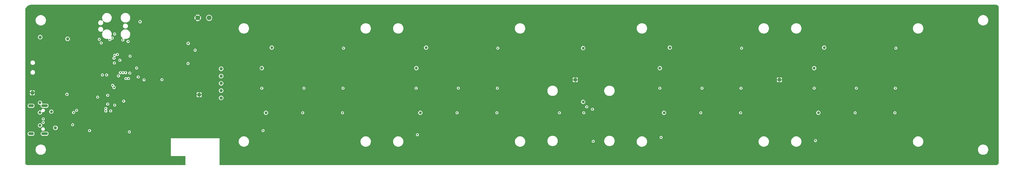
<source format=gbr>
%TF.GenerationSoftware,KiCad,Pcbnew,(6.0.0)*%
%TF.CreationDate,2023-01-06T22:04:12+00:00*%
%TF.ProjectId,masa,6d617361-2e6b-4696-9361-645f70636258,A*%
%TF.SameCoordinates,Original*%
%TF.FileFunction,Copper,L3,Inr*%
%TF.FilePolarity,Positive*%
%FSLAX46Y46*%
G04 Gerber Fmt 4.6, Leading zero omitted, Abs format (unit mm)*
G04 Created by KiCad (PCBNEW (6.0.0)) date 2023-01-06 22:04:12*
%MOMM*%
%LPD*%
G01*
G04 APERTURE LIST*
%TA.AperFunction,ComponentPad*%
%ADD10C,1.500000*%
%TD*%
%TA.AperFunction,ComponentPad*%
%ADD11R,1.000000X1.000000*%
%TD*%
%TA.AperFunction,ComponentPad*%
%ADD12C,1.000000*%
%TD*%
%TA.AperFunction,ComponentPad*%
%ADD13O,2.000000X0.900000*%
%TD*%
%TA.AperFunction,ComponentPad*%
%ADD14O,1.700000X0.900000*%
%TD*%
%TA.AperFunction,ViaPad*%
%ADD15C,0.500000*%
%TD*%
%TA.AperFunction,ViaPad*%
%ADD16C,0.900000*%
%TD*%
%TA.AperFunction,ViaPad*%
%ADD17C,0.600000*%
%TD*%
G04 APERTURE END LIST*
D10*
%TO.N,+5V*%
%TO.C,J4*%
X121800000Y-104250000D03*
%TO.N,GND*%
X118300000Y-104250000D03*
%TD*%
D11*
%TO.N,GND*%
%TO.C,TP7*%
X118750000Y-128000000D03*
%TD*%
D12*
%TO.N,/LED_Array_1/SIG_IN*%
%TO.C,TP1*%
X125500000Y-120000000D03*
%TD*%
D11*
%TO.N,GND*%
%TO.C,TP6*%
X234500000Y-123400000D03*
%TD*%
%TO.N,GND*%
%TO.C,TP8*%
X297300000Y-123400000D03*
%TD*%
%TO.N,GND*%
%TO.C,TP4*%
X67400000Y-127400000D03*
%TD*%
D12*
%TO.N,/LED_Array_2/SIG_IN*%
%TO.C,TP9*%
X125500000Y-122250000D03*
%TD*%
%TO.N,/LED_Array_4/SIG_IN*%
%TO.C,TP12*%
X125500000Y-129000000D03*
%TD*%
%TO.N,+5V*%
%TO.C,TP3*%
X69800000Y-110200000D03*
%TD*%
%TO.N,+3V3*%
%TO.C,TP2*%
X78250000Y-110750000D03*
%TD*%
%TO.N,/LED_Array_3/SIG_IN*%
%TO.C,TP11*%
X125500000Y-126750000D03*
%TD*%
D13*
%TO.N,unconnected-(J2-PadS1)*%
%TO.C,J2*%
X71180000Y-131430000D03*
D14*
X67010000Y-140070000D03*
D13*
X71180000Y-140070000D03*
D14*
X67010000Y-131430000D03*
%TD*%
D12*
%TO.N,Net-(C44-Pad1)*%
%TO.C,TP5*%
X74500000Y-138250000D03*
%TD*%
%TO.N,/LED_Array_Small_1/SIG_IN*%
%TO.C,TP10*%
X125500000Y-124500000D03*
%TD*%
D15*
%TO.N,VDD_SPI*%
X92095000Y-125100000D03*
X92750000Y-115800000D03*
%TO.N,GPIO0*%
X99500000Y-119750000D03*
X95500000Y-130000000D03*
D16*
%TO.N,Net-(C44-Pad1)*%
X69730480Y-133519520D03*
X73250000Y-133250000D03*
X69750000Y-130500000D03*
X69750000Y-137500000D03*
D15*
%TO.N,GPIO18*%
X96862025Y-111541522D03*
X97489253Y-116069856D03*
%TO.N,/Microcontroller/U0TXD*%
X79800000Y-137300000D03*
X96194478Y-122996542D03*
%TO.N,/Microcontroller/U0RXD*%
X80100000Y-133500000D03*
X96995000Y-123000000D03*
%TO.N,SPIWP*%
X93596138Y-115584215D03*
X94318138Y-117328576D03*
%TO.N,SPICLK*%
X92650000Y-118200000D03*
X88950000Y-121900000D03*
%TO.N,SPIHD*%
X92550000Y-116700000D03*
X90250000Y-121900000D03*
%TO.N,+3V3*%
X107295000Y-123350000D03*
D17*
X92550000Y-125750000D03*
D15*
X117500000Y-114250000D03*
D17*
X100572813Y-105435277D03*
D15*
X81000000Y-132850000D03*
X101785000Y-123400000D03*
D17*
X115375000Y-112125000D03*
D15*
X85000000Y-139100000D03*
D17*
X78050000Y-127900000D03*
D15*
X115300000Y-118350000D03*
X97250000Y-139500000D03*
%TO.N,GND*%
X102800000Y-141300000D03*
X104300000Y-135700000D03*
X102800000Y-140600000D03*
X158200000Y-111400000D03*
X105000000Y-143350000D03*
X316500000Y-129000000D03*
X102800000Y-132900000D03*
X212400000Y-117700000D03*
X320500000Y-121200000D03*
X146400000Y-121400000D03*
X200500000Y-127000000D03*
X264700000Y-114400000D03*
X331100000Y-129000000D03*
X109300000Y-149000000D03*
X189700000Y-136800000D03*
X267000000Y-131800000D03*
X166900000Y-121100000D03*
X335100000Y-132500000D03*
X146400000Y-128900000D03*
X331200000Y-121200000D03*
X193200000Y-134600000D03*
X289600000Y-129400000D03*
X104300000Y-139900000D03*
X205700000Y-125200000D03*
X108500000Y-146950000D03*
X102800000Y-131500000D03*
X108700000Y-114000000D03*
X240800000Y-135900000D03*
X105000000Y-114000000D03*
X107900000Y-148600000D03*
X104300000Y-135000000D03*
X230000000Y-135700000D03*
X104650000Y-142700000D03*
X190900000Y-108400000D03*
X191900000Y-131800000D03*
X261600000Y-131600000D03*
X94200000Y-124300000D03*
X104450000Y-142000000D03*
X261200000Y-117200000D03*
X94518553Y-126818553D03*
X186600000Y-131600000D03*
X197000000Y-128000000D03*
X152900000Y-126900000D03*
X104300000Y-132900000D03*
X273000000Y-121500000D03*
X191800000Y-116900000D03*
X306500000Y-139000000D03*
X142000000Y-129400000D03*
X306600000Y-123800000D03*
X161600000Y-112800000D03*
X328200000Y-111400000D03*
X315300000Y-134600000D03*
X102800000Y-137800000D03*
X149500000Y-128000000D03*
X194000000Y-121300000D03*
X266100000Y-123400000D03*
X204300000Y-134400000D03*
X91750000Y-112750000D03*
X258900000Y-131300000D03*
X91200000Y-131500000D03*
X143400000Y-108400000D03*
X189700000Y-114400000D03*
X209100000Y-108100000D03*
X284800000Y-127800000D03*
X102800000Y-137100000D03*
X234400000Y-131700000D03*
X287300000Y-125100000D03*
X104300000Y-128700000D03*
X104300000Y-137800000D03*
X157000000Y-127000000D03*
X308800000Y-111400000D03*
X258700000Y-116500000D03*
X212250000Y-132500000D03*
X115600000Y-114600000D03*
X327000000Y-134500000D03*
X102800000Y-132200000D03*
X104300000Y-140600000D03*
X323000000Y-127000000D03*
X111300000Y-147750000D03*
X139100000Y-131600000D03*
X284100000Y-112800000D03*
X209800000Y-127800000D03*
X102800000Y-130100000D03*
X104300000Y-136400000D03*
X144300000Y-116900000D03*
X312100000Y-121800000D03*
X313400000Y-108400000D03*
X280500000Y-132750000D03*
X104300000Y-137100000D03*
X104050000Y-145400000D03*
X104300000Y-131500000D03*
X92900000Y-104850000D03*
X327000000Y-127000000D03*
X328700000Y-119100000D03*
X320500000Y-136500000D03*
X104300000Y-139200000D03*
X102800000Y-130800000D03*
X186400000Y-124400000D03*
X111400000Y-149250000D03*
X312200000Y-114400000D03*
X194000000Y-128900000D03*
X336750000Y-129500000D03*
X112100000Y-149250000D03*
X278400000Y-118200000D03*
X102800000Y-134300000D03*
X334900000Y-117700000D03*
X328200000Y-125200000D03*
X104300000Y-132200000D03*
X71000000Y-113750000D03*
X264600000Y-121800000D03*
X155900000Y-118200000D03*
X101500000Y-114600000D03*
X320900000Y-129000000D03*
X213500000Y-135700000D03*
X212300000Y-125100000D03*
X191100000Y-123400000D03*
X104300000Y-141300000D03*
X107250000Y-146200000D03*
X166000000Y-135700000D03*
X284100000Y-108100000D03*
X272900000Y-128700000D03*
X273000000Y-136300000D03*
X165100000Y-132600000D03*
X85250000Y-115250000D03*
X158200000Y-125200000D03*
X279500000Y-127000000D03*
X112000000Y-147750000D03*
X266800000Y-116900000D03*
X331600000Y-108100000D03*
X153100000Y-134600000D03*
X136600000Y-123800000D03*
X208700000Y-121200000D03*
X336900000Y-121100000D03*
X109900000Y-147500000D03*
X214600000Y-136900000D03*
X268900000Y-128900000D03*
X101850000Y-124400000D03*
X102800000Y-139200000D03*
X104450000Y-146000000D03*
X264500000Y-129400000D03*
X105950000Y-108900000D03*
X334800000Y-125100000D03*
X183900000Y-131300000D03*
X97000000Y-118800000D03*
X269000000Y-121500000D03*
X205800000Y-132900000D03*
X107200000Y-148300000D03*
X186300000Y-111400000D03*
X264700000Y-136800000D03*
X138900000Y-124400000D03*
X158300000Y-132900000D03*
X104300000Y-138500000D03*
X136500000Y-139000000D03*
X143600000Y-123400000D03*
X275500000Y-134500000D03*
X105400000Y-147050000D03*
X280700000Y-111400000D03*
X93000000Y-114000000D03*
X95900000Y-128500000D03*
X99200000Y-112600000D03*
X198000000Y-136300000D03*
X189500000Y-129400000D03*
X198000000Y-121200000D03*
X259000000Y-139000000D03*
X150500000Y-121200000D03*
X306400000Y-131300000D03*
X110700000Y-149250000D03*
X287400000Y-117700000D03*
X110000000Y-149150000D03*
X200500000Y-119500000D03*
X336000000Y-135750000D03*
X184100000Y-123800000D03*
X102800000Y-129400000D03*
X330800000Y-136300000D03*
X107850000Y-146600000D03*
X316400000Y-121400000D03*
X265900000Y-108400000D03*
X283700000Y-121200000D03*
X312000000Y-129400000D03*
X200500000Y-134500000D03*
X101000000Y-122400000D03*
X308900000Y-124400000D03*
X331600000Y-112800000D03*
X275500000Y-119500000D03*
X288300000Y-112800000D03*
X204500000Y-127000000D03*
X136200000Y-116500000D03*
X164900000Y-117700000D03*
X102800000Y-135000000D03*
X109200000Y-147250000D03*
X288500000Y-135700000D03*
X161600000Y-108100000D03*
X102800000Y-133600000D03*
X138700000Y-117200000D03*
X104300000Y-130100000D03*
X183700000Y-116500000D03*
X206200000Y-119100000D03*
X332300000Y-127800000D03*
X328000000Y-132750000D03*
X287600000Y-132600000D03*
X153000000Y-119500000D03*
X142100000Y-121800000D03*
X317500000Y-135000000D03*
X108600000Y-148850000D03*
X313600000Y-123400000D03*
X186200000Y-117200000D03*
X156800000Y-134400000D03*
X214500000Y-129250000D03*
X229600000Y-130800000D03*
X147500000Y-135000000D03*
X279500000Y-134500000D03*
X102800000Y-135700000D03*
X104300000Y-134300000D03*
X100900000Y-126200000D03*
X106200000Y-145200000D03*
X320600000Y-122000000D03*
X104300000Y-133600000D03*
X261400000Y-124400000D03*
X312200000Y-136800000D03*
X102800000Y-136400000D03*
X239900000Y-131700000D03*
X113250000Y-108900000D03*
X167100000Y-129400000D03*
X102850000Y-142000000D03*
X106700000Y-145700000D03*
X314600000Y-131800000D03*
X103350000Y-144100000D03*
X205700000Y-111400000D03*
X306200000Y-116500000D03*
X281200000Y-119100000D03*
X259100000Y-123800000D03*
X184000000Y-139000000D03*
X102800000Y-128700000D03*
X105950000Y-147550000D03*
X335800000Y-112800000D03*
X102800000Y-138500000D03*
X105750000Y-144600000D03*
X272000000Y-128000000D03*
X161200000Y-121200000D03*
X280700000Y-125200000D03*
X106800000Y-114000000D03*
X189600000Y-121800000D03*
X309100000Y-131600000D03*
X289400000Y-121100000D03*
X138800000Y-111400000D03*
X142200000Y-114400000D03*
X142200000Y-136800000D03*
X164800000Y-125100000D03*
X104300000Y-129400000D03*
X236000000Y-131800000D03*
X110600000Y-147650000D03*
X106550000Y-147950000D03*
X213300000Y-112800000D03*
X208700000Y-128800000D03*
X158700000Y-119100000D03*
X104900000Y-146550000D03*
X102900000Y-142750000D03*
X325900000Y-118200000D03*
X162300000Y-127800000D03*
X323000000Y-134500000D03*
X314300000Y-116900000D03*
X136400000Y-131300000D03*
X195000000Y-135000000D03*
X237200000Y-135600000D03*
X103700000Y-144750000D03*
X104300000Y-130800000D03*
X323000000Y-119500000D03*
X103050000Y-143450000D03*
X102800000Y-139900000D03*
X165800000Y-112800000D03*
X261300000Y-111400000D03*
X319500000Y-128000000D03*
X203400000Y-118200000D03*
X275500000Y-127000000D03*
X214400000Y-121100000D03*
X105350000Y-144000000D03*
X90400000Y-126200000D03*
X209100000Y-112800000D03*
X268000000Y-134500000D03*
X233500000Y-135800000D03*
X308700000Y-117200000D03*
%TO.N,DTR*%
X92750000Y-131250000D03*
X90000000Y-132250000D03*
%TO.N,RTS*%
X91500000Y-133000000D03*
X90000000Y-133049911D03*
%TO.N,/Connectors/MTMS*%
X95250000Y-111067022D03*
X96095000Y-121200000D03*
%TO.N,/Connectors/MTCK*%
X91250000Y-111000000D03*
X93895000Y-122200000D03*
%TO.N,/Connectors/MTDO*%
X92000000Y-110500000D03*
X94495000Y-121200000D03*
%TO.N,/Connectors/MTDI*%
X95295000Y-121200000D03*
X92743480Y-109250000D03*
%TO.N,/Connectors/CHIP_PU*%
X88000000Y-110900000D03*
X90600000Y-130900000D03*
X90600000Y-128200000D03*
X100000500Y-122527460D03*
X88600000Y-112016022D03*
%TO.N,GPIO45*%
X97395000Y-121300000D03*
X87500000Y-128750000D03*
%TO.N,/LED_Array_1/SIG_IN*%
X138400000Y-139100000D03*
%TO.N,/LED_Array_Small_1/SIG_IN*%
X240000000Y-142400000D03*
%TO.N,Net-(LED90-Pad1)*%
X239764502Y-132500000D03*
X238000000Y-131750000D03*
D16*
%TO.N,+5V*%
X308000000Y-119800000D03*
D15*
X150600000Y-133600000D03*
X229600000Y-133600000D03*
X308000000Y-126000000D03*
D16*
X309300000Y-133600000D03*
X185563707Y-119800000D03*
D15*
X332850000Y-133600000D03*
X151000000Y-126000000D03*
D16*
X186800000Y-133600000D03*
D15*
X210350000Y-133600000D03*
D16*
X236900000Y-130225989D03*
X141089974Y-113442086D03*
D15*
X285350000Y-133600000D03*
X285500000Y-126000000D03*
D16*
X139300000Y-133600000D03*
X236900000Y-113600000D03*
D15*
X210650000Y-113600000D03*
X138000000Y-126000000D03*
D16*
X263589974Y-113442086D03*
D15*
X237100000Y-133600000D03*
D16*
X188589974Y-113442086D03*
D15*
X333150000Y-113600000D03*
D16*
X261800000Y-133600000D03*
D15*
X273500000Y-126000000D03*
X285650000Y-113600000D03*
D16*
X260500000Y-119800000D03*
D15*
X260500000Y-126000000D03*
X321000000Y-126000000D03*
X333000000Y-126000000D03*
X210500000Y-126000000D03*
X273100000Y-133600000D03*
D16*
X138000000Y-119800000D03*
D15*
X163150000Y-113600000D03*
D16*
X311089974Y-113442086D03*
D15*
X162850000Y-133600000D03*
X320600000Y-133600000D03*
X163000000Y-126000000D03*
X198100000Y-133600000D03*
X198500000Y-126000000D03*
X185500000Y-126000000D03*
%TO.N,/Connectors/USBDP*%
X70750000Y-135500000D03*
X70750000Y-136599989D03*
%TO.N,/LED_Array_4/SIG_IN*%
X308400000Y-142200000D03*
%TO.N,/LED_Array_3/SIG_IN*%
X260900000Y-141200000D03*
%TO.N,/LED_Array_2/SIG_IN*%
X185900000Y-140400000D03*
%TD*%
%TA.AperFunction,Conductor*%
%TO.N,GND*%
G36*
X363988227Y-100202518D02*
G01*
X363999642Y-100205143D01*
X364010516Y-100202682D01*
X364021665Y-100202702D01*
X364021663Y-100203716D01*
X364031524Y-100203105D01*
X364087538Y-100208622D01*
X364146370Y-100214416D01*
X364165400Y-100218202D01*
X364231109Y-100238134D01*
X364296817Y-100258066D01*
X364314745Y-100265492D01*
X364365229Y-100292476D01*
X364435856Y-100330227D01*
X364451991Y-100341008D01*
X364558152Y-100428131D01*
X364571869Y-100441848D01*
X364581454Y-100453527D01*
X364658992Y-100548009D01*
X364669772Y-100564143D01*
X364703923Y-100628033D01*
X364734507Y-100685252D01*
X364741934Y-100703183D01*
X364781798Y-100834598D01*
X364785584Y-100853632D01*
X364796897Y-100968493D01*
X364797374Y-100978371D01*
X364797356Y-100988775D01*
X364794857Y-100999642D01*
X364797318Y-101010516D01*
X364797559Y-101011583D01*
X364800000Y-101033432D01*
X364800000Y-148966040D01*
X364797482Y-148988227D01*
X364794857Y-148999642D01*
X364797318Y-149010516D01*
X364797298Y-149021665D01*
X364796284Y-149021663D01*
X364796895Y-149031524D01*
X364785584Y-149146368D01*
X364781798Y-149165402D01*
X364741934Y-149296817D01*
X364734508Y-149314745D01*
X364669773Y-149435856D01*
X364658992Y-149451991D01*
X364571869Y-149558152D01*
X364558152Y-149571869D01*
X364477053Y-149638425D01*
X364451991Y-149658992D01*
X364435857Y-149669772D01*
X364314745Y-149734508D01*
X364296817Y-149741934D01*
X364239928Y-149759191D01*
X364165400Y-149781798D01*
X364146370Y-149785584D01*
X364031501Y-149796897D01*
X364021629Y-149797374D01*
X364011225Y-149797356D01*
X364000358Y-149794857D01*
X363988417Y-149797559D01*
X363966568Y-149800000D01*
X125099000Y-149800000D01*
X125040809Y-149781093D01*
X125004845Y-149731593D01*
X125000000Y-149701000D01*
X125000000Y-145000000D01*
X358394551Y-145000000D01*
X358414317Y-145251148D01*
X358473127Y-145496111D01*
X358569534Y-145728859D01*
X358701164Y-145943659D01*
X358864776Y-146135224D01*
X359056341Y-146298836D01*
X359271141Y-146430466D01*
X359359815Y-146467196D01*
X359500298Y-146525386D01*
X359500303Y-146525388D01*
X359503889Y-146526873D01*
X359507663Y-146527779D01*
X359507666Y-146527780D01*
X359745078Y-146584777D01*
X359748852Y-146585683D01*
X359752717Y-146585987D01*
X359752722Y-146585988D01*
X359856823Y-146594181D01*
X359937118Y-146600500D01*
X360062882Y-146600500D01*
X360143177Y-146594181D01*
X360247278Y-146585988D01*
X360247283Y-146585987D01*
X360251148Y-146585683D01*
X360254922Y-146584777D01*
X360492334Y-146527780D01*
X360492337Y-146527779D01*
X360496111Y-146526873D01*
X360499697Y-146525388D01*
X360499702Y-146525386D01*
X360640185Y-146467196D01*
X360728859Y-146430466D01*
X360943659Y-146298836D01*
X361135224Y-146135224D01*
X361298836Y-145943659D01*
X361430466Y-145728859D01*
X361526873Y-145496111D01*
X361585683Y-145251148D01*
X361605449Y-145000000D01*
X361585683Y-144748852D01*
X361526873Y-144503889D01*
X361430466Y-144271141D01*
X361298836Y-144056341D01*
X361135224Y-143864776D01*
X361053932Y-143795346D01*
X360946619Y-143703692D01*
X360946618Y-143703692D01*
X360943659Y-143701164D01*
X360728859Y-143569534D01*
X360640185Y-143532804D01*
X360499702Y-143474614D01*
X360499697Y-143474612D01*
X360496111Y-143473127D01*
X360492337Y-143472221D01*
X360492334Y-143472220D01*
X360254922Y-143415223D01*
X360254921Y-143415223D01*
X360251148Y-143414317D01*
X360247283Y-143414013D01*
X360247278Y-143414012D01*
X360143177Y-143405819D01*
X360062882Y-143399500D01*
X359937118Y-143399500D01*
X359856823Y-143405819D01*
X359752722Y-143414012D01*
X359752717Y-143414013D01*
X359748852Y-143414317D01*
X359745079Y-143415223D01*
X359745078Y-143415223D01*
X359507666Y-143472220D01*
X359507663Y-143472221D01*
X359503889Y-143473127D01*
X359500303Y-143474612D01*
X359500298Y-143474614D01*
X359359815Y-143532804D01*
X359271141Y-143569534D01*
X359056341Y-143701164D01*
X359053382Y-143703692D01*
X359053381Y-143703692D01*
X358946068Y-143795346D01*
X358864776Y-143864776D01*
X358701164Y-144056341D01*
X358569534Y-144271141D01*
X358473127Y-144503889D01*
X358414317Y-144748852D01*
X358394551Y-145000000D01*
X125000000Y-145000000D01*
X125000000Y-142500000D01*
X130894551Y-142500000D01*
X130894856Y-142503875D01*
X130913384Y-142739291D01*
X130914317Y-142751148D01*
X130915223Y-142754921D01*
X130915223Y-142754922D01*
X130938444Y-142851643D01*
X130973127Y-142996111D01*
X130974612Y-142999697D01*
X130974614Y-142999702D01*
X130988066Y-143032178D01*
X131069534Y-143228859D01*
X131201164Y-143443659D01*
X131364776Y-143635224D01*
X131367743Y-143637758D01*
X131473909Y-143728432D01*
X131556341Y-143798836D01*
X131771141Y-143930466D01*
X131859815Y-143967196D01*
X132000298Y-144025386D01*
X132000303Y-144025388D01*
X132003889Y-144026873D01*
X132007663Y-144027779D01*
X132007666Y-144027780D01*
X132245078Y-144084777D01*
X132248852Y-144085683D01*
X132252717Y-144085987D01*
X132252722Y-144085988D01*
X132356823Y-144094181D01*
X132437118Y-144100500D01*
X132562882Y-144100500D01*
X132643177Y-144094181D01*
X132747278Y-144085988D01*
X132747283Y-144085987D01*
X132751148Y-144085683D01*
X132754922Y-144084777D01*
X132992334Y-144027780D01*
X132992337Y-144027779D01*
X132996111Y-144026873D01*
X132999697Y-144025388D01*
X132999702Y-144025386D01*
X133140185Y-143967196D01*
X133228859Y-143930466D01*
X133443659Y-143798836D01*
X133526092Y-143728432D01*
X133632257Y-143637758D01*
X133635224Y-143635224D01*
X133798836Y-143443659D01*
X133930466Y-143228859D01*
X134011934Y-143032178D01*
X134025386Y-142999702D01*
X134025388Y-142999697D01*
X134026873Y-142996111D01*
X134061557Y-142851643D01*
X134084777Y-142754922D01*
X134084777Y-142754921D01*
X134085683Y-142751148D01*
X134086617Y-142739291D01*
X134105144Y-142503875D01*
X134105449Y-142500000D01*
X168394551Y-142500000D01*
X168394856Y-142503875D01*
X168413384Y-142739291D01*
X168414317Y-142751148D01*
X168415223Y-142754921D01*
X168415223Y-142754922D01*
X168438444Y-142851643D01*
X168473127Y-142996111D01*
X168474612Y-142999697D01*
X168474614Y-142999702D01*
X168488066Y-143032178D01*
X168569534Y-143228859D01*
X168701164Y-143443659D01*
X168864776Y-143635224D01*
X168867743Y-143637758D01*
X168973909Y-143728432D01*
X169056341Y-143798836D01*
X169271141Y-143930466D01*
X169359815Y-143967196D01*
X169500298Y-144025386D01*
X169500303Y-144025388D01*
X169503889Y-144026873D01*
X169507663Y-144027779D01*
X169507666Y-144027780D01*
X169745078Y-144084777D01*
X169748852Y-144085683D01*
X169752717Y-144085987D01*
X169752722Y-144085988D01*
X169856823Y-144094181D01*
X169937118Y-144100500D01*
X170062882Y-144100500D01*
X170143177Y-144094181D01*
X170247278Y-144085988D01*
X170247283Y-144085987D01*
X170251148Y-144085683D01*
X170254922Y-144084777D01*
X170492334Y-144027780D01*
X170492337Y-144027779D01*
X170496111Y-144026873D01*
X170499697Y-144025388D01*
X170499702Y-144025386D01*
X170640185Y-143967196D01*
X170728859Y-143930466D01*
X170943659Y-143798836D01*
X171026092Y-143728432D01*
X171132257Y-143637758D01*
X171135224Y-143635224D01*
X171298836Y-143443659D01*
X171430466Y-143228859D01*
X171511934Y-143032178D01*
X171525386Y-142999702D01*
X171525388Y-142999697D01*
X171526873Y-142996111D01*
X171561557Y-142851643D01*
X171584777Y-142754922D01*
X171584777Y-142754921D01*
X171585683Y-142751148D01*
X171586617Y-142739291D01*
X171605144Y-142503875D01*
X171605449Y-142500000D01*
X178394551Y-142500000D01*
X178394856Y-142503875D01*
X178413384Y-142739291D01*
X178414317Y-142751148D01*
X178415223Y-142754921D01*
X178415223Y-142754922D01*
X178438444Y-142851643D01*
X178473127Y-142996111D01*
X178474612Y-142999697D01*
X178474614Y-142999702D01*
X178488066Y-143032178D01*
X178569534Y-143228859D01*
X178701164Y-143443659D01*
X178864776Y-143635224D01*
X178867743Y-143637758D01*
X178973909Y-143728432D01*
X179056341Y-143798836D01*
X179271141Y-143930466D01*
X179359815Y-143967196D01*
X179500298Y-144025386D01*
X179500303Y-144025388D01*
X179503889Y-144026873D01*
X179507663Y-144027779D01*
X179507666Y-144027780D01*
X179745078Y-144084777D01*
X179748852Y-144085683D01*
X179752717Y-144085987D01*
X179752722Y-144085988D01*
X179856823Y-144094181D01*
X179937118Y-144100500D01*
X180062882Y-144100500D01*
X180143177Y-144094181D01*
X180247278Y-144085988D01*
X180247283Y-144085987D01*
X180251148Y-144085683D01*
X180254922Y-144084777D01*
X180492334Y-144027780D01*
X180492337Y-144027779D01*
X180496111Y-144026873D01*
X180499697Y-144025388D01*
X180499702Y-144025386D01*
X180640185Y-143967196D01*
X180728859Y-143930466D01*
X180943659Y-143798836D01*
X181026092Y-143728432D01*
X181132257Y-143637758D01*
X181135224Y-143635224D01*
X181298836Y-143443659D01*
X181430466Y-143228859D01*
X181511934Y-143032178D01*
X181525386Y-142999702D01*
X181525388Y-142999697D01*
X181526873Y-142996111D01*
X181561557Y-142851643D01*
X181584777Y-142754922D01*
X181584777Y-142754921D01*
X181585683Y-142751148D01*
X181586617Y-142739291D01*
X181605144Y-142503875D01*
X181605449Y-142500000D01*
X215894551Y-142500000D01*
X215894856Y-142503875D01*
X215913384Y-142739291D01*
X215914317Y-142751148D01*
X215915223Y-142754921D01*
X215915223Y-142754922D01*
X215938444Y-142851643D01*
X215973127Y-142996111D01*
X215974612Y-142999697D01*
X215974614Y-142999702D01*
X215988066Y-143032178D01*
X216069534Y-143228859D01*
X216201164Y-143443659D01*
X216364776Y-143635224D01*
X216367743Y-143637758D01*
X216473909Y-143728432D01*
X216556341Y-143798836D01*
X216771141Y-143930466D01*
X216859815Y-143967196D01*
X217000298Y-144025386D01*
X217000303Y-144025388D01*
X217003889Y-144026873D01*
X217007663Y-144027779D01*
X217007666Y-144027780D01*
X217245078Y-144084777D01*
X217248852Y-144085683D01*
X217252717Y-144085987D01*
X217252722Y-144085988D01*
X217356823Y-144094181D01*
X217437118Y-144100500D01*
X217562882Y-144100500D01*
X217643177Y-144094181D01*
X217747278Y-144085988D01*
X217747283Y-144085987D01*
X217751148Y-144085683D01*
X217754922Y-144084777D01*
X217992334Y-144027780D01*
X217992337Y-144027779D01*
X217996111Y-144026873D01*
X217999697Y-144025388D01*
X217999702Y-144025386D01*
X218140185Y-143967196D01*
X218228859Y-143930466D01*
X218443659Y-143798836D01*
X218526092Y-143728432D01*
X218632257Y-143637758D01*
X218635224Y-143635224D01*
X218798836Y-143443659D01*
X218930466Y-143228859D01*
X219011934Y-143032178D01*
X219025386Y-142999702D01*
X219025388Y-142999697D01*
X219026873Y-142996111D01*
X219061557Y-142851643D01*
X219084777Y-142754922D01*
X219084777Y-142754921D01*
X219085683Y-142751148D01*
X219086617Y-142739291D01*
X219105144Y-142503875D01*
X219105449Y-142500000D01*
X219097579Y-142400000D01*
X219089709Y-142300000D01*
X225894551Y-142300000D01*
X225894856Y-142303875D01*
X225913384Y-142539291D01*
X225914317Y-142551148D01*
X225915223Y-142554921D01*
X225915223Y-142554922D01*
X225958190Y-142733892D01*
X225973127Y-142796111D01*
X225974612Y-142799697D01*
X225974614Y-142799702D01*
X225996129Y-142851643D01*
X226069534Y-143028859D01*
X226201164Y-143243659D01*
X226364776Y-143435224D01*
X226367743Y-143437758D01*
X226520291Y-143568046D01*
X226556341Y-143598836D01*
X226771141Y-143730466D01*
X226859815Y-143767196D01*
X227000298Y-143825386D01*
X227000303Y-143825388D01*
X227003889Y-143826873D01*
X227007663Y-143827779D01*
X227007666Y-143827780D01*
X227161767Y-143864776D01*
X227248852Y-143885683D01*
X227252717Y-143885987D01*
X227252722Y-143885988D01*
X227356823Y-143894181D01*
X227437118Y-143900500D01*
X227562882Y-143900500D01*
X227643177Y-143894181D01*
X227747278Y-143885988D01*
X227747283Y-143885987D01*
X227751148Y-143885683D01*
X227838233Y-143864776D01*
X227992334Y-143827780D01*
X227992337Y-143827779D01*
X227996111Y-143826873D01*
X227999697Y-143825388D01*
X227999702Y-143825386D01*
X228140185Y-143767196D01*
X228228859Y-143730466D01*
X228443659Y-143598836D01*
X228479710Y-143568046D01*
X228632257Y-143437758D01*
X228635224Y-143435224D01*
X228798836Y-143243659D01*
X228930466Y-143028859D01*
X229003871Y-142851643D01*
X229025386Y-142799702D01*
X229025388Y-142799697D01*
X229026873Y-142796111D01*
X229041811Y-142733892D01*
X229084777Y-142554922D01*
X229084777Y-142554921D01*
X229085683Y-142551148D01*
X229086617Y-142539291D01*
X229098017Y-142394440D01*
X239544901Y-142394440D01*
X239545816Y-142401437D01*
X239545816Y-142401438D01*
X239547082Y-142411120D01*
X239561633Y-142522394D01*
X239564471Y-142528845D01*
X239564472Y-142528847D01*
X239601456Y-142612899D01*
X239613605Y-142640510D01*
X239655122Y-142689900D01*
X239692100Y-142733892D01*
X239692103Y-142733894D01*
X239696639Y-142739291D01*
X239804060Y-142810796D01*
X239810788Y-142812898D01*
X239810790Y-142812899D01*
X239865647Y-142830037D01*
X239927233Y-142849278D01*
X239991744Y-142850460D01*
X240049202Y-142851514D01*
X240049204Y-142851514D01*
X240056255Y-142851643D01*
X240063058Y-142849788D01*
X240063060Y-142849788D01*
X240104828Y-142838400D01*
X240180755Y-142817700D01*
X240290724Y-142750179D01*
X240377322Y-142654507D01*
X240426080Y-142553871D01*
X240430512Y-142544724D01*
X240430512Y-142544723D01*
X240433588Y-142538375D01*
X240454997Y-142411120D01*
X240455133Y-142400000D01*
X240440812Y-142300000D01*
X243394551Y-142300000D01*
X243394856Y-142303875D01*
X243413384Y-142539291D01*
X243414317Y-142551148D01*
X243415223Y-142554921D01*
X243415223Y-142554922D01*
X243458190Y-142733892D01*
X243473127Y-142796111D01*
X243474612Y-142799697D01*
X243474614Y-142799702D01*
X243496129Y-142851643D01*
X243569534Y-143028859D01*
X243701164Y-143243659D01*
X243864776Y-143435224D01*
X243867743Y-143437758D01*
X244020291Y-143568046D01*
X244056341Y-143598836D01*
X244271141Y-143730466D01*
X244359815Y-143767196D01*
X244500298Y-143825386D01*
X244500303Y-143825388D01*
X244503889Y-143826873D01*
X244507663Y-143827779D01*
X244507666Y-143827780D01*
X244661767Y-143864776D01*
X244748852Y-143885683D01*
X244752717Y-143885987D01*
X244752722Y-143885988D01*
X244856823Y-143894181D01*
X244937118Y-143900500D01*
X245062882Y-143900500D01*
X245143177Y-143894181D01*
X245247278Y-143885988D01*
X245247283Y-143885987D01*
X245251148Y-143885683D01*
X245338233Y-143864776D01*
X245492334Y-143827780D01*
X245492337Y-143827779D01*
X245496111Y-143826873D01*
X245499697Y-143825388D01*
X245499702Y-143825386D01*
X245640185Y-143767196D01*
X245728859Y-143730466D01*
X245943659Y-143598836D01*
X245979710Y-143568046D01*
X246132257Y-143437758D01*
X246135224Y-143435224D01*
X246298836Y-143243659D01*
X246430466Y-143028859D01*
X246503871Y-142851643D01*
X246525386Y-142799702D01*
X246525388Y-142799697D01*
X246526873Y-142796111D01*
X246541811Y-142733892D01*
X246584777Y-142554922D01*
X246584777Y-142554921D01*
X246585683Y-142551148D01*
X246586617Y-142539291D01*
X246589709Y-142500000D01*
X253394551Y-142500000D01*
X253394856Y-142503875D01*
X253413384Y-142739291D01*
X253414317Y-142751148D01*
X253415223Y-142754921D01*
X253415223Y-142754922D01*
X253438444Y-142851643D01*
X253473127Y-142996111D01*
X253474612Y-142999697D01*
X253474614Y-142999702D01*
X253488066Y-143032178D01*
X253569534Y-143228859D01*
X253701164Y-143443659D01*
X253864776Y-143635224D01*
X253867743Y-143637758D01*
X253973909Y-143728432D01*
X254056341Y-143798836D01*
X254271141Y-143930466D01*
X254359815Y-143967196D01*
X254500298Y-144025386D01*
X254500303Y-144025388D01*
X254503889Y-144026873D01*
X254507663Y-144027779D01*
X254507666Y-144027780D01*
X254745078Y-144084777D01*
X254748852Y-144085683D01*
X254752717Y-144085987D01*
X254752722Y-144085988D01*
X254856823Y-144094181D01*
X254937118Y-144100500D01*
X255062882Y-144100500D01*
X255143177Y-144094181D01*
X255247278Y-144085988D01*
X255247283Y-144085987D01*
X255251148Y-144085683D01*
X255254922Y-144084777D01*
X255492334Y-144027780D01*
X255492337Y-144027779D01*
X255496111Y-144026873D01*
X255499697Y-144025388D01*
X255499702Y-144025386D01*
X255640185Y-143967196D01*
X255728859Y-143930466D01*
X255943659Y-143798836D01*
X256026092Y-143728432D01*
X256132257Y-143637758D01*
X256135224Y-143635224D01*
X256298836Y-143443659D01*
X256430466Y-143228859D01*
X256511934Y-143032178D01*
X256525386Y-142999702D01*
X256525388Y-142999697D01*
X256526873Y-142996111D01*
X256561557Y-142851643D01*
X256584777Y-142754922D01*
X256584777Y-142754921D01*
X256585683Y-142751148D01*
X256586617Y-142739291D01*
X256605144Y-142503875D01*
X256605449Y-142500000D01*
X290894551Y-142500000D01*
X290894856Y-142503875D01*
X290913384Y-142739291D01*
X290914317Y-142751148D01*
X290915223Y-142754921D01*
X290915223Y-142754922D01*
X290938444Y-142851643D01*
X290973127Y-142996111D01*
X290974612Y-142999697D01*
X290974614Y-142999702D01*
X290988066Y-143032178D01*
X291069534Y-143228859D01*
X291201164Y-143443659D01*
X291364776Y-143635224D01*
X291367743Y-143637758D01*
X291473909Y-143728432D01*
X291556341Y-143798836D01*
X291771141Y-143930466D01*
X291859815Y-143967196D01*
X292000298Y-144025386D01*
X292000303Y-144025388D01*
X292003889Y-144026873D01*
X292007663Y-144027779D01*
X292007666Y-144027780D01*
X292245078Y-144084777D01*
X292248852Y-144085683D01*
X292252717Y-144085987D01*
X292252722Y-144085988D01*
X292356823Y-144094181D01*
X292437118Y-144100500D01*
X292562882Y-144100500D01*
X292643177Y-144094181D01*
X292747278Y-144085988D01*
X292747283Y-144085987D01*
X292751148Y-144085683D01*
X292754922Y-144084777D01*
X292992334Y-144027780D01*
X292992337Y-144027779D01*
X292996111Y-144026873D01*
X292999697Y-144025388D01*
X292999702Y-144025386D01*
X293140185Y-143967196D01*
X293228859Y-143930466D01*
X293443659Y-143798836D01*
X293526092Y-143728432D01*
X293632257Y-143637758D01*
X293635224Y-143635224D01*
X293798836Y-143443659D01*
X293930466Y-143228859D01*
X294011934Y-143032178D01*
X294025386Y-142999702D01*
X294025388Y-142999697D01*
X294026873Y-142996111D01*
X294061557Y-142851643D01*
X294084777Y-142754922D01*
X294084777Y-142754921D01*
X294085683Y-142751148D01*
X294086617Y-142739291D01*
X294105144Y-142503875D01*
X294105449Y-142500000D01*
X300894551Y-142500000D01*
X300894856Y-142503875D01*
X300913384Y-142739291D01*
X300914317Y-142751148D01*
X300915223Y-142754921D01*
X300915223Y-142754922D01*
X300938444Y-142851643D01*
X300973127Y-142996111D01*
X300974612Y-142999697D01*
X300974614Y-142999702D01*
X300988066Y-143032178D01*
X301069534Y-143228859D01*
X301201164Y-143443659D01*
X301364776Y-143635224D01*
X301367743Y-143637758D01*
X301473909Y-143728432D01*
X301556341Y-143798836D01*
X301771141Y-143930466D01*
X301859815Y-143967196D01*
X302000298Y-144025386D01*
X302000303Y-144025388D01*
X302003889Y-144026873D01*
X302007663Y-144027779D01*
X302007666Y-144027780D01*
X302245078Y-144084777D01*
X302248852Y-144085683D01*
X302252717Y-144085987D01*
X302252722Y-144085988D01*
X302356823Y-144094181D01*
X302437118Y-144100500D01*
X302562882Y-144100500D01*
X302643177Y-144094181D01*
X302747278Y-144085988D01*
X302747283Y-144085987D01*
X302751148Y-144085683D01*
X302754922Y-144084777D01*
X302992334Y-144027780D01*
X302992337Y-144027779D01*
X302996111Y-144026873D01*
X302999697Y-144025388D01*
X302999702Y-144025386D01*
X303140185Y-143967196D01*
X303228859Y-143930466D01*
X303443659Y-143798836D01*
X303526092Y-143728432D01*
X303632257Y-143637758D01*
X303635224Y-143635224D01*
X303798836Y-143443659D01*
X303930466Y-143228859D01*
X304011934Y-143032178D01*
X304025386Y-142999702D01*
X304025388Y-142999697D01*
X304026873Y-142996111D01*
X304061557Y-142851643D01*
X304084777Y-142754922D01*
X304084777Y-142754921D01*
X304085683Y-142751148D01*
X304086617Y-142739291D01*
X304105144Y-142503875D01*
X304105449Y-142500000D01*
X304097579Y-142400000D01*
X304085988Y-142252722D01*
X304085987Y-142252717D01*
X304085683Y-142248852D01*
X304072620Y-142194440D01*
X307944901Y-142194440D01*
X307945816Y-142201437D01*
X307945816Y-142201438D01*
X307947082Y-142211120D01*
X307961633Y-142322394D01*
X307964471Y-142328845D01*
X307964472Y-142328847D01*
X307995780Y-142400000D01*
X308013605Y-142440510D01*
X308055122Y-142489901D01*
X308092100Y-142533892D01*
X308092103Y-142533894D01*
X308096639Y-142539291D01*
X308204060Y-142610796D01*
X308210788Y-142612898D01*
X308210790Y-142612899D01*
X308265647Y-142630037D01*
X308327233Y-142649278D01*
X308391744Y-142650460D01*
X308449202Y-142651514D01*
X308449204Y-142651514D01*
X308456255Y-142651643D01*
X308463058Y-142649788D01*
X308463060Y-142649788D01*
X308520770Y-142634054D01*
X308580755Y-142617700D01*
X308690724Y-142550179D01*
X308700579Y-142539291D01*
X308736144Y-142500000D01*
X338394551Y-142500000D01*
X338394856Y-142503875D01*
X338413384Y-142739291D01*
X338414317Y-142751148D01*
X338415223Y-142754921D01*
X338415223Y-142754922D01*
X338438444Y-142851643D01*
X338473127Y-142996111D01*
X338474612Y-142999697D01*
X338474614Y-142999702D01*
X338488066Y-143032178D01*
X338569534Y-143228859D01*
X338701164Y-143443659D01*
X338864776Y-143635224D01*
X338867743Y-143637758D01*
X338973909Y-143728432D01*
X339056341Y-143798836D01*
X339271141Y-143930466D01*
X339359815Y-143967196D01*
X339500298Y-144025386D01*
X339500303Y-144025388D01*
X339503889Y-144026873D01*
X339507663Y-144027779D01*
X339507666Y-144027780D01*
X339745078Y-144084777D01*
X339748852Y-144085683D01*
X339752717Y-144085987D01*
X339752722Y-144085988D01*
X339856823Y-144094181D01*
X339937118Y-144100500D01*
X340062882Y-144100500D01*
X340143177Y-144094181D01*
X340247278Y-144085988D01*
X340247283Y-144085987D01*
X340251148Y-144085683D01*
X340254922Y-144084777D01*
X340492334Y-144027780D01*
X340492337Y-144027779D01*
X340496111Y-144026873D01*
X340499697Y-144025388D01*
X340499702Y-144025386D01*
X340640185Y-143967196D01*
X340728859Y-143930466D01*
X340943659Y-143798836D01*
X341026092Y-143728432D01*
X341132257Y-143637758D01*
X341135224Y-143635224D01*
X341298836Y-143443659D01*
X341430466Y-143228859D01*
X341511934Y-143032178D01*
X341525386Y-142999702D01*
X341525388Y-142999697D01*
X341526873Y-142996111D01*
X341561557Y-142851643D01*
X341584777Y-142754922D01*
X341584777Y-142754921D01*
X341585683Y-142751148D01*
X341586617Y-142739291D01*
X341605144Y-142503875D01*
X341605449Y-142500000D01*
X341597579Y-142400000D01*
X341585988Y-142252722D01*
X341585987Y-142252717D01*
X341585683Y-142248852D01*
X341563512Y-142156504D01*
X341527780Y-142007666D01*
X341527779Y-142007663D01*
X341526873Y-142003889D01*
X341521401Y-141990677D01*
X341445595Y-141807666D01*
X341430466Y-141771141D01*
X341298836Y-141556341D01*
X341289106Y-141544948D01*
X341137758Y-141367743D01*
X341135224Y-141364776D01*
X340943659Y-141201164D01*
X340728859Y-141069534D01*
X340563799Y-141001164D01*
X340499702Y-140974614D01*
X340499697Y-140974612D01*
X340496111Y-140973127D01*
X340492337Y-140972221D01*
X340492334Y-140972220D01*
X340254922Y-140915223D01*
X340254921Y-140915223D01*
X340251148Y-140914317D01*
X340247283Y-140914013D01*
X340247278Y-140914012D01*
X340143177Y-140905819D01*
X340062882Y-140899500D01*
X339937118Y-140899500D01*
X339856823Y-140905819D01*
X339752722Y-140914012D01*
X339752717Y-140914013D01*
X339748852Y-140914317D01*
X339745079Y-140915223D01*
X339745078Y-140915223D01*
X339507666Y-140972220D01*
X339507663Y-140972221D01*
X339503889Y-140973127D01*
X339500303Y-140974612D01*
X339500298Y-140974614D01*
X339436201Y-141001164D01*
X339271141Y-141069534D01*
X339056341Y-141201164D01*
X338864776Y-141364776D01*
X338862242Y-141367743D01*
X338710895Y-141544948D01*
X338701164Y-141556341D01*
X338569534Y-141771141D01*
X338554405Y-141807666D01*
X338478600Y-141990677D01*
X338473127Y-142003889D01*
X338472221Y-142007663D01*
X338472220Y-142007666D01*
X338436488Y-142156504D01*
X338414317Y-142248852D01*
X338414013Y-142252717D01*
X338414012Y-142252722D01*
X338402421Y-142400000D01*
X338394551Y-142500000D01*
X308736144Y-142500000D01*
X308772590Y-142459735D01*
X308772590Y-142459734D01*
X308777322Y-142454507D01*
X308833588Y-142338375D01*
X308854997Y-142211120D01*
X308855133Y-142200000D01*
X308836839Y-142072259D01*
X308783428Y-141954788D01*
X308699193Y-141857028D01*
X308693276Y-141853193D01*
X308693274Y-141853191D01*
X308596824Y-141790677D01*
X308590906Y-141786841D01*
X308584150Y-141784821D01*
X308584149Y-141784820D01*
X308527312Y-141767822D01*
X308467273Y-141749866D01*
X308390644Y-141749398D01*
X308345282Y-141749121D01*
X308338231Y-141749078D01*
X308331454Y-141751015D01*
X308331453Y-141751015D01*
X308220935Y-141782601D01*
X308220933Y-141782602D01*
X308214155Y-141784539D01*
X308105019Y-141853399D01*
X308019596Y-141950122D01*
X307964754Y-142066932D01*
X307944901Y-142194440D01*
X304072620Y-142194440D01*
X304063512Y-142156504D01*
X304027780Y-142007666D01*
X304027779Y-142007663D01*
X304026873Y-142003889D01*
X304021401Y-141990677D01*
X303945595Y-141807666D01*
X303930466Y-141771141D01*
X303798836Y-141556341D01*
X303789106Y-141544948D01*
X303637758Y-141367743D01*
X303635224Y-141364776D01*
X303443659Y-141201164D01*
X303228859Y-141069534D01*
X303063799Y-141001164D01*
X302999702Y-140974614D01*
X302999697Y-140974612D01*
X302996111Y-140973127D01*
X302992337Y-140972221D01*
X302992334Y-140972220D01*
X302754922Y-140915223D01*
X302754921Y-140915223D01*
X302751148Y-140914317D01*
X302747283Y-140914013D01*
X302747278Y-140914012D01*
X302643177Y-140905819D01*
X302562882Y-140899500D01*
X302437118Y-140899500D01*
X302356823Y-140905819D01*
X302252722Y-140914012D01*
X302252717Y-140914013D01*
X302248852Y-140914317D01*
X302245079Y-140915223D01*
X302245078Y-140915223D01*
X302007666Y-140972220D01*
X302007663Y-140972221D01*
X302003889Y-140973127D01*
X302000303Y-140974612D01*
X302000298Y-140974614D01*
X301936201Y-141001164D01*
X301771141Y-141069534D01*
X301556341Y-141201164D01*
X301364776Y-141364776D01*
X301362242Y-141367743D01*
X301210895Y-141544948D01*
X301201164Y-141556341D01*
X301069534Y-141771141D01*
X301054405Y-141807666D01*
X300978600Y-141990677D01*
X300973127Y-142003889D01*
X300972221Y-142007663D01*
X300972220Y-142007666D01*
X300936488Y-142156504D01*
X300914317Y-142248852D01*
X300914013Y-142252717D01*
X300914012Y-142252722D01*
X300902421Y-142400000D01*
X300894551Y-142500000D01*
X294105449Y-142500000D01*
X294097579Y-142400000D01*
X294085988Y-142252722D01*
X294085987Y-142252717D01*
X294085683Y-142248852D01*
X294063512Y-142156504D01*
X294027780Y-142007666D01*
X294027779Y-142007663D01*
X294026873Y-142003889D01*
X294021401Y-141990677D01*
X293945595Y-141807666D01*
X293930466Y-141771141D01*
X293798836Y-141556341D01*
X293789106Y-141544948D01*
X293637758Y-141367743D01*
X293635224Y-141364776D01*
X293443659Y-141201164D01*
X293228859Y-141069534D01*
X293063799Y-141001164D01*
X292999702Y-140974614D01*
X292999697Y-140974612D01*
X292996111Y-140973127D01*
X292992337Y-140972221D01*
X292992334Y-140972220D01*
X292754922Y-140915223D01*
X292754921Y-140915223D01*
X292751148Y-140914317D01*
X292747283Y-140914013D01*
X292747278Y-140914012D01*
X292643177Y-140905819D01*
X292562882Y-140899500D01*
X292437118Y-140899500D01*
X292356823Y-140905819D01*
X292252722Y-140914012D01*
X292252717Y-140914013D01*
X292248852Y-140914317D01*
X292245079Y-140915223D01*
X292245078Y-140915223D01*
X292007666Y-140972220D01*
X292007663Y-140972221D01*
X292003889Y-140973127D01*
X292000303Y-140974612D01*
X292000298Y-140974614D01*
X291936201Y-141001164D01*
X291771141Y-141069534D01*
X291556341Y-141201164D01*
X291364776Y-141364776D01*
X291362242Y-141367743D01*
X291210895Y-141544948D01*
X291201164Y-141556341D01*
X291069534Y-141771141D01*
X291054405Y-141807666D01*
X290978600Y-141990677D01*
X290973127Y-142003889D01*
X290972221Y-142007663D01*
X290972220Y-142007666D01*
X290936488Y-142156504D01*
X290914317Y-142248852D01*
X290914013Y-142252717D01*
X290914012Y-142252722D01*
X290902421Y-142400000D01*
X290894551Y-142500000D01*
X256605449Y-142500000D01*
X256597579Y-142400000D01*
X256585988Y-142252722D01*
X256585987Y-142252717D01*
X256585683Y-142248852D01*
X256563512Y-142156504D01*
X256527780Y-142007666D01*
X256527779Y-142007663D01*
X256526873Y-142003889D01*
X256521401Y-141990677D01*
X256445595Y-141807666D01*
X256430466Y-141771141D01*
X256298836Y-141556341D01*
X256289106Y-141544948D01*
X256137758Y-141367743D01*
X256135224Y-141364776D01*
X255943659Y-141201164D01*
X255932686Y-141194440D01*
X260444901Y-141194440D01*
X260445816Y-141201437D01*
X260445816Y-141201438D01*
X260447082Y-141211120D01*
X260461633Y-141322394D01*
X260464471Y-141328845D01*
X260464472Y-141328847D01*
X260479166Y-141362242D01*
X260513605Y-141440510D01*
X260555122Y-141489901D01*
X260592100Y-141533892D01*
X260592103Y-141533894D01*
X260596639Y-141539291D01*
X260704060Y-141610796D01*
X260710788Y-141612898D01*
X260710790Y-141612899D01*
X260765647Y-141630037D01*
X260827233Y-141649278D01*
X260891744Y-141650461D01*
X260949202Y-141651514D01*
X260949204Y-141651514D01*
X260956255Y-141651643D01*
X260963058Y-141649788D01*
X260963060Y-141649788D01*
X261004828Y-141638400D01*
X261080755Y-141617700D01*
X261190724Y-141550179D01*
X261277322Y-141454507D01*
X261323275Y-141359661D01*
X261330512Y-141344724D01*
X261330512Y-141344723D01*
X261333588Y-141338375D01*
X261354997Y-141211120D01*
X261355133Y-141200000D01*
X261336839Y-141072259D01*
X261303589Y-140999130D01*
X261286349Y-140961212D01*
X261286348Y-140961211D01*
X261283428Y-140954788D01*
X261230395Y-140893240D01*
X261203798Y-140862372D01*
X261203797Y-140862371D01*
X261199193Y-140857028D01*
X261193276Y-140853193D01*
X261193274Y-140853191D01*
X261096824Y-140790677D01*
X261090906Y-140786841D01*
X261084150Y-140784821D01*
X261084149Y-140784820D01*
X260980664Y-140753871D01*
X260967273Y-140749866D01*
X260890644Y-140749398D01*
X260845282Y-140749121D01*
X260838231Y-140749078D01*
X260831454Y-140751015D01*
X260831453Y-140751015D01*
X260720935Y-140782601D01*
X260720933Y-140782602D01*
X260714155Y-140784539D01*
X260605019Y-140853399D01*
X260519596Y-140950122D01*
X260464754Y-141066932D01*
X260444901Y-141194440D01*
X255932686Y-141194440D01*
X255728859Y-141069534D01*
X255563799Y-141001164D01*
X255499702Y-140974614D01*
X255499697Y-140974612D01*
X255496111Y-140973127D01*
X255492337Y-140972221D01*
X255492334Y-140972220D01*
X255254922Y-140915223D01*
X255254921Y-140915223D01*
X255251148Y-140914317D01*
X255247283Y-140914013D01*
X255247278Y-140914012D01*
X255143177Y-140905819D01*
X255062882Y-140899500D01*
X254937118Y-140899500D01*
X254856823Y-140905819D01*
X254752722Y-140914012D01*
X254752717Y-140914013D01*
X254748852Y-140914317D01*
X254745079Y-140915223D01*
X254745078Y-140915223D01*
X254507666Y-140972220D01*
X254507663Y-140972221D01*
X254503889Y-140973127D01*
X254500303Y-140974612D01*
X254500298Y-140974614D01*
X254436201Y-141001164D01*
X254271141Y-141069534D01*
X254056341Y-141201164D01*
X253864776Y-141364776D01*
X253862242Y-141367743D01*
X253710895Y-141544948D01*
X253701164Y-141556341D01*
X253569534Y-141771141D01*
X253554405Y-141807666D01*
X253478600Y-141990677D01*
X253473127Y-142003889D01*
X253472221Y-142007663D01*
X253472220Y-142007666D01*
X253436488Y-142156504D01*
X253414317Y-142248852D01*
X253414013Y-142252717D01*
X253414012Y-142252722D01*
X253402421Y-142400000D01*
X253394551Y-142500000D01*
X246589709Y-142500000D01*
X246605144Y-142303875D01*
X246605449Y-142300000D01*
X246601424Y-142248852D01*
X246585988Y-142052722D01*
X246585987Y-142052717D01*
X246585683Y-142048852D01*
X246563512Y-141956504D01*
X246527780Y-141807666D01*
X246527779Y-141807663D01*
X246526873Y-141803889D01*
X246521401Y-141790677D01*
X246463757Y-141651514D01*
X246430466Y-141571141D01*
X246298836Y-141356341D01*
X246135224Y-141164776D01*
X246026901Y-141072259D01*
X245946619Y-141003692D01*
X245946618Y-141003692D01*
X245943659Y-141001164D01*
X245728859Y-140869534D01*
X245594814Y-140814011D01*
X245499702Y-140774614D01*
X245499697Y-140774612D01*
X245496111Y-140773127D01*
X245492337Y-140772221D01*
X245492334Y-140772220D01*
X245254922Y-140715223D01*
X245254921Y-140715223D01*
X245251148Y-140714317D01*
X245247283Y-140714013D01*
X245247278Y-140714012D01*
X245143177Y-140705819D01*
X245062882Y-140699500D01*
X244937118Y-140699500D01*
X244856823Y-140705819D01*
X244752722Y-140714012D01*
X244752717Y-140714013D01*
X244748852Y-140714317D01*
X244745079Y-140715223D01*
X244745078Y-140715223D01*
X244507666Y-140772220D01*
X244507663Y-140772221D01*
X244503889Y-140773127D01*
X244500303Y-140774612D01*
X244500298Y-140774614D01*
X244405186Y-140814011D01*
X244271141Y-140869534D01*
X244056341Y-141001164D01*
X244053382Y-141003692D01*
X244053381Y-141003692D01*
X243973099Y-141072259D01*
X243864776Y-141164776D01*
X243701164Y-141356341D01*
X243569534Y-141571141D01*
X243536243Y-141651514D01*
X243478600Y-141790677D01*
X243473127Y-141803889D01*
X243472221Y-141807663D01*
X243472220Y-141807666D01*
X243436488Y-141956504D01*
X243414317Y-142048852D01*
X243414013Y-142052717D01*
X243414012Y-142052722D01*
X243398576Y-142248852D01*
X243394551Y-142300000D01*
X240440812Y-142300000D01*
X240436839Y-142272259D01*
X240383428Y-142154788D01*
X240318335Y-142079243D01*
X240303798Y-142062372D01*
X240303797Y-142062371D01*
X240299193Y-142057028D01*
X240293276Y-142053193D01*
X240293274Y-142053191D01*
X240196824Y-141990677D01*
X240190906Y-141986841D01*
X240184150Y-141984821D01*
X240184149Y-141984820D01*
X240141335Y-141972016D01*
X240067273Y-141949866D01*
X239990644Y-141949398D01*
X239945282Y-141949121D01*
X239938231Y-141949078D01*
X239931454Y-141951015D01*
X239931453Y-141951015D01*
X239820935Y-141982601D01*
X239820933Y-141982602D01*
X239814155Y-141984539D01*
X239705019Y-142053399D01*
X239619596Y-142150122D01*
X239564754Y-142266932D01*
X239544901Y-142394440D01*
X229098017Y-142394440D01*
X229105144Y-142303875D01*
X229105449Y-142300000D01*
X229101424Y-142248852D01*
X229085988Y-142052722D01*
X229085987Y-142052717D01*
X229085683Y-142048852D01*
X229063512Y-141956504D01*
X229027780Y-141807666D01*
X229027779Y-141807663D01*
X229026873Y-141803889D01*
X229021401Y-141790677D01*
X228963757Y-141651514D01*
X228930466Y-141571141D01*
X228798836Y-141356341D01*
X228635224Y-141164776D01*
X228526901Y-141072259D01*
X228446619Y-141003692D01*
X228446618Y-141003692D01*
X228443659Y-141001164D01*
X228228859Y-140869534D01*
X228094814Y-140814011D01*
X227999702Y-140774614D01*
X227999697Y-140774612D01*
X227996111Y-140773127D01*
X227992337Y-140772221D01*
X227992334Y-140772220D01*
X227754922Y-140715223D01*
X227754921Y-140715223D01*
X227751148Y-140714317D01*
X227747283Y-140714013D01*
X227747278Y-140714012D01*
X227643177Y-140705819D01*
X227562882Y-140699500D01*
X227437118Y-140699500D01*
X227356823Y-140705819D01*
X227252722Y-140714012D01*
X227252717Y-140714013D01*
X227248852Y-140714317D01*
X227245079Y-140715223D01*
X227245078Y-140715223D01*
X227007666Y-140772220D01*
X227007663Y-140772221D01*
X227003889Y-140773127D01*
X227000303Y-140774612D01*
X227000298Y-140774614D01*
X226905186Y-140814011D01*
X226771141Y-140869534D01*
X226556341Y-141001164D01*
X226553382Y-141003692D01*
X226553381Y-141003692D01*
X226473099Y-141072259D01*
X226364776Y-141164776D01*
X226201164Y-141356341D01*
X226069534Y-141571141D01*
X226036243Y-141651514D01*
X225978600Y-141790677D01*
X225973127Y-141803889D01*
X225972221Y-141807663D01*
X225972220Y-141807666D01*
X225936488Y-141956504D01*
X225914317Y-142048852D01*
X225914013Y-142052717D01*
X225914012Y-142052722D01*
X225898576Y-142248852D01*
X225894551Y-142300000D01*
X219089709Y-142300000D01*
X219085988Y-142252722D01*
X219085987Y-142252717D01*
X219085683Y-142248852D01*
X219063512Y-142156504D01*
X219027780Y-142007666D01*
X219027779Y-142007663D01*
X219026873Y-142003889D01*
X219021401Y-141990677D01*
X218945595Y-141807666D01*
X218930466Y-141771141D01*
X218798836Y-141556341D01*
X218789106Y-141544948D01*
X218637758Y-141367743D01*
X218635224Y-141364776D01*
X218443659Y-141201164D01*
X218228859Y-141069534D01*
X218063799Y-141001164D01*
X217999702Y-140974614D01*
X217999697Y-140974612D01*
X217996111Y-140973127D01*
X217992337Y-140972221D01*
X217992334Y-140972220D01*
X217754922Y-140915223D01*
X217754921Y-140915223D01*
X217751148Y-140914317D01*
X217747283Y-140914013D01*
X217747278Y-140914012D01*
X217643177Y-140905819D01*
X217562882Y-140899500D01*
X217437118Y-140899500D01*
X217356823Y-140905819D01*
X217252722Y-140914012D01*
X217252717Y-140914013D01*
X217248852Y-140914317D01*
X217245079Y-140915223D01*
X217245078Y-140915223D01*
X217007666Y-140972220D01*
X217007663Y-140972221D01*
X217003889Y-140973127D01*
X217000303Y-140974612D01*
X217000298Y-140974614D01*
X216936201Y-141001164D01*
X216771141Y-141069534D01*
X216556341Y-141201164D01*
X216364776Y-141364776D01*
X216362242Y-141367743D01*
X216210895Y-141544948D01*
X216201164Y-141556341D01*
X216069534Y-141771141D01*
X216054405Y-141807666D01*
X215978600Y-141990677D01*
X215973127Y-142003889D01*
X215972221Y-142007663D01*
X215972220Y-142007666D01*
X215936488Y-142156504D01*
X215914317Y-142248852D01*
X215914013Y-142252717D01*
X215914012Y-142252722D01*
X215902421Y-142400000D01*
X215894551Y-142500000D01*
X181605449Y-142500000D01*
X181597579Y-142400000D01*
X181585988Y-142252722D01*
X181585987Y-142252717D01*
X181585683Y-142248852D01*
X181563512Y-142156504D01*
X181527780Y-142007666D01*
X181527779Y-142007663D01*
X181526873Y-142003889D01*
X181521401Y-141990677D01*
X181445595Y-141807666D01*
X181430466Y-141771141D01*
X181298836Y-141556341D01*
X181289106Y-141544948D01*
X181137758Y-141367743D01*
X181135224Y-141364776D01*
X180943659Y-141201164D01*
X180728859Y-141069534D01*
X180563799Y-141001164D01*
X180499702Y-140974614D01*
X180499697Y-140974612D01*
X180496111Y-140973127D01*
X180492337Y-140972221D01*
X180492334Y-140972220D01*
X180254922Y-140915223D01*
X180254921Y-140915223D01*
X180251148Y-140914317D01*
X180247283Y-140914013D01*
X180247278Y-140914012D01*
X180143177Y-140905819D01*
X180062882Y-140899500D01*
X179937118Y-140899500D01*
X179856823Y-140905819D01*
X179752722Y-140914012D01*
X179752717Y-140914013D01*
X179748852Y-140914317D01*
X179745079Y-140915223D01*
X179745078Y-140915223D01*
X179507666Y-140972220D01*
X179507663Y-140972221D01*
X179503889Y-140973127D01*
X179500303Y-140974612D01*
X179500298Y-140974614D01*
X179436201Y-141001164D01*
X179271141Y-141069534D01*
X179056341Y-141201164D01*
X178864776Y-141364776D01*
X178862242Y-141367743D01*
X178710895Y-141544948D01*
X178701164Y-141556341D01*
X178569534Y-141771141D01*
X178554405Y-141807666D01*
X178478600Y-141990677D01*
X178473127Y-142003889D01*
X178472221Y-142007663D01*
X178472220Y-142007666D01*
X178436488Y-142156504D01*
X178414317Y-142248852D01*
X178414013Y-142252717D01*
X178414012Y-142252722D01*
X178402421Y-142400000D01*
X178394551Y-142500000D01*
X171605449Y-142500000D01*
X171597579Y-142400000D01*
X171585988Y-142252722D01*
X171585987Y-142252717D01*
X171585683Y-142248852D01*
X171563512Y-142156504D01*
X171527780Y-142007666D01*
X171527779Y-142007663D01*
X171526873Y-142003889D01*
X171521401Y-141990677D01*
X171445595Y-141807666D01*
X171430466Y-141771141D01*
X171298836Y-141556341D01*
X171289106Y-141544948D01*
X171137758Y-141367743D01*
X171135224Y-141364776D01*
X170943659Y-141201164D01*
X170728859Y-141069534D01*
X170563799Y-141001164D01*
X170499702Y-140974614D01*
X170499697Y-140974612D01*
X170496111Y-140973127D01*
X170492337Y-140972221D01*
X170492334Y-140972220D01*
X170254922Y-140915223D01*
X170254921Y-140915223D01*
X170251148Y-140914317D01*
X170247283Y-140914013D01*
X170247278Y-140914012D01*
X170143177Y-140905819D01*
X170062882Y-140899500D01*
X169937118Y-140899500D01*
X169856823Y-140905819D01*
X169752722Y-140914012D01*
X169752717Y-140914013D01*
X169748852Y-140914317D01*
X169745079Y-140915223D01*
X169745078Y-140915223D01*
X169507666Y-140972220D01*
X169507663Y-140972221D01*
X169503889Y-140973127D01*
X169500303Y-140974612D01*
X169500298Y-140974614D01*
X169436201Y-141001164D01*
X169271141Y-141069534D01*
X169056341Y-141201164D01*
X168864776Y-141364776D01*
X168862242Y-141367743D01*
X168710895Y-141544948D01*
X168701164Y-141556341D01*
X168569534Y-141771141D01*
X168554405Y-141807666D01*
X168478600Y-141990677D01*
X168473127Y-142003889D01*
X168472221Y-142007663D01*
X168472220Y-142007666D01*
X168436488Y-142156504D01*
X168414317Y-142248852D01*
X168414013Y-142252717D01*
X168414012Y-142252722D01*
X168402421Y-142400000D01*
X168394551Y-142500000D01*
X134105449Y-142500000D01*
X134097579Y-142400000D01*
X134085988Y-142252722D01*
X134085987Y-142252717D01*
X134085683Y-142248852D01*
X134063512Y-142156504D01*
X134027780Y-142007666D01*
X134027779Y-142007663D01*
X134026873Y-142003889D01*
X134021401Y-141990677D01*
X133945595Y-141807666D01*
X133930466Y-141771141D01*
X133798836Y-141556341D01*
X133789106Y-141544948D01*
X133637758Y-141367743D01*
X133635224Y-141364776D01*
X133443659Y-141201164D01*
X133228859Y-141069534D01*
X133063799Y-141001164D01*
X132999702Y-140974614D01*
X132999697Y-140974612D01*
X132996111Y-140973127D01*
X132992337Y-140972221D01*
X132992334Y-140972220D01*
X132754922Y-140915223D01*
X132754921Y-140915223D01*
X132751148Y-140914317D01*
X132747283Y-140914013D01*
X132747278Y-140914012D01*
X132643177Y-140905819D01*
X132562882Y-140899500D01*
X132437118Y-140899500D01*
X132356823Y-140905819D01*
X132252722Y-140914012D01*
X132252717Y-140914013D01*
X132248852Y-140914317D01*
X132245079Y-140915223D01*
X132245078Y-140915223D01*
X132007666Y-140972220D01*
X132007663Y-140972221D01*
X132003889Y-140973127D01*
X132000303Y-140974612D01*
X132000298Y-140974614D01*
X131936201Y-141001164D01*
X131771141Y-141069534D01*
X131556341Y-141201164D01*
X131364776Y-141364776D01*
X131362242Y-141367743D01*
X131210895Y-141544948D01*
X131201164Y-141556341D01*
X131069534Y-141771141D01*
X131054405Y-141807666D01*
X130978600Y-141990677D01*
X130973127Y-142003889D01*
X130972221Y-142007663D01*
X130972220Y-142007666D01*
X130936488Y-142156504D01*
X130914317Y-142248852D01*
X130914013Y-142252717D01*
X130914012Y-142252722D01*
X130902421Y-142400000D01*
X130894551Y-142500000D01*
X125000000Y-142500000D01*
X125000000Y-141500000D01*
X110000000Y-141500000D01*
X110000000Y-147000000D01*
X114401000Y-147000000D01*
X114459191Y-147018907D01*
X114495155Y-147068407D01*
X114500000Y-147099000D01*
X114500000Y-149701000D01*
X114481093Y-149759191D01*
X114431593Y-149795155D01*
X114401000Y-149800000D01*
X66033960Y-149800000D01*
X66011773Y-149797482D01*
X66000358Y-149794857D01*
X65989484Y-149797318D01*
X65978335Y-149797298D01*
X65978337Y-149796284D01*
X65968476Y-149796895D01*
X65912462Y-149791378D01*
X65853630Y-149785584D01*
X65834600Y-149781798D01*
X65760072Y-149759191D01*
X65703183Y-149741934D01*
X65685255Y-149734508D01*
X65564143Y-149669772D01*
X65548009Y-149658992D01*
X65522947Y-149638425D01*
X65441848Y-149571869D01*
X65428131Y-149558152D01*
X65341008Y-149451991D01*
X65330227Y-149435856D01*
X65265492Y-149314745D01*
X65258066Y-149296817D01*
X65218202Y-149165402D01*
X65214416Y-149146368D01*
X65203103Y-149031507D01*
X65202626Y-149021629D01*
X65202644Y-149011225D01*
X65205143Y-149000358D01*
X65202441Y-148988417D01*
X65200000Y-148966568D01*
X65200000Y-145000000D01*
X68394551Y-145000000D01*
X68414317Y-145251148D01*
X68473127Y-145496111D01*
X68569534Y-145728859D01*
X68701164Y-145943659D01*
X68864776Y-146135224D01*
X69056341Y-146298836D01*
X69271141Y-146430466D01*
X69359815Y-146467196D01*
X69500298Y-146525386D01*
X69500303Y-146525388D01*
X69503889Y-146526873D01*
X69507663Y-146527779D01*
X69507666Y-146527780D01*
X69745078Y-146584777D01*
X69748852Y-146585683D01*
X69752717Y-146585987D01*
X69752722Y-146585988D01*
X69856823Y-146594181D01*
X69937118Y-146600500D01*
X70062882Y-146600500D01*
X70143177Y-146594181D01*
X70247278Y-146585988D01*
X70247283Y-146585987D01*
X70251148Y-146585683D01*
X70254922Y-146584777D01*
X70492334Y-146527780D01*
X70492337Y-146527779D01*
X70496111Y-146526873D01*
X70499697Y-146525388D01*
X70499702Y-146525386D01*
X70640185Y-146467196D01*
X70728859Y-146430466D01*
X70943659Y-146298836D01*
X71135224Y-146135224D01*
X71298836Y-145943659D01*
X71430466Y-145728859D01*
X71526873Y-145496111D01*
X71585683Y-145251148D01*
X71605449Y-145000000D01*
X71585683Y-144748852D01*
X71526873Y-144503889D01*
X71430466Y-144271141D01*
X71298836Y-144056341D01*
X71135224Y-143864776D01*
X71053932Y-143795346D01*
X70946619Y-143703692D01*
X70946618Y-143703692D01*
X70943659Y-143701164D01*
X70728859Y-143569534D01*
X70640185Y-143532804D01*
X70499702Y-143474614D01*
X70499697Y-143474612D01*
X70496111Y-143473127D01*
X70492337Y-143472221D01*
X70492334Y-143472220D01*
X70254922Y-143415223D01*
X70254921Y-143415223D01*
X70251148Y-143414317D01*
X70247283Y-143414013D01*
X70247278Y-143414012D01*
X70143177Y-143405819D01*
X70062882Y-143399500D01*
X69937118Y-143399500D01*
X69856823Y-143405819D01*
X69752722Y-143414012D01*
X69752717Y-143414013D01*
X69748852Y-143414317D01*
X69745079Y-143415223D01*
X69745078Y-143415223D01*
X69507666Y-143472220D01*
X69507663Y-143472221D01*
X69503889Y-143473127D01*
X69500303Y-143474612D01*
X69500298Y-143474614D01*
X69359815Y-143532804D01*
X69271141Y-143569534D01*
X69056341Y-143701164D01*
X69053382Y-143703692D01*
X69053381Y-143703692D01*
X68946068Y-143795346D01*
X68864776Y-143864776D01*
X68701164Y-144056341D01*
X68569534Y-144271141D01*
X68473127Y-144503889D01*
X68414317Y-144748852D01*
X68394551Y-145000000D01*
X65200000Y-145000000D01*
X65200000Y-140028830D01*
X65955624Y-140028830D01*
X65965944Y-140192860D01*
X66016732Y-140349171D01*
X66104798Y-140487940D01*
X66109334Y-140492200D01*
X66109336Y-140492202D01*
X66220064Y-140596182D01*
X66224607Y-140600448D01*
X66368632Y-140679627D01*
X66527823Y-140720500D01*
X67450925Y-140720500D01*
X67540887Y-140709135D01*
X67566877Y-140705852D01*
X67566878Y-140705852D01*
X67573058Y-140705071D01*
X67725871Y-140644568D01*
X67858837Y-140547963D01*
X67862803Y-140543168D01*
X67862806Y-140543166D01*
X67912841Y-140482683D01*
X67963600Y-140421326D01*
X67971836Y-140403825D01*
X68030927Y-140278248D01*
X68033579Y-140272613D01*
X68064376Y-140111170D01*
X68059196Y-140028830D01*
X69975624Y-140028830D01*
X69985944Y-140192860D01*
X70036732Y-140349171D01*
X70124798Y-140487940D01*
X70129334Y-140492200D01*
X70129336Y-140492202D01*
X70240064Y-140596182D01*
X70244607Y-140600448D01*
X70388632Y-140679627D01*
X70547823Y-140720500D01*
X71770925Y-140720500D01*
X71860887Y-140709135D01*
X71886877Y-140705852D01*
X71886878Y-140705852D01*
X71893058Y-140705071D01*
X72045871Y-140644568D01*
X72178837Y-140547963D01*
X72182803Y-140543168D01*
X72182806Y-140543166D01*
X72232841Y-140482683D01*
X72283600Y-140421326D01*
X72291836Y-140403825D01*
X72296252Y-140394440D01*
X185444901Y-140394440D01*
X185445816Y-140401437D01*
X185445816Y-140401438D01*
X185447082Y-140411120D01*
X185461633Y-140522394D01*
X185464471Y-140528845D01*
X185464472Y-140528847D01*
X185494100Y-140596182D01*
X185513605Y-140640510D01*
X185555122Y-140689900D01*
X185592100Y-140733892D01*
X185592103Y-140733894D01*
X185596639Y-140739291D01*
X185704060Y-140810796D01*
X185710788Y-140812898D01*
X185710790Y-140812899D01*
X185765646Y-140830037D01*
X185827233Y-140849278D01*
X185891744Y-140850460D01*
X185949202Y-140851514D01*
X185949204Y-140851514D01*
X185956255Y-140851643D01*
X185963058Y-140849788D01*
X185963060Y-140849788D01*
X186004828Y-140838400D01*
X186080755Y-140817700D01*
X186190724Y-140750179D01*
X186277322Y-140654507D01*
X186333588Y-140538375D01*
X186354997Y-140411120D01*
X186355133Y-140400000D01*
X186336839Y-140272259D01*
X186283428Y-140154788D01*
X186199193Y-140057028D01*
X186193276Y-140053193D01*
X186193274Y-140053191D01*
X186096824Y-139990677D01*
X186090906Y-139986841D01*
X186084150Y-139984821D01*
X186084149Y-139984820D01*
X186041335Y-139972016D01*
X185967273Y-139949866D01*
X185890644Y-139949398D01*
X185845282Y-139949121D01*
X185838231Y-139949078D01*
X185831454Y-139951015D01*
X185831453Y-139951015D01*
X185720935Y-139982601D01*
X185720933Y-139982602D01*
X185714155Y-139984539D01*
X185605019Y-140053399D01*
X185519596Y-140150122D01*
X185464754Y-140266932D01*
X185444901Y-140394440D01*
X72296252Y-140394440D01*
X72350927Y-140278248D01*
X72353579Y-140272613D01*
X72384376Y-140111170D01*
X72374056Y-139947140D01*
X72365093Y-139919554D01*
X72325193Y-139796753D01*
X72325192Y-139796752D01*
X72323268Y-139790829D01*
X72235202Y-139652060D01*
X72230666Y-139647800D01*
X72230664Y-139647798D01*
X72119936Y-139543818D01*
X72119935Y-139543817D01*
X72115393Y-139539552D01*
X71971368Y-139460373D01*
X71812177Y-139419500D01*
X70589075Y-139419500D01*
X70499113Y-139430865D01*
X70473123Y-139434148D01*
X70473122Y-139434148D01*
X70466942Y-139434929D01*
X70314129Y-139495432D01*
X70181163Y-139592037D01*
X70177197Y-139596832D01*
X70177194Y-139596834D01*
X70150711Y-139628847D01*
X70076400Y-139718674D01*
X70073749Y-139724307D01*
X70073748Y-139724309D01*
X70063584Y-139745909D01*
X70006421Y-139867387D01*
X69975624Y-140028830D01*
X68059196Y-140028830D01*
X68054056Y-139947140D01*
X68045093Y-139919554D01*
X68005193Y-139796753D01*
X68005192Y-139796752D01*
X68003268Y-139790829D01*
X67915202Y-139652060D01*
X67910666Y-139647800D01*
X67910664Y-139647798D01*
X67799936Y-139543818D01*
X67799935Y-139543817D01*
X67795393Y-139539552D01*
X67651368Y-139460373D01*
X67492177Y-139419500D01*
X66569075Y-139419500D01*
X66479113Y-139430865D01*
X66453123Y-139434148D01*
X66453122Y-139434148D01*
X66446942Y-139434929D01*
X66294129Y-139495432D01*
X66161163Y-139592037D01*
X66157197Y-139596832D01*
X66157194Y-139596834D01*
X66130711Y-139628847D01*
X66056400Y-139718674D01*
X66053749Y-139724307D01*
X66053748Y-139724309D01*
X66043584Y-139745909D01*
X65986421Y-139867387D01*
X65955624Y-140028830D01*
X65200000Y-140028830D01*
X65200000Y-138674891D01*
X70145420Y-138674891D01*
X70146754Y-138681506D01*
X70146754Y-138681508D01*
X70148124Y-138688302D01*
X70175233Y-138822743D01*
X70178295Y-138828752D01*
X70178295Y-138828753D01*
X70192435Y-138856504D01*
X70243707Y-138957132D01*
X70248270Y-138962095D01*
X70248272Y-138962097D01*
X70301872Y-139020386D01*
X70345799Y-139068156D01*
X70375935Y-139086841D01*
X70468247Y-139144077D01*
X70468249Y-139144078D01*
X70473986Y-139147635D01*
X70618825Y-139189715D01*
X70623995Y-139190095D01*
X70623997Y-139190095D01*
X70627714Y-139190368D01*
X70627721Y-139190368D01*
X70629515Y-139190500D01*
X70737785Y-139190500D01*
X70741128Y-139190042D01*
X70741129Y-139190042D01*
X70842749Y-139176122D01*
X70842753Y-139176121D01*
X70849432Y-139175206D01*
X70855618Y-139172529D01*
X70855622Y-139172528D01*
X70981661Y-139117986D01*
X70981665Y-139117984D01*
X70987855Y-139115305D01*
X71013621Y-139094440D01*
X84544901Y-139094440D01*
X84545816Y-139101437D01*
X84545816Y-139101438D01*
X84547074Y-139111056D01*
X84561633Y-139222394D01*
X84564471Y-139228845D01*
X84564472Y-139228847D01*
X84578713Y-139261212D01*
X84613605Y-139340510D01*
X84655122Y-139389901D01*
X84692100Y-139433892D01*
X84692103Y-139433894D01*
X84696639Y-139439291D01*
X84804060Y-139510796D01*
X84810788Y-139512898D01*
X84810790Y-139512899D01*
X84865646Y-139530037D01*
X84927233Y-139549278D01*
X84991744Y-139550460D01*
X85049202Y-139551514D01*
X85049204Y-139551514D01*
X85056255Y-139551643D01*
X85063058Y-139549788D01*
X85063060Y-139549788D01*
X85111615Y-139536550D01*
X85180755Y-139517700D01*
X85218638Y-139494440D01*
X96794901Y-139494440D01*
X96795816Y-139501437D01*
X96795816Y-139501438D01*
X96797040Y-139510796D01*
X96811633Y-139622394D01*
X96814471Y-139628845D01*
X96814472Y-139628847D01*
X96821458Y-139644724D01*
X96863605Y-139740510D01*
X96901481Y-139785569D01*
X96942100Y-139833892D01*
X96942103Y-139833894D01*
X96946639Y-139839291D01*
X97054060Y-139910796D01*
X97060788Y-139912898D01*
X97060790Y-139912899D01*
X97115647Y-139930037D01*
X97177233Y-139949278D01*
X97241744Y-139950461D01*
X97299202Y-139951514D01*
X97299204Y-139951514D01*
X97306255Y-139951643D01*
X97313058Y-139949788D01*
X97313060Y-139949788D01*
X97354828Y-139938400D01*
X97430755Y-139917700D01*
X97540724Y-139850179D01*
X97627322Y-139754507D01*
X97683588Y-139638375D01*
X97698556Y-139549407D01*
X97704363Y-139514891D01*
X97704363Y-139514886D01*
X97704997Y-139511120D01*
X97705133Y-139500000D01*
X97686839Y-139372259D01*
X97633428Y-139254788D01*
X97576111Y-139188268D01*
X97553798Y-139162372D01*
X97553797Y-139162371D01*
X97549193Y-139157028D01*
X97543276Y-139153193D01*
X97543274Y-139153191D01*
X97472469Y-139107299D01*
X97452630Y-139094440D01*
X137944901Y-139094440D01*
X137945816Y-139101437D01*
X137945816Y-139101438D01*
X137947074Y-139111056D01*
X137961633Y-139222394D01*
X137964471Y-139228845D01*
X137964472Y-139228847D01*
X137978713Y-139261212D01*
X138013605Y-139340510D01*
X138055122Y-139389901D01*
X138092100Y-139433892D01*
X138092103Y-139433894D01*
X138096639Y-139439291D01*
X138204060Y-139510796D01*
X138210788Y-139512898D01*
X138210790Y-139512899D01*
X138265646Y-139530037D01*
X138327233Y-139549278D01*
X138391744Y-139550460D01*
X138449202Y-139551514D01*
X138449204Y-139551514D01*
X138456255Y-139551643D01*
X138463058Y-139549788D01*
X138463060Y-139549788D01*
X138511615Y-139536550D01*
X138580755Y-139517700D01*
X138690724Y-139450179D01*
X138761254Y-139372259D01*
X138772590Y-139359735D01*
X138772590Y-139359734D01*
X138777322Y-139354507D01*
X138811718Y-139283515D01*
X138830512Y-139244724D01*
X138830512Y-139244723D01*
X138833588Y-139238375D01*
X138848854Y-139147635D01*
X138854363Y-139114891D01*
X138854363Y-139114886D01*
X138854997Y-139111120D01*
X138855133Y-139100000D01*
X138836839Y-138972259D01*
X138805459Y-138903243D01*
X138786349Y-138861212D01*
X138786348Y-138861211D01*
X138783428Y-138854788D01*
X138699193Y-138757028D01*
X138693276Y-138753193D01*
X138693274Y-138753191D01*
X138596824Y-138690677D01*
X138590906Y-138686841D01*
X138584150Y-138684821D01*
X138584149Y-138684820D01*
X138528436Y-138668158D01*
X138467273Y-138649866D01*
X138390644Y-138649398D01*
X138345282Y-138649121D01*
X138338231Y-138649078D01*
X138331454Y-138651015D01*
X138331453Y-138651015D01*
X138220935Y-138682601D01*
X138220933Y-138682602D01*
X138214155Y-138684539D01*
X138105019Y-138753399D01*
X138019596Y-138850122D01*
X137964754Y-138966932D01*
X137944901Y-139094440D01*
X97452630Y-139094440D01*
X97440906Y-139086841D01*
X97434150Y-139084821D01*
X97434149Y-139084820D01*
X97361811Y-139063186D01*
X97317273Y-139049866D01*
X97240644Y-139049398D01*
X97195282Y-139049121D01*
X97188231Y-139049078D01*
X97181454Y-139051015D01*
X97181453Y-139051015D01*
X97070935Y-139082601D01*
X97070933Y-139082602D01*
X97064155Y-139084539D01*
X96955019Y-139153399D01*
X96869596Y-139250122D01*
X96814754Y-139366932D01*
X96794901Y-139494440D01*
X85218638Y-139494440D01*
X85290724Y-139450179D01*
X85361254Y-139372259D01*
X85372590Y-139359735D01*
X85372590Y-139359734D01*
X85377322Y-139354507D01*
X85411718Y-139283515D01*
X85430512Y-139244724D01*
X85430512Y-139244723D01*
X85433588Y-139238375D01*
X85448854Y-139147635D01*
X85454363Y-139114891D01*
X85454363Y-139114886D01*
X85454997Y-139111120D01*
X85455133Y-139100000D01*
X85436839Y-138972259D01*
X85405459Y-138903243D01*
X85386349Y-138861212D01*
X85386348Y-138861211D01*
X85383428Y-138854788D01*
X85299193Y-138757028D01*
X85293276Y-138753193D01*
X85293274Y-138753191D01*
X85196824Y-138690677D01*
X85190906Y-138686841D01*
X85184150Y-138684821D01*
X85184149Y-138684820D01*
X85128436Y-138668158D01*
X85067273Y-138649866D01*
X84990644Y-138649398D01*
X84945282Y-138649121D01*
X84938231Y-138649078D01*
X84931454Y-138651015D01*
X84931453Y-138651015D01*
X84820935Y-138682601D01*
X84820933Y-138682602D01*
X84814155Y-138684539D01*
X84705019Y-138753399D01*
X84619596Y-138850122D01*
X84564754Y-138966932D01*
X84544901Y-139094440D01*
X71013621Y-139094440D01*
X71105070Y-139020386D01*
X71147594Y-138960549D01*
X71188535Y-138902940D01*
X71188536Y-138902939D01*
X71192442Y-138897442D01*
X71194726Y-138891097D01*
X71194728Y-138891094D01*
X71241248Y-138761880D01*
X71241249Y-138761877D01*
X71243533Y-138755532D01*
X71251293Y-138649866D01*
X71254086Y-138611842D01*
X71254086Y-138611839D01*
X71254580Y-138605109D01*
X71252501Y-138594796D01*
X71226100Y-138463869D01*
X71224767Y-138457257D01*
X71156293Y-138322868D01*
X71151730Y-138317905D01*
X71151728Y-138317903D01*
X71082493Y-138242611D01*
X73794394Y-138242611D01*
X73795049Y-138248544D01*
X73795049Y-138248548D01*
X73795566Y-138253231D01*
X73812999Y-138411135D01*
X73871266Y-138570356D01*
X73874591Y-138575305D01*
X73874592Y-138575306D01*
X73887689Y-138594796D01*
X73965830Y-138711083D01*
X74091233Y-138825191D01*
X74240235Y-138906092D01*
X74275189Y-138915262D01*
X74398464Y-138947603D01*
X74398468Y-138947604D01*
X74404233Y-138949116D01*
X74410194Y-138949210D01*
X74410197Y-138949210D01*
X74488965Y-138950447D01*
X74573760Y-138951779D01*
X74579575Y-138950447D01*
X74579577Y-138950447D01*
X74733206Y-138915262D01*
X74733209Y-138915261D01*
X74739029Y-138913928D01*
X74754610Y-138906092D01*
X74853204Y-138856504D01*
X74890498Y-138837747D01*
X74895035Y-138833872D01*
X74895038Y-138833870D01*
X75014888Y-138731508D01*
X75014891Y-138731505D01*
X75019423Y-138727634D01*
X75034875Y-138706130D01*
X75114877Y-138594796D01*
X75114878Y-138594794D01*
X75118361Y-138589947D01*
X75169045Y-138463869D01*
X75179377Y-138438167D01*
X75179378Y-138438165D01*
X75181601Y-138432634D01*
X75185505Y-138405204D01*
X75205034Y-138267985D01*
X75205034Y-138267979D01*
X75205490Y-138264778D01*
X75205645Y-138250000D01*
X75189656Y-138117871D01*
X75185993Y-138087602D01*
X75185992Y-138087599D01*
X75185276Y-138081680D01*
X75125345Y-137923077D01*
X75029312Y-137783349D01*
X74902721Y-137670560D01*
X74873787Y-137655240D01*
X74833467Y-137633892D01*
X74752881Y-137591224D01*
X74627520Y-137559735D01*
X74594231Y-137551373D01*
X74594228Y-137551373D01*
X74588441Y-137549919D01*
X74502841Y-137549471D01*
X74424861Y-137549062D01*
X74424859Y-137549062D01*
X74418895Y-137549031D01*
X74413099Y-137550423D01*
X74413095Y-137550423D01*
X74305703Y-137576207D01*
X74254032Y-137588612D01*
X74178700Y-137627494D01*
X74108675Y-137663636D01*
X74108673Y-137663638D01*
X74103369Y-137666375D01*
X73975604Y-137777831D01*
X73878113Y-137916547D01*
X73816524Y-138074513D01*
X73815745Y-138080428D01*
X73815745Y-138080429D01*
X73812324Y-138106414D01*
X73794394Y-138242611D01*
X71082493Y-138242611D01*
X71058771Y-138216814D01*
X71054201Y-138211844D01*
X70957179Y-138151688D01*
X70931753Y-138135923D01*
X70931751Y-138135922D01*
X70926014Y-138132365D01*
X70781175Y-138090285D01*
X70776005Y-138089905D01*
X70776003Y-138089905D01*
X70772286Y-138089632D01*
X70772279Y-138089632D01*
X70770485Y-138089500D01*
X70662215Y-138089500D01*
X70658872Y-138089958D01*
X70658871Y-138089958D01*
X70557251Y-138103878D01*
X70557247Y-138103879D01*
X70550568Y-138104794D01*
X70544382Y-138107471D01*
X70544378Y-138107472D01*
X70418339Y-138162014D01*
X70418335Y-138162016D01*
X70412145Y-138164695D01*
X70294930Y-138259614D01*
X70291022Y-138265113D01*
X70249978Y-138322868D01*
X70207558Y-138382558D01*
X70205274Y-138388903D01*
X70205272Y-138388906D01*
X70178284Y-138463869D01*
X70156467Y-138524468D01*
X70155973Y-138531197D01*
X70147258Y-138649866D01*
X70145420Y-138674891D01*
X65200000Y-138674891D01*
X65200000Y-137493138D01*
X69094758Y-137493138D01*
X69095413Y-137499071D01*
X69095413Y-137499075D01*
X69105298Y-137588612D01*
X69112035Y-137649633D01*
X69118162Y-137666375D01*
X69162768Y-137788267D01*
X69166143Y-137797490D01*
X69169472Y-137802444D01*
X69250629Y-137923219D01*
X69250632Y-137923223D01*
X69253958Y-137928172D01*
X69258369Y-137932186D01*
X69258371Y-137932188D01*
X69270849Y-137943542D01*
X69370410Y-138034135D01*
X69391885Y-138045795D01*
X69503530Y-138106414D01*
X69503532Y-138106415D01*
X69508776Y-138109262D01*
X69588534Y-138130186D01*
X69655300Y-138147702D01*
X69655304Y-138147702D01*
X69661069Y-138149215D01*
X69667030Y-138149309D01*
X69667033Y-138149309D01*
X69739782Y-138150451D01*
X69818495Y-138151688D01*
X69902864Y-138132365D01*
X69966149Y-138117871D01*
X69966151Y-138117870D01*
X69971968Y-138116538D01*
X69977299Y-138113857D01*
X70107299Y-138048474D01*
X70107301Y-138048473D01*
X70112625Y-138045795D01*
X70126277Y-138034135D01*
X70227810Y-137947418D01*
X70227811Y-137947417D01*
X70232348Y-137943542D01*
X70324224Y-137815683D01*
X70335246Y-137788267D01*
X70380726Y-137675131D01*
X70380727Y-137675129D01*
X70382950Y-137669598D01*
X70384994Y-137655240D01*
X70404678Y-137516929D01*
X70404678Y-137516925D01*
X70405134Y-137513723D01*
X70405278Y-137500000D01*
X70386363Y-137343694D01*
X70369853Y-137300000D01*
X70367752Y-137294440D01*
X79344901Y-137294440D01*
X79345816Y-137301437D01*
X79345816Y-137301438D01*
X79347082Y-137311120D01*
X79361633Y-137422394D01*
X79364471Y-137428845D01*
X79364472Y-137428847D01*
X79403229Y-137516929D01*
X79413605Y-137540510D01*
X79452868Y-137587219D01*
X79492100Y-137633892D01*
X79492103Y-137633894D01*
X79496639Y-137639291D01*
X79604060Y-137710796D01*
X79610788Y-137712898D01*
X79610790Y-137712899D01*
X79665646Y-137730037D01*
X79727233Y-137749278D01*
X79791744Y-137750461D01*
X79849202Y-137751514D01*
X79849204Y-137751514D01*
X79856255Y-137751643D01*
X79863058Y-137749788D01*
X79863060Y-137749788D01*
X79904828Y-137738400D01*
X79980755Y-137717700D01*
X80090724Y-137650179D01*
X80095459Y-137644948D01*
X80172590Y-137559735D01*
X80172590Y-137559734D01*
X80177322Y-137554507D01*
X80233588Y-137438375D01*
X80249642Y-137342953D01*
X80254363Y-137314891D01*
X80254363Y-137314886D01*
X80254997Y-137311120D01*
X80255133Y-137300000D01*
X80236839Y-137172259D01*
X80183428Y-137054788D01*
X80130395Y-136993240D01*
X80103798Y-136962372D01*
X80103797Y-136962371D01*
X80099193Y-136957028D01*
X80093276Y-136953193D01*
X80093274Y-136953191D01*
X80022813Y-136907522D01*
X79990906Y-136886841D01*
X79984150Y-136884821D01*
X79984149Y-136884820D01*
X79900235Y-136859724D01*
X79867273Y-136849866D01*
X79790644Y-136849398D01*
X79745282Y-136849121D01*
X79738231Y-136849078D01*
X79731454Y-136851015D01*
X79731453Y-136851015D01*
X79620935Y-136882601D01*
X79620933Y-136882602D01*
X79614155Y-136884539D01*
X79505019Y-136953399D01*
X79419596Y-137050122D01*
X79364754Y-137166932D01*
X79344901Y-137294440D01*
X70367752Y-137294440D01*
X70332820Y-137201996D01*
X70330710Y-137196412D01*
X70241531Y-137066657D01*
X70237078Y-137062690D01*
X70237075Y-137062686D01*
X70169557Y-137002531D01*
X70123976Y-136961919D01*
X70111462Y-136955293D01*
X69990105Y-136891037D01*
X69990102Y-136891036D01*
X69984831Y-136888245D01*
X69908479Y-136869067D01*
X69837918Y-136851343D01*
X69837915Y-136851343D01*
X69832128Y-136849889D01*
X69752564Y-136849473D01*
X69680650Y-136849096D01*
X69680648Y-136849096D01*
X69674684Y-136849065D01*
X69521588Y-136885820D01*
X69449035Y-136923267D01*
X69386985Y-136955293D01*
X69386983Y-136955295D01*
X69381679Y-136958032D01*
X69263034Y-137061533D01*
X69172501Y-137190348D01*
X69115309Y-137337039D01*
X69114531Y-137342950D01*
X69114530Y-137342953D01*
X69113653Y-137349616D01*
X69094758Y-137493138D01*
X65200000Y-137493138D01*
X65200000Y-136594429D01*
X70294901Y-136594429D01*
X70295816Y-136601426D01*
X70295816Y-136601427D01*
X70297082Y-136611109D01*
X70311633Y-136722383D01*
X70314471Y-136728834D01*
X70314472Y-136728836D01*
X70321458Y-136744713D01*
X70363605Y-136840499D01*
X70403740Y-136888245D01*
X70442100Y-136933881D01*
X70442103Y-136933883D01*
X70446639Y-136939280D01*
X70554060Y-137010785D01*
X70560788Y-137012887D01*
X70560790Y-137012888D01*
X70615646Y-137030026D01*
X70677233Y-137049267D01*
X70741744Y-137050450D01*
X70799202Y-137051503D01*
X70799204Y-137051503D01*
X70806255Y-137051632D01*
X70813058Y-137049777D01*
X70813060Y-137049777D01*
X70854828Y-137038389D01*
X70930755Y-137017689D01*
X71040724Y-136950168D01*
X71099874Y-136884820D01*
X71122590Y-136859724D01*
X71122590Y-136859723D01*
X71127322Y-136854496D01*
X71183588Y-136738364D01*
X71204997Y-136611109D01*
X71205133Y-136599989D01*
X71186839Y-136472248D01*
X71133428Y-136354777D01*
X71049193Y-136257017D01*
X71043276Y-136253182D01*
X71043274Y-136253180D01*
X70946824Y-136190666D01*
X70940906Y-136186830D01*
X70934150Y-136184810D01*
X70934149Y-136184809D01*
X70891335Y-136172005D01*
X70817273Y-136149855D01*
X70740644Y-136149387D01*
X70695282Y-136149110D01*
X70688231Y-136149067D01*
X70681454Y-136151004D01*
X70681453Y-136151004D01*
X70570935Y-136182590D01*
X70570933Y-136182591D01*
X70564155Y-136184528D01*
X70455019Y-136253388D01*
X70369596Y-136350111D01*
X70314754Y-136466921D01*
X70294901Y-136594429D01*
X65200000Y-136594429D01*
X65200000Y-135494440D01*
X70294901Y-135494440D01*
X70295816Y-135501437D01*
X70295816Y-135501438D01*
X70297082Y-135511120D01*
X70311633Y-135622394D01*
X70314471Y-135628845D01*
X70314472Y-135628847D01*
X70321458Y-135644724D01*
X70363605Y-135740510D01*
X70405122Y-135789900D01*
X70442100Y-135833892D01*
X70442103Y-135833894D01*
X70446639Y-135839291D01*
X70554060Y-135910796D01*
X70560788Y-135912898D01*
X70560790Y-135912899D01*
X70615646Y-135930037D01*
X70677233Y-135949278D01*
X70741744Y-135950461D01*
X70799202Y-135951514D01*
X70799204Y-135951514D01*
X70806255Y-135951643D01*
X70813058Y-135949788D01*
X70813060Y-135949788D01*
X70854828Y-135938400D01*
X70930755Y-135917700D01*
X71040724Y-135850179D01*
X71127322Y-135754507D01*
X71183588Y-135638375D01*
X71204997Y-135511120D01*
X71205133Y-135500000D01*
X71186839Y-135372259D01*
X71133428Y-135254788D01*
X71049193Y-135157028D01*
X71043276Y-135153193D01*
X71043274Y-135153191D01*
X70946824Y-135090677D01*
X70940906Y-135086841D01*
X70934150Y-135084821D01*
X70934149Y-135084820D01*
X70891335Y-135072016D01*
X70817273Y-135049866D01*
X70740644Y-135049398D01*
X70695282Y-135049121D01*
X70688231Y-135049078D01*
X70681454Y-135051015D01*
X70681453Y-135051015D01*
X70570935Y-135082601D01*
X70570933Y-135082602D01*
X70564155Y-135084539D01*
X70455019Y-135153399D01*
X70369596Y-135250122D01*
X70314754Y-135366932D01*
X70294901Y-135494440D01*
X65200000Y-135494440D01*
X65200000Y-133512658D01*
X69075238Y-133512658D01*
X69075893Y-133518591D01*
X69075893Y-133518595D01*
X69086524Y-133614891D01*
X69092515Y-133669153D01*
X69099667Y-133688697D01*
X69139840Y-133798474D01*
X69146623Y-133817010D01*
X69149952Y-133821964D01*
X69231109Y-133942739D01*
X69231112Y-133942743D01*
X69234438Y-133947692D01*
X69238849Y-133951706D01*
X69238851Y-133951708D01*
X69346475Y-134049638D01*
X69350890Y-134053655D01*
X69372365Y-134065315D01*
X69484010Y-134125934D01*
X69484012Y-134125935D01*
X69489256Y-134128782D01*
X69564318Y-134148474D01*
X69635780Y-134167222D01*
X69635784Y-134167222D01*
X69641549Y-134168735D01*
X69647510Y-134168829D01*
X69647513Y-134168829D01*
X69720262Y-134169972D01*
X69798975Y-134171208D01*
X69816379Y-134167222D01*
X69946629Y-134137391D01*
X69946631Y-134137390D01*
X69952448Y-134136058D01*
X69957779Y-134133377D01*
X70087779Y-134067994D01*
X70087781Y-134067993D01*
X70093105Y-134065315D01*
X70111285Y-134049788D01*
X70208290Y-133966938D01*
X70208291Y-133966937D01*
X70212828Y-133963062D01*
X70287416Y-133859262D01*
X70301220Y-133840052D01*
X70301221Y-133840050D01*
X70304704Y-133835203D01*
X70322104Y-133791921D01*
X70361206Y-133694651D01*
X70361207Y-133694649D01*
X70363430Y-133689118D01*
X70364417Y-133682188D01*
X70385158Y-133536449D01*
X70385158Y-133536445D01*
X70385614Y-133533243D01*
X70385758Y-133519520D01*
X70381496Y-133484305D01*
X70393275Y-133424266D01*
X70438095Y-133382615D01*
X70498837Y-133375264D01*
X70507399Y-133377343D01*
X70568885Y-133395206D01*
X70618825Y-133409715D01*
X70623995Y-133410095D01*
X70623997Y-133410095D01*
X70627714Y-133410368D01*
X70627721Y-133410368D01*
X70629515Y-133410500D01*
X70737785Y-133410500D01*
X70741128Y-133410042D01*
X70741129Y-133410042D01*
X70842749Y-133396122D01*
X70842753Y-133396121D01*
X70849432Y-133395206D01*
X70855618Y-133392529D01*
X70855622Y-133392528D01*
X70981661Y-133337986D01*
X70981665Y-133337984D01*
X70987855Y-133335305D01*
X71101672Y-133243138D01*
X72594758Y-133243138D01*
X72595413Y-133249071D01*
X72595413Y-133249075D01*
X72608014Y-133363214D01*
X72612035Y-133399633D01*
X72617297Y-133414011D01*
X72662103Y-133536449D01*
X72666143Y-133547490D01*
X72669472Y-133552444D01*
X72750629Y-133673219D01*
X72750632Y-133673223D01*
X72753958Y-133678172D01*
X72758369Y-133682186D01*
X72758371Y-133682188D01*
X72865995Y-133780118D01*
X72870410Y-133784135D01*
X72891885Y-133795795D01*
X73003530Y-133856414D01*
X73003532Y-133856415D01*
X73008776Y-133859262D01*
X73088534Y-133880186D01*
X73155300Y-133897702D01*
X73155304Y-133897702D01*
X73161069Y-133899215D01*
X73167030Y-133899309D01*
X73167033Y-133899309D01*
X73239782Y-133900452D01*
X73318495Y-133901688D01*
X73335899Y-133897702D01*
X73466149Y-133867871D01*
X73466151Y-133867870D01*
X73471968Y-133866538D01*
X73477299Y-133863857D01*
X73607299Y-133798474D01*
X73607301Y-133798473D01*
X73612625Y-133795795D01*
X73626277Y-133784135D01*
X73727810Y-133697418D01*
X73727811Y-133697417D01*
X73732348Y-133693542D01*
X73788497Y-133615403D01*
X73820740Y-133570532D01*
X73820741Y-133570530D01*
X73824224Y-133565683D01*
X73842782Y-133519520D01*
X73852864Y-133494440D01*
X79644901Y-133494440D01*
X79645816Y-133501437D01*
X79645816Y-133501438D01*
X79647082Y-133511120D01*
X79661633Y-133622394D01*
X79664471Y-133628845D01*
X79664472Y-133628847D01*
X79708473Y-133728847D01*
X79713605Y-133740510D01*
X79733091Y-133763691D01*
X79792100Y-133833892D01*
X79792103Y-133833894D01*
X79796639Y-133839291D01*
X79904060Y-133910796D01*
X79910788Y-133912898D01*
X79910790Y-133912899D01*
X79965647Y-133930037D01*
X80027233Y-133949278D01*
X80091744Y-133950460D01*
X80149202Y-133951514D01*
X80149204Y-133951514D01*
X80156255Y-133951643D01*
X80163058Y-133949788D01*
X80163060Y-133949788D01*
X80221364Y-133933892D01*
X80280755Y-133917700D01*
X80390724Y-133850179D01*
X80420747Y-133817010D01*
X80472590Y-133759735D01*
X80472590Y-133759734D01*
X80477322Y-133754507D01*
X80533588Y-133638375D01*
X80541199Y-133593138D01*
X138644758Y-133593138D01*
X138645413Y-133599071D01*
X138645413Y-133599075D01*
X138655965Y-133694651D01*
X138662035Y-133749633D01*
X138669341Y-133769598D01*
X138702708Y-133860776D01*
X138716143Y-133897490D01*
X138719472Y-133902444D01*
X138800629Y-134023219D01*
X138800632Y-134023223D01*
X138803958Y-134028172D01*
X138808369Y-134032186D01*
X138808371Y-134032188D01*
X138911397Y-134125934D01*
X138920410Y-134134135D01*
X138988690Y-134171208D01*
X139053530Y-134206414D01*
X139053532Y-134206415D01*
X139058776Y-134209262D01*
X139138534Y-134230186D01*
X139205300Y-134247702D01*
X139205304Y-134247702D01*
X139211069Y-134249215D01*
X139217030Y-134249309D01*
X139217033Y-134249309D01*
X139289782Y-134250452D01*
X139368495Y-134251688D01*
X139385899Y-134247702D01*
X139516149Y-134217871D01*
X139516151Y-134217870D01*
X139521968Y-134216538D01*
X139527299Y-134213857D01*
X139657299Y-134148474D01*
X139657301Y-134148473D01*
X139662625Y-134145795D01*
X139680772Y-134130296D01*
X139777810Y-134047418D01*
X139777811Y-134047417D01*
X139782348Y-134043542D01*
X139846783Y-133953871D01*
X139870740Y-133920532D01*
X139870741Y-133920530D01*
X139874224Y-133915683D01*
X139880386Y-133900356D01*
X139930726Y-133775131D01*
X139930727Y-133775129D01*
X139932950Y-133769598D01*
X139934994Y-133755240D01*
X139954678Y-133616929D01*
X139954678Y-133616925D01*
X139955134Y-133613723D01*
X139955278Y-133600000D01*
X139954605Y-133594440D01*
X150144901Y-133594440D01*
X150145816Y-133601437D01*
X150145816Y-133601438D01*
X150147575Y-133614891D01*
X150161633Y-133722394D01*
X150164471Y-133728845D01*
X150164472Y-133728847D01*
X150210693Y-133833892D01*
X150213605Y-133840510D01*
X150255122Y-133889901D01*
X150292100Y-133933892D01*
X150292103Y-133933894D01*
X150296639Y-133939291D01*
X150404060Y-134010796D01*
X150410788Y-134012898D01*
X150410790Y-134012899D01*
X150443823Y-134023219D01*
X150527233Y-134049278D01*
X150591744Y-134050461D01*
X150649202Y-134051514D01*
X150649204Y-134051514D01*
X150656255Y-134051643D01*
X150663058Y-134049788D01*
X150663060Y-134049788D01*
X150727614Y-134032188D01*
X150780755Y-134017700D01*
X150890724Y-133950179D01*
X150917559Y-133920532D01*
X150972590Y-133859735D01*
X150972590Y-133859734D01*
X150977322Y-133854507D01*
X151011718Y-133783515D01*
X151030512Y-133744724D01*
X151030512Y-133744723D01*
X151033588Y-133738375D01*
X151052015Y-133628847D01*
X151054363Y-133614891D01*
X151054363Y-133614886D01*
X151054997Y-133611120D01*
X151055133Y-133600000D01*
X151054337Y-133594440D01*
X162394901Y-133594440D01*
X162395816Y-133601437D01*
X162395816Y-133601438D01*
X162397575Y-133614891D01*
X162411633Y-133722394D01*
X162414471Y-133728845D01*
X162414472Y-133728847D01*
X162460693Y-133833892D01*
X162463605Y-133840510D01*
X162505122Y-133889901D01*
X162542100Y-133933892D01*
X162542103Y-133933894D01*
X162546639Y-133939291D01*
X162654060Y-134010796D01*
X162660788Y-134012898D01*
X162660790Y-134012899D01*
X162693823Y-134023219D01*
X162777233Y-134049278D01*
X162841744Y-134050461D01*
X162899202Y-134051514D01*
X162899204Y-134051514D01*
X162906255Y-134051643D01*
X162913058Y-134049788D01*
X162913060Y-134049788D01*
X162977614Y-134032188D01*
X163030755Y-134017700D01*
X163140724Y-133950179D01*
X163167559Y-133920532D01*
X163222590Y-133859735D01*
X163222590Y-133859734D01*
X163227322Y-133854507D01*
X163261718Y-133783515D01*
X163280512Y-133744724D01*
X163280512Y-133744723D01*
X163283588Y-133738375D01*
X163302015Y-133628847D01*
X163304363Y-133614891D01*
X163304363Y-133614886D01*
X163304997Y-133611120D01*
X163305133Y-133600000D01*
X163304150Y-133593138D01*
X186144758Y-133593138D01*
X186145413Y-133599071D01*
X186145413Y-133599075D01*
X186155965Y-133694651D01*
X186162035Y-133749633D01*
X186169341Y-133769598D01*
X186202708Y-133860776D01*
X186216143Y-133897490D01*
X186219472Y-133902444D01*
X186300629Y-134023219D01*
X186300632Y-134023223D01*
X186303958Y-134028172D01*
X186308369Y-134032186D01*
X186308371Y-134032188D01*
X186411397Y-134125934D01*
X186420410Y-134134135D01*
X186488690Y-134171208D01*
X186553530Y-134206414D01*
X186553532Y-134206415D01*
X186558776Y-134209262D01*
X186638534Y-134230186D01*
X186705300Y-134247702D01*
X186705304Y-134247702D01*
X186711069Y-134249215D01*
X186717030Y-134249309D01*
X186717033Y-134249309D01*
X186789782Y-134250452D01*
X186868495Y-134251688D01*
X186885899Y-134247702D01*
X187016149Y-134217871D01*
X187016151Y-134217870D01*
X187021968Y-134216538D01*
X187027299Y-134213857D01*
X187157299Y-134148474D01*
X187157301Y-134148473D01*
X187162625Y-134145795D01*
X187180772Y-134130296D01*
X187277810Y-134047418D01*
X187277811Y-134047417D01*
X187282348Y-134043542D01*
X187346783Y-133953871D01*
X187370740Y-133920532D01*
X187370741Y-133920530D01*
X187374224Y-133915683D01*
X187380386Y-133900356D01*
X187430726Y-133775131D01*
X187430727Y-133775129D01*
X187432950Y-133769598D01*
X187434994Y-133755240D01*
X187454678Y-133616929D01*
X187454678Y-133616925D01*
X187455134Y-133613723D01*
X187455278Y-133600000D01*
X187454605Y-133594440D01*
X197644901Y-133594440D01*
X197645816Y-133601437D01*
X197645816Y-133601438D01*
X197647575Y-133614891D01*
X197661633Y-133722394D01*
X197664471Y-133728845D01*
X197664472Y-133728847D01*
X197710693Y-133833892D01*
X197713605Y-133840510D01*
X197755122Y-133889901D01*
X197792100Y-133933892D01*
X197792103Y-133933894D01*
X197796639Y-133939291D01*
X197904060Y-134010796D01*
X197910788Y-134012898D01*
X197910790Y-134012899D01*
X197943823Y-134023219D01*
X198027233Y-134049278D01*
X198091744Y-134050461D01*
X198149202Y-134051514D01*
X198149204Y-134051514D01*
X198156255Y-134051643D01*
X198163058Y-134049788D01*
X198163060Y-134049788D01*
X198227614Y-134032188D01*
X198280755Y-134017700D01*
X198390724Y-133950179D01*
X198417559Y-133920532D01*
X198472590Y-133859735D01*
X198472590Y-133859734D01*
X198477322Y-133854507D01*
X198511718Y-133783515D01*
X198530512Y-133744724D01*
X198530512Y-133744723D01*
X198533588Y-133738375D01*
X198552015Y-133628847D01*
X198554363Y-133614891D01*
X198554363Y-133614886D01*
X198554997Y-133611120D01*
X198555133Y-133600000D01*
X198554337Y-133594440D01*
X209894901Y-133594440D01*
X209895816Y-133601437D01*
X209895816Y-133601438D01*
X209897575Y-133614891D01*
X209911633Y-133722394D01*
X209914471Y-133728845D01*
X209914472Y-133728847D01*
X209960693Y-133833892D01*
X209963605Y-133840510D01*
X210005122Y-133889901D01*
X210042100Y-133933892D01*
X210042103Y-133933894D01*
X210046639Y-133939291D01*
X210154060Y-134010796D01*
X210160788Y-134012898D01*
X210160790Y-134012899D01*
X210193823Y-134023219D01*
X210277233Y-134049278D01*
X210341744Y-134050461D01*
X210399202Y-134051514D01*
X210399204Y-134051514D01*
X210406255Y-134051643D01*
X210413058Y-134049788D01*
X210413060Y-134049788D01*
X210477614Y-134032188D01*
X210530755Y-134017700D01*
X210640724Y-133950179D01*
X210667559Y-133920532D01*
X210722590Y-133859735D01*
X210722590Y-133859734D01*
X210727322Y-133854507D01*
X210761718Y-133783515D01*
X210780512Y-133744724D01*
X210780512Y-133744723D01*
X210783588Y-133738375D01*
X210802015Y-133628847D01*
X210804363Y-133614891D01*
X210804363Y-133614886D01*
X210804997Y-133611120D01*
X210805133Y-133600000D01*
X210804337Y-133594440D01*
X229144901Y-133594440D01*
X229145816Y-133601437D01*
X229145816Y-133601438D01*
X229147575Y-133614891D01*
X229161633Y-133722394D01*
X229164471Y-133728845D01*
X229164472Y-133728847D01*
X229210693Y-133833892D01*
X229213605Y-133840510D01*
X229255122Y-133889901D01*
X229292100Y-133933892D01*
X229292103Y-133933894D01*
X229296639Y-133939291D01*
X229404060Y-134010796D01*
X229410788Y-134012898D01*
X229410790Y-134012899D01*
X229443823Y-134023219D01*
X229527233Y-134049278D01*
X229591744Y-134050461D01*
X229649202Y-134051514D01*
X229649204Y-134051514D01*
X229656255Y-134051643D01*
X229663058Y-134049788D01*
X229663060Y-134049788D01*
X229727614Y-134032188D01*
X229780755Y-134017700D01*
X229890724Y-133950179D01*
X229917559Y-133920532D01*
X229972590Y-133859735D01*
X229972590Y-133859734D01*
X229977322Y-133854507D01*
X230011718Y-133783515D01*
X230030512Y-133744724D01*
X230030512Y-133744723D01*
X230033588Y-133738375D01*
X230052015Y-133628847D01*
X230054363Y-133614891D01*
X230054363Y-133614886D01*
X230054997Y-133611120D01*
X230055133Y-133600000D01*
X230054337Y-133594440D01*
X236644901Y-133594440D01*
X236645816Y-133601437D01*
X236645816Y-133601438D01*
X236647575Y-133614891D01*
X236661633Y-133722394D01*
X236664471Y-133728845D01*
X236664472Y-133728847D01*
X236710693Y-133833892D01*
X236713605Y-133840510D01*
X236755122Y-133889901D01*
X236792100Y-133933892D01*
X236792103Y-133933894D01*
X236796639Y-133939291D01*
X236904060Y-134010796D01*
X236910788Y-134012898D01*
X236910790Y-134012899D01*
X236943823Y-134023219D01*
X237027233Y-134049278D01*
X237091744Y-134050461D01*
X237149202Y-134051514D01*
X237149204Y-134051514D01*
X237156255Y-134051643D01*
X237163058Y-134049788D01*
X237163060Y-134049788D01*
X237227614Y-134032188D01*
X237280755Y-134017700D01*
X237390724Y-133950179D01*
X237417559Y-133920532D01*
X237472590Y-133859735D01*
X237472590Y-133859734D01*
X237477322Y-133854507D01*
X237511718Y-133783515D01*
X237530512Y-133744724D01*
X237530512Y-133744723D01*
X237533588Y-133738375D01*
X237552015Y-133628847D01*
X237554363Y-133614891D01*
X237554363Y-133614886D01*
X237554997Y-133611120D01*
X237555133Y-133600000D01*
X237554150Y-133593138D01*
X261144758Y-133593138D01*
X261145413Y-133599071D01*
X261145413Y-133599075D01*
X261155965Y-133694651D01*
X261162035Y-133749633D01*
X261169341Y-133769598D01*
X261202708Y-133860776D01*
X261216143Y-133897490D01*
X261219472Y-133902444D01*
X261300629Y-134023219D01*
X261300632Y-134023223D01*
X261303958Y-134028172D01*
X261308369Y-134032186D01*
X261308371Y-134032188D01*
X261411397Y-134125934D01*
X261420410Y-134134135D01*
X261488690Y-134171208D01*
X261553530Y-134206414D01*
X261553532Y-134206415D01*
X261558776Y-134209262D01*
X261638534Y-134230186D01*
X261705300Y-134247702D01*
X261705304Y-134247702D01*
X261711069Y-134249215D01*
X261717030Y-134249309D01*
X261717033Y-134249309D01*
X261789782Y-134250452D01*
X261868495Y-134251688D01*
X261885899Y-134247702D01*
X262016149Y-134217871D01*
X262016151Y-134217870D01*
X262021968Y-134216538D01*
X262027299Y-134213857D01*
X262157299Y-134148474D01*
X262157301Y-134148473D01*
X262162625Y-134145795D01*
X262180772Y-134130296D01*
X262277810Y-134047418D01*
X262277811Y-134047417D01*
X262282348Y-134043542D01*
X262346783Y-133953871D01*
X262370740Y-133920532D01*
X262370741Y-133920530D01*
X262374224Y-133915683D01*
X262380386Y-133900356D01*
X262430726Y-133775131D01*
X262430727Y-133775129D01*
X262432950Y-133769598D01*
X262434994Y-133755240D01*
X262454678Y-133616929D01*
X262454678Y-133616925D01*
X262455134Y-133613723D01*
X262455278Y-133600000D01*
X262454605Y-133594440D01*
X272644901Y-133594440D01*
X272645816Y-133601437D01*
X272645816Y-133601438D01*
X272647575Y-133614891D01*
X272661633Y-133722394D01*
X272664471Y-133728845D01*
X272664472Y-133728847D01*
X272710693Y-133833892D01*
X272713605Y-133840510D01*
X272755122Y-133889901D01*
X272792100Y-133933892D01*
X272792103Y-133933894D01*
X272796639Y-133939291D01*
X272904060Y-134010796D01*
X272910788Y-134012898D01*
X272910790Y-134012899D01*
X272943823Y-134023219D01*
X273027233Y-134049278D01*
X273091744Y-134050461D01*
X273149202Y-134051514D01*
X273149204Y-134051514D01*
X273156255Y-134051643D01*
X273163058Y-134049788D01*
X273163060Y-134049788D01*
X273227614Y-134032188D01*
X273280755Y-134017700D01*
X273390724Y-133950179D01*
X273417559Y-133920532D01*
X273472590Y-133859735D01*
X273472590Y-133859734D01*
X273477322Y-133854507D01*
X273511718Y-133783515D01*
X273530512Y-133744724D01*
X273530512Y-133744723D01*
X273533588Y-133738375D01*
X273552015Y-133628847D01*
X273554363Y-133614891D01*
X273554363Y-133614886D01*
X273554997Y-133611120D01*
X273555133Y-133600000D01*
X273554337Y-133594440D01*
X284894901Y-133594440D01*
X284895816Y-133601437D01*
X284895816Y-133601438D01*
X284897575Y-133614891D01*
X284911633Y-133722394D01*
X284914471Y-133728845D01*
X284914472Y-133728847D01*
X284960693Y-133833892D01*
X284963605Y-133840510D01*
X285005122Y-133889901D01*
X285042100Y-133933892D01*
X285042103Y-133933894D01*
X285046639Y-133939291D01*
X285154060Y-134010796D01*
X285160788Y-134012898D01*
X285160790Y-134012899D01*
X285193823Y-134023219D01*
X285277233Y-134049278D01*
X285341744Y-134050461D01*
X285399202Y-134051514D01*
X285399204Y-134051514D01*
X285406255Y-134051643D01*
X285413058Y-134049788D01*
X285413060Y-134049788D01*
X285477614Y-134032188D01*
X285530755Y-134017700D01*
X285640724Y-133950179D01*
X285667559Y-133920532D01*
X285722590Y-133859735D01*
X285722590Y-133859734D01*
X285727322Y-133854507D01*
X285761718Y-133783515D01*
X285780512Y-133744724D01*
X285780512Y-133744723D01*
X285783588Y-133738375D01*
X285802015Y-133628847D01*
X285804363Y-133614891D01*
X285804363Y-133614886D01*
X285804997Y-133611120D01*
X285805133Y-133600000D01*
X285804150Y-133593138D01*
X308644758Y-133593138D01*
X308645413Y-133599071D01*
X308645413Y-133599075D01*
X308655965Y-133694651D01*
X308662035Y-133749633D01*
X308669341Y-133769598D01*
X308702708Y-133860776D01*
X308716143Y-133897490D01*
X308719472Y-133902444D01*
X308800629Y-134023219D01*
X308800632Y-134023223D01*
X308803958Y-134028172D01*
X308808369Y-134032186D01*
X308808371Y-134032188D01*
X308911397Y-134125934D01*
X308920410Y-134134135D01*
X308988690Y-134171208D01*
X309053530Y-134206414D01*
X309053532Y-134206415D01*
X309058776Y-134209262D01*
X309138534Y-134230186D01*
X309205300Y-134247702D01*
X309205304Y-134247702D01*
X309211069Y-134249215D01*
X309217030Y-134249309D01*
X309217033Y-134249309D01*
X309289782Y-134250452D01*
X309368495Y-134251688D01*
X309385899Y-134247702D01*
X309516149Y-134217871D01*
X309516151Y-134217870D01*
X309521968Y-134216538D01*
X309527299Y-134213857D01*
X309657299Y-134148474D01*
X309657301Y-134148473D01*
X309662625Y-134145795D01*
X309680772Y-134130296D01*
X309777810Y-134047418D01*
X309777811Y-134047417D01*
X309782348Y-134043542D01*
X309846783Y-133953871D01*
X309870740Y-133920532D01*
X309870741Y-133920530D01*
X309874224Y-133915683D01*
X309880386Y-133900356D01*
X309930726Y-133775131D01*
X309930727Y-133775129D01*
X309932950Y-133769598D01*
X309934994Y-133755240D01*
X309954678Y-133616929D01*
X309954678Y-133616925D01*
X309955134Y-133613723D01*
X309955278Y-133600000D01*
X309954605Y-133594440D01*
X320144901Y-133594440D01*
X320145816Y-133601437D01*
X320145816Y-133601438D01*
X320147575Y-133614891D01*
X320161633Y-133722394D01*
X320164471Y-133728845D01*
X320164472Y-133728847D01*
X320210693Y-133833892D01*
X320213605Y-133840510D01*
X320255122Y-133889901D01*
X320292100Y-133933892D01*
X320292103Y-133933894D01*
X320296639Y-133939291D01*
X320404060Y-134010796D01*
X320410788Y-134012898D01*
X320410790Y-134012899D01*
X320443823Y-134023219D01*
X320527233Y-134049278D01*
X320591744Y-134050461D01*
X320649202Y-134051514D01*
X320649204Y-134051514D01*
X320656255Y-134051643D01*
X320663058Y-134049788D01*
X320663060Y-134049788D01*
X320727614Y-134032188D01*
X320780755Y-134017700D01*
X320890724Y-133950179D01*
X320917559Y-133920532D01*
X320972590Y-133859735D01*
X320972590Y-133859734D01*
X320977322Y-133854507D01*
X321011718Y-133783515D01*
X321030512Y-133744724D01*
X321030512Y-133744723D01*
X321033588Y-133738375D01*
X321052015Y-133628847D01*
X321054363Y-133614891D01*
X321054363Y-133614886D01*
X321054997Y-133611120D01*
X321055133Y-133600000D01*
X321054337Y-133594440D01*
X332394901Y-133594440D01*
X332395816Y-133601437D01*
X332395816Y-133601438D01*
X332397575Y-133614891D01*
X332411633Y-133722394D01*
X332414471Y-133728845D01*
X332414472Y-133728847D01*
X332460693Y-133833892D01*
X332463605Y-133840510D01*
X332505122Y-133889901D01*
X332542100Y-133933892D01*
X332542103Y-133933894D01*
X332546639Y-133939291D01*
X332654060Y-134010796D01*
X332660788Y-134012898D01*
X332660790Y-134012899D01*
X332693823Y-134023219D01*
X332777233Y-134049278D01*
X332841744Y-134050461D01*
X332899202Y-134051514D01*
X332899204Y-134051514D01*
X332906255Y-134051643D01*
X332913058Y-134049788D01*
X332913060Y-134049788D01*
X332977614Y-134032188D01*
X333030755Y-134017700D01*
X333140724Y-133950179D01*
X333167559Y-133920532D01*
X333222590Y-133859735D01*
X333222590Y-133859734D01*
X333227322Y-133854507D01*
X333261718Y-133783515D01*
X333280512Y-133744724D01*
X333280512Y-133744723D01*
X333283588Y-133738375D01*
X333302015Y-133628847D01*
X333304363Y-133614891D01*
X333304363Y-133614886D01*
X333304997Y-133611120D01*
X333305133Y-133600000D01*
X333286839Y-133472259D01*
X333253818Y-133399633D01*
X333236349Y-133361212D01*
X333236348Y-133361211D01*
X333233428Y-133354788D01*
X333177903Y-133290348D01*
X333153798Y-133262372D01*
X333153797Y-133262371D01*
X333149193Y-133257028D01*
X333143276Y-133253193D01*
X333143274Y-133253191D01*
X333046824Y-133190677D01*
X333040906Y-133186841D01*
X333034150Y-133184821D01*
X333034149Y-133184820D01*
X332973417Y-133166657D01*
X332917273Y-133149866D01*
X332840644Y-133149398D01*
X332795282Y-133149121D01*
X332788231Y-133149078D01*
X332781454Y-133151015D01*
X332781453Y-133151015D01*
X332670935Y-133182601D01*
X332670933Y-133182602D01*
X332664155Y-133184539D01*
X332555019Y-133253399D01*
X332469596Y-133350122D01*
X332414754Y-133466932D01*
X332394901Y-133594440D01*
X321054337Y-133594440D01*
X321036839Y-133472259D01*
X321003818Y-133399633D01*
X320986349Y-133361212D01*
X320986348Y-133361211D01*
X320983428Y-133354788D01*
X320927903Y-133290348D01*
X320903798Y-133262372D01*
X320903797Y-133262371D01*
X320899193Y-133257028D01*
X320893276Y-133253193D01*
X320893274Y-133253191D01*
X320796824Y-133190677D01*
X320790906Y-133186841D01*
X320784150Y-133184821D01*
X320784149Y-133184820D01*
X320723417Y-133166657D01*
X320667273Y-133149866D01*
X320590644Y-133149398D01*
X320545282Y-133149121D01*
X320538231Y-133149078D01*
X320531454Y-133151015D01*
X320531453Y-133151015D01*
X320420935Y-133182601D01*
X320420933Y-133182602D01*
X320414155Y-133184539D01*
X320305019Y-133253399D01*
X320219596Y-133350122D01*
X320164754Y-133466932D01*
X320144901Y-133594440D01*
X309954605Y-133594440D01*
X309939482Y-133469465D01*
X309937080Y-133449616D01*
X309937079Y-133449613D01*
X309936363Y-133443694D01*
X309923524Y-133409715D01*
X309882820Y-133301996D01*
X309880710Y-133296412D01*
X309803821Y-133184539D01*
X309794912Y-133171576D01*
X309794911Y-133171575D01*
X309791531Y-133166657D01*
X309787078Y-133162690D01*
X309787075Y-133162686D01*
X309706066Y-133090510D01*
X309673976Y-133061919D01*
X309666635Y-133058032D01*
X309540105Y-132991037D01*
X309540102Y-132991036D01*
X309534831Y-132988245D01*
X309457428Y-132968803D01*
X309387918Y-132951343D01*
X309387915Y-132951343D01*
X309382128Y-132949889D01*
X309302564Y-132949473D01*
X309230650Y-132949096D01*
X309230648Y-132949096D01*
X309224684Y-132949065D01*
X309071588Y-132985820D01*
X309054337Y-132994724D01*
X308936985Y-133055293D01*
X308936983Y-133055295D01*
X308931679Y-133058032D01*
X308813034Y-133161533D01*
X308722501Y-133290348D01*
X308720334Y-133295906D01*
X308718148Y-133301514D01*
X308665309Y-133437039D01*
X308664531Y-133442950D01*
X308664530Y-133442953D01*
X308661373Y-133466932D01*
X308644758Y-133593138D01*
X285804150Y-133593138D01*
X285786839Y-133472259D01*
X285753818Y-133399633D01*
X285736349Y-133361212D01*
X285736348Y-133361211D01*
X285733428Y-133354788D01*
X285677903Y-133290348D01*
X285653798Y-133262372D01*
X285653797Y-133262371D01*
X285649193Y-133257028D01*
X285643276Y-133253193D01*
X285643274Y-133253191D01*
X285546824Y-133190677D01*
X285540906Y-133186841D01*
X285534150Y-133184821D01*
X285534149Y-133184820D01*
X285473417Y-133166657D01*
X285417273Y-133149866D01*
X285340644Y-133149398D01*
X285295282Y-133149121D01*
X285288231Y-133149078D01*
X285281454Y-133151015D01*
X285281453Y-133151015D01*
X285170935Y-133182601D01*
X285170933Y-133182602D01*
X285164155Y-133184539D01*
X285055019Y-133253399D01*
X284969596Y-133350122D01*
X284914754Y-133466932D01*
X284894901Y-133594440D01*
X273554337Y-133594440D01*
X273536839Y-133472259D01*
X273503818Y-133399633D01*
X273486349Y-133361212D01*
X273486348Y-133361211D01*
X273483428Y-133354788D01*
X273427903Y-133290348D01*
X273403798Y-133262372D01*
X273403797Y-133262371D01*
X273399193Y-133257028D01*
X273393276Y-133253193D01*
X273393274Y-133253191D01*
X273296824Y-133190677D01*
X273290906Y-133186841D01*
X273284150Y-133184821D01*
X273284149Y-133184820D01*
X273223417Y-133166657D01*
X273167273Y-133149866D01*
X273090644Y-133149398D01*
X273045282Y-133149121D01*
X273038231Y-133149078D01*
X273031454Y-133151015D01*
X273031453Y-133151015D01*
X272920935Y-133182601D01*
X272920933Y-133182602D01*
X272914155Y-133184539D01*
X272805019Y-133253399D01*
X272719596Y-133350122D01*
X272664754Y-133466932D01*
X272644901Y-133594440D01*
X262454605Y-133594440D01*
X262439482Y-133469465D01*
X262437080Y-133449616D01*
X262437079Y-133449613D01*
X262436363Y-133443694D01*
X262423524Y-133409715D01*
X262382820Y-133301996D01*
X262380710Y-133296412D01*
X262303821Y-133184539D01*
X262294912Y-133171576D01*
X262294911Y-133171575D01*
X262291531Y-133166657D01*
X262287078Y-133162690D01*
X262287075Y-133162686D01*
X262206066Y-133090510D01*
X262173976Y-133061919D01*
X262166635Y-133058032D01*
X262040105Y-132991037D01*
X262040102Y-132991036D01*
X262034831Y-132988245D01*
X261957428Y-132968803D01*
X261887918Y-132951343D01*
X261887915Y-132951343D01*
X261882128Y-132949889D01*
X261802564Y-132949473D01*
X261730650Y-132949096D01*
X261730648Y-132949096D01*
X261724684Y-132949065D01*
X261571588Y-132985820D01*
X261554337Y-132994724D01*
X261436985Y-133055293D01*
X261436983Y-133055295D01*
X261431679Y-133058032D01*
X261313034Y-133161533D01*
X261222501Y-133290348D01*
X261220334Y-133295906D01*
X261218148Y-133301514D01*
X261165309Y-133437039D01*
X261164531Y-133442950D01*
X261164530Y-133442953D01*
X261161373Y-133466932D01*
X261144758Y-133593138D01*
X237554150Y-133593138D01*
X237536839Y-133472259D01*
X237503818Y-133399633D01*
X237486349Y-133361212D01*
X237486348Y-133361211D01*
X237483428Y-133354788D01*
X237427903Y-133290348D01*
X237403798Y-133262372D01*
X237403797Y-133262371D01*
X237399193Y-133257028D01*
X237393276Y-133253193D01*
X237393274Y-133253191D01*
X237296824Y-133190677D01*
X237290906Y-133186841D01*
X237284150Y-133184821D01*
X237284149Y-133184820D01*
X237223417Y-133166657D01*
X237167273Y-133149866D01*
X237090644Y-133149398D01*
X237045282Y-133149121D01*
X237038231Y-133149078D01*
X237031454Y-133151015D01*
X237031453Y-133151015D01*
X236920935Y-133182601D01*
X236920933Y-133182602D01*
X236914155Y-133184539D01*
X236805019Y-133253399D01*
X236719596Y-133350122D01*
X236664754Y-133466932D01*
X236644901Y-133594440D01*
X230054337Y-133594440D01*
X230036839Y-133472259D01*
X230003818Y-133399633D01*
X229986349Y-133361212D01*
X229986348Y-133361211D01*
X229983428Y-133354788D01*
X229927903Y-133290348D01*
X229903798Y-133262372D01*
X229903797Y-133262371D01*
X229899193Y-133257028D01*
X229893276Y-133253193D01*
X229893274Y-133253191D01*
X229796824Y-133190677D01*
X229790906Y-133186841D01*
X229784150Y-133184821D01*
X229784149Y-133184820D01*
X229723417Y-133166657D01*
X229667273Y-133149866D01*
X229590644Y-133149398D01*
X229545282Y-133149121D01*
X229538231Y-133149078D01*
X229531454Y-133151015D01*
X229531453Y-133151015D01*
X229420935Y-133182601D01*
X229420933Y-133182602D01*
X229414155Y-133184539D01*
X229305019Y-133253399D01*
X229219596Y-133350122D01*
X229164754Y-133466932D01*
X229144901Y-133594440D01*
X210804337Y-133594440D01*
X210786839Y-133472259D01*
X210753818Y-133399633D01*
X210736349Y-133361212D01*
X210736348Y-133361211D01*
X210733428Y-133354788D01*
X210677903Y-133290348D01*
X210653798Y-133262372D01*
X210653797Y-133262371D01*
X210649193Y-133257028D01*
X210643276Y-133253193D01*
X210643274Y-133253191D01*
X210546824Y-133190677D01*
X210540906Y-133186841D01*
X210534150Y-133184821D01*
X210534149Y-133184820D01*
X210473417Y-133166657D01*
X210417273Y-133149866D01*
X210340644Y-133149398D01*
X210295282Y-133149121D01*
X210288231Y-133149078D01*
X210281454Y-133151015D01*
X210281453Y-133151015D01*
X210170935Y-133182601D01*
X210170933Y-133182602D01*
X210164155Y-133184539D01*
X210055019Y-133253399D01*
X209969596Y-133350122D01*
X209914754Y-133466932D01*
X209894901Y-133594440D01*
X198554337Y-133594440D01*
X198536839Y-133472259D01*
X198503818Y-133399633D01*
X198486349Y-133361212D01*
X198486348Y-133361211D01*
X198483428Y-133354788D01*
X198427903Y-133290348D01*
X198403798Y-133262372D01*
X198403797Y-133262371D01*
X198399193Y-133257028D01*
X198393276Y-133253193D01*
X198393274Y-133253191D01*
X198296824Y-133190677D01*
X198290906Y-133186841D01*
X198284150Y-133184821D01*
X198284149Y-133184820D01*
X198223417Y-133166657D01*
X198167273Y-133149866D01*
X198090644Y-133149398D01*
X198045282Y-133149121D01*
X198038231Y-133149078D01*
X198031454Y-133151015D01*
X198031453Y-133151015D01*
X197920935Y-133182601D01*
X197920933Y-133182602D01*
X197914155Y-133184539D01*
X197805019Y-133253399D01*
X197719596Y-133350122D01*
X197664754Y-133466932D01*
X197644901Y-133594440D01*
X187454605Y-133594440D01*
X187439482Y-133469465D01*
X187437080Y-133449616D01*
X187437079Y-133449613D01*
X187436363Y-133443694D01*
X187423524Y-133409715D01*
X187382820Y-133301996D01*
X187380710Y-133296412D01*
X187303821Y-133184539D01*
X187294912Y-133171576D01*
X187294911Y-133171575D01*
X187291531Y-133166657D01*
X187287078Y-133162690D01*
X187287075Y-133162686D01*
X187206066Y-133090510D01*
X187173976Y-133061919D01*
X187166635Y-133058032D01*
X187040105Y-132991037D01*
X187040102Y-132991036D01*
X187034831Y-132988245D01*
X186957428Y-132968803D01*
X186887918Y-132951343D01*
X186887915Y-132951343D01*
X186882128Y-132949889D01*
X186802564Y-132949473D01*
X186730650Y-132949096D01*
X186730648Y-132949096D01*
X186724684Y-132949065D01*
X186571588Y-132985820D01*
X186554337Y-132994724D01*
X186436985Y-133055293D01*
X186436983Y-133055295D01*
X186431679Y-133058032D01*
X186313034Y-133161533D01*
X186222501Y-133290348D01*
X186220334Y-133295906D01*
X186218148Y-133301514D01*
X186165309Y-133437039D01*
X186164531Y-133442950D01*
X186164530Y-133442953D01*
X186161373Y-133466932D01*
X186144758Y-133593138D01*
X163304150Y-133593138D01*
X163286839Y-133472259D01*
X163253818Y-133399633D01*
X163236349Y-133361212D01*
X163236348Y-133361211D01*
X163233428Y-133354788D01*
X163177903Y-133290348D01*
X163153798Y-133262372D01*
X163153797Y-133262371D01*
X163149193Y-133257028D01*
X163143276Y-133253193D01*
X163143274Y-133253191D01*
X163046824Y-133190677D01*
X163040906Y-133186841D01*
X163034150Y-133184821D01*
X163034149Y-133184820D01*
X162973417Y-133166657D01*
X162917273Y-133149866D01*
X162840644Y-133149398D01*
X162795282Y-133149121D01*
X162788231Y-133149078D01*
X162781454Y-133151015D01*
X162781453Y-133151015D01*
X162670935Y-133182601D01*
X162670933Y-133182602D01*
X162664155Y-133184539D01*
X162555019Y-133253399D01*
X162469596Y-133350122D01*
X162414754Y-133466932D01*
X162394901Y-133594440D01*
X151054337Y-133594440D01*
X151036839Y-133472259D01*
X151003818Y-133399633D01*
X150986349Y-133361212D01*
X150986348Y-133361211D01*
X150983428Y-133354788D01*
X150927903Y-133290348D01*
X150903798Y-133262372D01*
X150903797Y-133262371D01*
X150899193Y-133257028D01*
X150893276Y-133253193D01*
X150893274Y-133253191D01*
X150796824Y-133190677D01*
X150790906Y-133186841D01*
X150784150Y-133184821D01*
X150784149Y-133184820D01*
X150723417Y-133166657D01*
X150667273Y-133149866D01*
X150590644Y-133149398D01*
X150545282Y-133149121D01*
X150538231Y-133149078D01*
X150531454Y-133151015D01*
X150531453Y-133151015D01*
X150420935Y-133182601D01*
X150420933Y-133182602D01*
X150414155Y-133184539D01*
X150305019Y-133253399D01*
X150219596Y-133350122D01*
X150164754Y-133466932D01*
X150144901Y-133594440D01*
X139954605Y-133594440D01*
X139939482Y-133469465D01*
X139937080Y-133449616D01*
X139937079Y-133449613D01*
X139936363Y-133443694D01*
X139923524Y-133409715D01*
X139882820Y-133301996D01*
X139880710Y-133296412D01*
X139803821Y-133184539D01*
X139794912Y-133171576D01*
X139794911Y-133171575D01*
X139791531Y-133166657D01*
X139787078Y-133162690D01*
X139787075Y-133162686D01*
X139706066Y-133090510D01*
X139673976Y-133061919D01*
X139666635Y-133058032D01*
X139540105Y-132991037D01*
X139540102Y-132991036D01*
X139534831Y-132988245D01*
X139457428Y-132968803D01*
X139387918Y-132951343D01*
X139387915Y-132951343D01*
X139382128Y-132949889D01*
X139302564Y-132949473D01*
X139230650Y-132949096D01*
X139230648Y-132949096D01*
X139224684Y-132949065D01*
X139071588Y-132985820D01*
X139054337Y-132994724D01*
X138936985Y-133055293D01*
X138936983Y-133055295D01*
X138931679Y-133058032D01*
X138813034Y-133161533D01*
X138722501Y-133290348D01*
X138720334Y-133295906D01*
X138718148Y-133301514D01*
X138665309Y-133437039D01*
X138664531Y-133442950D01*
X138664530Y-133442953D01*
X138661373Y-133466932D01*
X138644758Y-133593138D01*
X80541199Y-133593138D01*
X80545002Y-133570532D01*
X80554363Y-133514891D01*
X80554363Y-133514886D01*
X80554997Y-133511120D01*
X80555133Y-133500000D01*
X80536839Y-133372259D01*
X80483428Y-133254788D01*
X80426140Y-133188302D01*
X80403798Y-133162372D01*
X80403797Y-133162371D01*
X80399193Y-133157028D01*
X80393276Y-133153193D01*
X80393274Y-133153191D01*
X80296824Y-133090677D01*
X80290906Y-133086841D01*
X80284150Y-133084821D01*
X80284149Y-133084820D01*
X80207698Y-133061956D01*
X80167273Y-133049866D01*
X80090644Y-133049398D01*
X80045282Y-133049121D01*
X80038231Y-133049078D01*
X80031454Y-133051015D01*
X80031453Y-133051015D01*
X79920935Y-133082601D01*
X79920933Y-133082602D01*
X79914155Y-133084539D01*
X79908191Y-133088302D01*
X79882508Y-133104507D01*
X79805019Y-133153399D01*
X79719596Y-133250122D01*
X79664754Y-133366932D01*
X79644901Y-133494440D01*
X73852864Y-133494440D01*
X73880726Y-133425131D01*
X73880727Y-133425129D01*
X73882950Y-133419598D01*
X73883904Y-133412899D01*
X73904678Y-133266929D01*
X73904678Y-133266925D01*
X73905134Y-133263723D01*
X73905278Y-133250000D01*
X73895788Y-133171576D01*
X73887080Y-133099616D01*
X73887079Y-133099613D01*
X73886363Y-133093694D01*
X73883774Y-133086841D01*
X73832820Y-132951996D01*
X73830710Y-132946412D01*
X73760626Y-132844440D01*
X80544901Y-132844440D01*
X80545816Y-132851437D01*
X80545816Y-132851438D01*
X80547082Y-132861120D01*
X80561633Y-132972394D01*
X80564471Y-132978845D01*
X80564472Y-132978847D01*
X80609444Y-133081053D01*
X80613605Y-133090510D01*
X80640865Y-133122940D01*
X80692100Y-133183892D01*
X80692103Y-133183894D01*
X80696639Y-133189291D01*
X80804060Y-133260796D01*
X80810788Y-133262898D01*
X80810790Y-133262899D01*
X80848391Y-133274646D01*
X80927233Y-133299278D01*
X80991744Y-133300460D01*
X81049202Y-133301514D01*
X81049204Y-133301514D01*
X81056255Y-133301643D01*
X81063058Y-133299788D01*
X81063060Y-133299788D01*
X81121096Y-133283965D01*
X81180755Y-133267700D01*
X81290724Y-133200179D01*
X81321067Y-133166657D01*
X81372590Y-133109735D01*
X81372590Y-133109734D01*
X81377322Y-133104507D01*
X81406467Y-133044351D01*
X89544901Y-133044351D01*
X89545816Y-133051348D01*
X89545816Y-133051349D01*
X89546690Y-133058032D01*
X89561633Y-133172305D01*
X89564471Y-133178756D01*
X89564472Y-133178758D01*
X89604423Y-133269554D01*
X89613605Y-133290421D01*
X89647762Y-133331056D01*
X89692100Y-133383803D01*
X89692103Y-133383805D01*
X89696639Y-133389202D01*
X89804060Y-133460707D01*
X89810788Y-133462809D01*
X89810790Y-133462810D01*
X89846294Y-133473902D01*
X89927233Y-133499189D01*
X89991744Y-133500372D01*
X90049202Y-133501425D01*
X90049204Y-133501425D01*
X90056255Y-133501554D01*
X90063058Y-133499699D01*
X90063060Y-133499699D01*
X90104828Y-133488311D01*
X90180755Y-133467611D01*
X90290724Y-133400090D01*
X90311314Y-133377343D01*
X90372590Y-133309646D01*
X90372590Y-133309645D01*
X90377322Y-133304418D01*
X90433588Y-133188286D01*
X90449627Y-133092953D01*
X90454363Y-133064802D01*
X90454363Y-133064797D01*
X90454997Y-133061031D01*
X90455133Y-133049911D01*
X90447189Y-132994440D01*
X91044901Y-132994440D01*
X91045816Y-133001437D01*
X91045816Y-133001438D01*
X91047082Y-133011120D01*
X91061633Y-133122394D01*
X91064471Y-133128845D01*
X91064472Y-133128847D01*
X91100122Y-133209868D01*
X91113605Y-133240510D01*
X91150133Y-133283965D01*
X91192100Y-133333892D01*
X91192103Y-133333894D01*
X91196639Y-133339291D01*
X91304060Y-133410796D01*
X91310788Y-133412898D01*
X91310790Y-133412899D01*
X91349943Y-133425131D01*
X91427233Y-133449278D01*
X91491744Y-133450461D01*
X91549202Y-133451514D01*
X91549204Y-133451514D01*
X91556255Y-133451643D01*
X91563058Y-133449788D01*
X91563060Y-133449788D01*
X91630196Y-133431484D01*
X91680755Y-133417700D01*
X91780423Y-133356504D01*
X91784711Y-133353871D01*
X91790724Y-133350179D01*
X91795459Y-133344948D01*
X91872590Y-133259735D01*
X91872590Y-133259734D01*
X91877322Y-133254507D01*
X91928021Y-133149866D01*
X91930512Y-133144724D01*
X91930512Y-133144723D01*
X91933588Y-133138375D01*
X91947243Y-133057210D01*
X91954363Y-133014891D01*
X91954363Y-133014886D01*
X91954997Y-133011120D01*
X91955133Y-133000000D01*
X91936839Y-132872259D01*
X91909753Y-132812686D01*
X91886349Y-132761212D01*
X91886348Y-132761211D01*
X91883428Y-132754788D01*
X91822321Y-132683869D01*
X91803798Y-132662372D01*
X91803797Y-132662371D01*
X91799193Y-132657028D01*
X91793276Y-132653193D01*
X91793274Y-132653191D01*
X91709813Y-132599096D01*
X91690906Y-132586841D01*
X91684150Y-132584821D01*
X91684149Y-132584820D01*
X91641335Y-132572016D01*
X91567273Y-132549866D01*
X91490644Y-132549398D01*
X91445282Y-132549121D01*
X91438231Y-132549078D01*
X91431454Y-132551015D01*
X91431453Y-132551015D01*
X91320935Y-132582601D01*
X91320933Y-132582602D01*
X91314155Y-132584539D01*
X91308191Y-132588302D01*
X91293287Y-132597706D01*
X91205019Y-132653399D01*
X91119596Y-132750122D01*
X91064754Y-132866932D01*
X91044901Y-132994440D01*
X90447189Y-132994440D01*
X90436839Y-132922170D01*
X90388754Y-132816412D01*
X90386349Y-132811123D01*
X90386348Y-132811122D01*
X90383428Y-132804699D01*
X90305008Y-132713687D01*
X90281347Y-132657263D01*
X90295371Y-132597706D01*
X90306610Y-132582628D01*
X90306635Y-132582601D01*
X90377322Y-132504507D01*
X90382200Y-132494440D01*
X239309403Y-132494440D01*
X239310318Y-132501437D01*
X239310318Y-132501438D01*
X239311266Y-132508684D01*
X239326135Y-132622394D01*
X239328973Y-132628845D01*
X239328974Y-132628847D01*
X239367546Y-132716509D01*
X239378107Y-132740510D01*
X239395509Y-132761212D01*
X239456602Y-132833892D01*
X239456605Y-132833894D01*
X239461141Y-132839291D01*
X239544668Y-132894891D01*
X239560366Y-132905340D01*
X239568562Y-132910796D01*
X239575290Y-132912898D01*
X239575292Y-132912899D01*
X239627322Y-132929154D01*
X239691735Y-132949278D01*
X239756110Y-132950458D01*
X239813704Y-132951514D01*
X239813706Y-132951514D01*
X239820757Y-132951643D01*
X239827560Y-132949788D01*
X239827562Y-132949788D01*
X239869330Y-132938400D01*
X239945257Y-132917700D01*
X240055226Y-132850179D01*
X240085569Y-132816657D01*
X240137092Y-132759735D01*
X240137092Y-132759734D01*
X240141824Y-132754507D01*
X240198090Y-132638375D01*
X240212787Y-132551015D01*
X240218865Y-132514891D01*
X240218865Y-132514886D01*
X240219499Y-132511120D01*
X240219635Y-132500000D01*
X240201341Y-132372259D01*
X240147930Y-132254788D01*
X240063695Y-132157028D01*
X240057778Y-132153193D01*
X240057776Y-132153191D01*
X239961326Y-132090677D01*
X239955408Y-132086841D01*
X239948652Y-132084821D01*
X239948651Y-132084820D01*
X239882616Y-132065071D01*
X239831775Y-132049866D01*
X239755146Y-132049398D01*
X239709784Y-132049121D01*
X239702733Y-132049078D01*
X239695956Y-132051015D01*
X239695955Y-132051015D01*
X239585437Y-132082601D01*
X239585435Y-132082602D01*
X239578657Y-132084539D01*
X239469521Y-132153399D01*
X239384098Y-132250122D01*
X239329256Y-132366932D01*
X239309403Y-132494440D01*
X90382200Y-132494440D01*
X90428021Y-132399866D01*
X90430512Y-132394724D01*
X90430512Y-132394723D01*
X90433588Y-132388375D01*
X90446790Y-132309905D01*
X90454363Y-132264891D01*
X90454363Y-132264886D01*
X90454997Y-132261120D01*
X90455054Y-132256504D01*
X90455086Y-132253825D01*
X90455133Y-132250000D01*
X90436839Y-132122259D01*
X90383428Y-132004788D01*
X90299193Y-131907028D01*
X90293276Y-131903193D01*
X90293274Y-131903191D01*
X90196824Y-131840677D01*
X90190906Y-131836841D01*
X90184150Y-131834821D01*
X90184149Y-131834820D01*
X90141335Y-131822016D01*
X90067273Y-131799866D01*
X89990644Y-131799398D01*
X89945282Y-131799121D01*
X89938231Y-131799078D01*
X89931454Y-131801015D01*
X89931453Y-131801015D01*
X89820935Y-131832601D01*
X89820933Y-131832602D01*
X89814155Y-131834539D01*
X89705019Y-131903399D01*
X89619596Y-132000122D01*
X89564754Y-132116932D01*
X89544901Y-132244440D01*
X89545816Y-132251437D01*
X89545816Y-132251438D01*
X89546582Y-132257296D01*
X89561633Y-132372394D01*
X89564471Y-132378845D01*
X89564472Y-132378847D01*
X89610764Y-132484054D01*
X89613605Y-132490510D01*
X89651937Y-132536111D01*
X89694941Y-132587272D01*
X89717911Y-132643983D01*
X89703160Y-132703363D01*
X89693362Y-132716509D01*
X89619596Y-132800033D01*
X89564754Y-132916843D01*
X89544901Y-133044351D01*
X81406467Y-133044351D01*
X81424419Y-133007299D01*
X81430512Y-132994724D01*
X81430512Y-132994723D01*
X81433588Y-132988375D01*
X81447792Y-132903947D01*
X81454363Y-132864891D01*
X81454363Y-132864886D01*
X81454997Y-132861120D01*
X81455133Y-132850000D01*
X81436839Y-132722259D01*
X81401249Y-132643983D01*
X81386349Y-132611212D01*
X81386348Y-132611211D01*
X81383428Y-132604788D01*
X81330075Y-132542868D01*
X81303798Y-132512372D01*
X81303797Y-132512371D01*
X81299193Y-132507028D01*
X81293276Y-132503193D01*
X81293274Y-132503191D01*
X81196824Y-132440677D01*
X81190906Y-132436841D01*
X81184150Y-132434821D01*
X81184149Y-132434820D01*
X81141335Y-132422016D01*
X81067273Y-132399866D01*
X80990644Y-132399398D01*
X80945282Y-132399121D01*
X80938231Y-132399078D01*
X80931454Y-132401015D01*
X80931453Y-132401015D01*
X80820935Y-132432601D01*
X80820933Y-132432602D01*
X80814155Y-132434539D01*
X80705019Y-132503399D01*
X80619596Y-132600122D01*
X80564754Y-132716932D01*
X80544901Y-132844440D01*
X73760626Y-132844440D01*
X73755833Y-132837466D01*
X73744912Y-132821576D01*
X73744911Y-132821575D01*
X73741531Y-132816657D01*
X73737078Y-132812690D01*
X73737075Y-132812686D01*
X73653383Y-132738120D01*
X73623976Y-132711919D01*
X73616635Y-132708032D01*
X73490105Y-132641037D01*
X73490102Y-132641036D01*
X73484831Y-132638245D01*
X73408480Y-132619067D01*
X73337918Y-132601343D01*
X73337915Y-132601343D01*
X73332128Y-132599889D01*
X73252564Y-132599473D01*
X73180650Y-132599096D01*
X73180648Y-132599096D01*
X73174684Y-132599065D01*
X73021588Y-132635820D01*
X72980498Y-132657028D01*
X72886985Y-132705293D01*
X72886983Y-132705295D01*
X72881679Y-132708032D01*
X72763034Y-132811533D01*
X72672501Y-132940348D01*
X72670334Y-132945906D01*
X72668793Y-132949858D01*
X72615309Y-133087039D01*
X72614531Y-133092950D01*
X72614530Y-133092953D01*
X72607141Y-133149078D01*
X72594758Y-133243138D01*
X71101672Y-133243138D01*
X71105070Y-133240386D01*
X71138604Y-133193199D01*
X71188535Y-133122940D01*
X71188536Y-133122939D01*
X71192442Y-133117442D01*
X71194726Y-133111097D01*
X71194728Y-133111094D01*
X71241248Y-132981880D01*
X71241249Y-132981877D01*
X71243533Y-132975532D01*
X71249455Y-132894891D01*
X71254086Y-132831842D01*
X71254086Y-132831839D01*
X71254580Y-132825109D01*
X71252827Y-132816412D01*
X71236220Y-132734054D01*
X71224767Y-132677257D01*
X71156293Y-132542868D01*
X71151730Y-132537905D01*
X71151728Y-132537903D01*
X71058771Y-132436814D01*
X71054201Y-132431844D01*
X70985010Y-132388944D01*
X70931753Y-132355923D01*
X70931751Y-132355922D01*
X70926014Y-132352365D01*
X70781175Y-132310285D01*
X70776005Y-132309905D01*
X70776003Y-132309905D01*
X70772286Y-132309632D01*
X70772279Y-132309632D01*
X70770485Y-132309500D01*
X70662215Y-132309500D01*
X70658872Y-132309958D01*
X70658871Y-132309958D01*
X70557251Y-132323878D01*
X70557247Y-132323879D01*
X70550568Y-132324794D01*
X70544382Y-132327471D01*
X70544378Y-132327472D01*
X70418339Y-132382014D01*
X70418335Y-132382016D01*
X70412145Y-132384695D01*
X70294930Y-132479614D01*
X70291022Y-132485113D01*
X70218728Y-132586841D01*
X70207558Y-132602558D01*
X70205274Y-132608903D01*
X70205272Y-132608906D01*
X70163871Y-132723902D01*
X70156467Y-132744468D01*
X70155973Y-132751197D01*
X70148870Y-132847908D01*
X70125751Y-132904558D01*
X70073750Y-132936799D01*
X70012729Y-132932318D01*
X70003821Y-132928155D01*
X69965311Y-132907765D01*
X69888959Y-132888587D01*
X69818398Y-132870863D01*
X69818395Y-132870863D01*
X69812608Y-132869409D01*
X69733044Y-132868993D01*
X69661130Y-132868616D01*
X69661128Y-132868616D01*
X69655164Y-132868585D01*
X69502068Y-132905340D01*
X69455929Y-132929154D01*
X69367465Y-132974813D01*
X69367463Y-132974815D01*
X69362159Y-132977552D01*
X69243514Y-133081053D01*
X69152981Y-133209868D01*
X69095789Y-133356559D01*
X69095011Y-133362470D01*
X69095010Y-133362473D01*
X69088372Y-133412899D01*
X69075238Y-133512658D01*
X65200000Y-133512658D01*
X65200000Y-131388830D01*
X65955624Y-131388830D01*
X65956015Y-131395041D01*
X65962920Y-131504788D01*
X65965944Y-131552860D01*
X65967867Y-131558778D01*
X65967867Y-131558779D01*
X66013560Y-131699407D01*
X66016732Y-131709171D01*
X66020070Y-131714430D01*
X66020070Y-131714431D01*
X66040238Y-131746210D01*
X66104798Y-131847940D01*
X66109334Y-131852200D01*
X66109336Y-131852202D01*
X66173411Y-131912372D01*
X66224607Y-131960448D01*
X66368632Y-132039627D01*
X66527823Y-132080500D01*
X67450925Y-132080500D01*
X67540887Y-132069135D01*
X67566877Y-132065852D01*
X67566878Y-132065852D01*
X67573058Y-132065071D01*
X67725871Y-132004568D01*
X67858837Y-131907963D01*
X67862803Y-131903168D01*
X67862806Y-131903166D01*
X67921182Y-131832601D01*
X67963600Y-131781326D01*
X67973109Y-131761120D01*
X68030927Y-131638248D01*
X68033579Y-131632613D01*
X68064376Y-131471170D01*
X68058729Y-131381418D01*
X68054447Y-131313351D01*
X68054447Y-131313349D01*
X68054056Y-131307140D01*
X68051679Y-131299823D01*
X68005193Y-131156753D01*
X68005192Y-131156752D01*
X68003268Y-131150829D01*
X67915202Y-131012060D01*
X67910666Y-131007800D01*
X67910664Y-131007798D01*
X67799936Y-130903818D01*
X67799935Y-130903817D01*
X67795393Y-130899552D01*
X67651368Y-130820373D01*
X67492177Y-130779500D01*
X66569075Y-130779500D01*
X66479113Y-130790865D01*
X66453123Y-130794148D01*
X66453122Y-130794148D01*
X66446942Y-130794929D01*
X66294129Y-130855432D01*
X66289092Y-130859091D01*
X66289093Y-130859091D01*
X66194011Y-130928172D01*
X66161163Y-130952037D01*
X66157197Y-130956832D01*
X66157194Y-130956834D01*
X66125755Y-130994838D01*
X66056400Y-131078674D01*
X66053749Y-131084307D01*
X66053748Y-131084309D01*
X66038397Y-131116932D01*
X65986421Y-131227387D01*
X65955624Y-131388830D01*
X65200000Y-131388830D01*
X65200000Y-130493138D01*
X69094758Y-130493138D01*
X69095413Y-130499071D01*
X69095413Y-130499075D01*
X69100116Y-130541672D01*
X69112035Y-130649633D01*
X69115162Y-130658177D01*
X69159915Y-130780471D01*
X69166143Y-130797490D01*
X69169472Y-130802444D01*
X69250629Y-130923219D01*
X69250632Y-130923223D01*
X69253958Y-130928172D01*
X69258369Y-130932186D01*
X69258371Y-130932188D01*
X69365995Y-131030118D01*
X69370410Y-131034135D01*
X69406203Y-131053569D01*
X69503530Y-131106414D01*
X69503532Y-131106415D01*
X69508776Y-131109262D01*
X69564581Y-131123902D01*
X69655300Y-131147702D01*
X69655304Y-131147702D01*
X69661069Y-131149215D01*
X69667030Y-131149309D01*
X69667033Y-131149309D01*
X69739782Y-131150452D01*
X69818495Y-131151688D01*
X69829293Y-131149215D01*
X69882356Y-131137062D01*
X69943300Y-131142501D01*
X69989407Y-131182723D01*
X70003066Y-131242364D01*
X70001704Y-131252114D01*
X69975624Y-131388830D01*
X69976015Y-131395041D01*
X69982920Y-131504788D01*
X69985944Y-131552860D01*
X69987867Y-131558778D01*
X69987867Y-131558779D01*
X70033560Y-131699407D01*
X70036732Y-131709171D01*
X70040070Y-131714430D01*
X70040070Y-131714431D01*
X70060238Y-131746210D01*
X70124798Y-131847940D01*
X70129334Y-131852200D01*
X70129336Y-131852202D01*
X70193411Y-131912372D01*
X70244607Y-131960448D01*
X70388632Y-132039627D01*
X70547823Y-132080500D01*
X71770925Y-132080500D01*
X71860887Y-132069135D01*
X71886877Y-132065852D01*
X71886878Y-132065852D01*
X71893058Y-132065071D01*
X72045871Y-132004568D01*
X72178837Y-131907963D01*
X72182803Y-131903168D01*
X72182806Y-131903166D01*
X72241182Y-131832601D01*
X72283600Y-131781326D01*
X72293109Y-131761120D01*
X72300958Y-131744440D01*
X237544901Y-131744440D01*
X237545816Y-131751437D01*
X237545816Y-131751438D01*
X237547082Y-131761120D01*
X237561633Y-131872394D01*
X237564471Y-131878845D01*
X237564472Y-131878847D01*
X237598500Y-131956182D01*
X237613605Y-131990510D01*
X237631007Y-132011212D01*
X237692100Y-132083892D01*
X237692103Y-132083894D01*
X237696639Y-132089291D01*
X237804060Y-132160796D01*
X237810788Y-132162898D01*
X237810790Y-132162899D01*
X237865647Y-132180037D01*
X237927233Y-132199278D01*
X237991744Y-132200460D01*
X238049202Y-132201514D01*
X238049204Y-132201514D01*
X238056255Y-132201643D01*
X238063058Y-132199788D01*
X238063060Y-132199788D01*
X238104828Y-132188400D01*
X238180755Y-132167700D01*
X238290724Y-132100179D01*
X238336304Y-132049823D01*
X238372590Y-132009735D01*
X238372590Y-132009734D01*
X238377322Y-132004507D01*
X238433588Y-131888375D01*
X238448285Y-131801015D01*
X238454363Y-131764891D01*
X238454363Y-131764886D01*
X238454997Y-131761120D01*
X238455133Y-131750000D01*
X238436839Y-131622259D01*
X238383428Y-131504788D01*
X238299193Y-131407028D01*
X238293276Y-131403193D01*
X238293274Y-131403191D01*
X238210094Y-131349278D01*
X238190906Y-131336841D01*
X238184150Y-131334821D01*
X238184149Y-131334820D01*
X238141335Y-131322016D01*
X238067273Y-131299866D01*
X237990644Y-131299398D01*
X237945282Y-131299121D01*
X237938231Y-131299078D01*
X237931454Y-131301015D01*
X237931453Y-131301015D01*
X237820935Y-131332601D01*
X237820933Y-131332602D01*
X237814155Y-131334539D01*
X237705019Y-131403399D01*
X237619596Y-131500122D01*
X237564754Y-131616932D01*
X237544901Y-131744440D01*
X72300958Y-131744440D01*
X72350927Y-131638248D01*
X72353579Y-131632613D01*
X72384376Y-131471170D01*
X72378729Y-131381418D01*
X72374447Y-131313351D01*
X72374447Y-131313349D01*
X72374056Y-131307140D01*
X72371679Y-131299823D01*
X72325193Y-131156753D01*
X72325192Y-131156752D01*
X72323268Y-131150829D01*
X72235202Y-131012060D01*
X72230666Y-131007800D01*
X72230664Y-131007798D01*
X72119936Y-130903818D01*
X72119935Y-130903817D01*
X72115393Y-130899552D01*
X72106094Y-130894440D01*
X90144901Y-130894440D01*
X90145816Y-130901437D01*
X90145816Y-130901438D01*
X90146764Y-130908684D01*
X90161633Y-131022394D01*
X90164471Y-131028845D01*
X90164472Y-131028847D01*
X90203057Y-131116538D01*
X90213605Y-131140510D01*
X90249089Y-131182723D01*
X90292100Y-131233892D01*
X90292103Y-131233894D01*
X90296639Y-131239291D01*
X90404060Y-131310796D01*
X90410788Y-131312898D01*
X90410790Y-131312899D01*
X90465647Y-131330037D01*
X90527233Y-131349278D01*
X90591744Y-131350461D01*
X90649202Y-131351514D01*
X90649204Y-131351514D01*
X90656255Y-131351643D01*
X90663058Y-131349788D01*
X90663060Y-131349788D01*
X90726099Y-131332601D01*
X90780755Y-131317700D01*
X90890724Y-131250179D01*
X90895919Y-131244440D01*
X92294901Y-131244440D01*
X92295816Y-131251437D01*
X92295816Y-131251438D01*
X92297082Y-131261120D01*
X92311633Y-131372394D01*
X92314471Y-131378845D01*
X92314472Y-131378847D01*
X92352362Y-131464959D01*
X92363605Y-131490510D01*
X92381007Y-131511212D01*
X92442100Y-131583892D01*
X92442103Y-131583894D01*
X92446639Y-131589291D01*
X92554060Y-131660796D01*
X92560788Y-131662898D01*
X92560790Y-131662899D01*
X92615647Y-131680037D01*
X92677233Y-131699278D01*
X92741744Y-131700461D01*
X92799202Y-131701514D01*
X92799204Y-131701514D01*
X92806255Y-131701643D01*
X92813058Y-131699788D01*
X92813060Y-131699788D01*
X92854828Y-131688400D01*
X92930755Y-131667700D01*
X93040724Y-131600179D01*
X93055466Y-131583892D01*
X93122590Y-131509735D01*
X93122590Y-131509734D01*
X93127322Y-131504507D01*
X93183588Y-131388375D01*
X93198285Y-131301015D01*
X93204363Y-131264891D01*
X93204363Y-131264886D01*
X93204997Y-131261120D01*
X93205133Y-131250000D01*
X93186839Y-131122259D01*
X93164841Y-131073876D01*
X93136349Y-131011212D01*
X93136348Y-131011211D01*
X93133428Y-131004788D01*
X93049193Y-130907028D01*
X93043276Y-130903193D01*
X93043274Y-130903191D01*
X92951735Y-130843860D01*
X92940906Y-130836841D01*
X92934150Y-130834821D01*
X92934149Y-130834820D01*
X92870160Y-130815683D01*
X92817273Y-130799866D01*
X92740644Y-130799398D01*
X92695282Y-130799121D01*
X92688231Y-130799078D01*
X92681454Y-130801015D01*
X92681453Y-130801015D01*
X92570935Y-130832601D01*
X92570933Y-130832602D01*
X92564155Y-130834539D01*
X92455019Y-130903399D01*
X92369596Y-131000122D01*
X92314754Y-131116932D01*
X92294901Y-131244440D01*
X90895919Y-131244440D01*
X90977322Y-131154507D01*
X91033588Y-131038375D01*
X91051453Y-130932188D01*
X91054363Y-130914891D01*
X91054363Y-130914886D01*
X91054997Y-130911120D01*
X91055133Y-130900000D01*
X91036839Y-130772259D01*
X90989481Y-130668100D01*
X90986349Y-130661212D01*
X90986348Y-130661211D01*
X90983428Y-130654788D01*
X90899193Y-130557028D01*
X90893276Y-130553193D01*
X90893274Y-130553191D01*
X90809781Y-130499075D01*
X90790906Y-130486841D01*
X90784150Y-130484821D01*
X90784149Y-130484820D01*
X90741335Y-130472016D01*
X90667273Y-130449866D01*
X90590644Y-130449398D01*
X90545282Y-130449121D01*
X90538231Y-130449078D01*
X90531454Y-130451015D01*
X90531453Y-130451015D01*
X90420935Y-130482601D01*
X90420933Y-130482602D01*
X90414155Y-130484539D01*
X90305019Y-130553399D01*
X90219596Y-130650122D01*
X90164754Y-130766932D01*
X90144901Y-130894440D01*
X72106094Y-130894440D01*
X71971368Y-130820373D01*
X71812177Y-130779500D01*
X70589075Y-130779500D01*
X70585997Y-130779889D01*
X70585994Y-130779889D01*
X70561525Y-130782980D01*
X70490645Y-130791935D01*
X70430545Y-130780471D01*
X70388660Y-130735869D01*
X70380991Y-130675166D01*
X70381361Y-130673550D01*
X70382950Y-130669598D01*
X70400466Y-130546521D01*
X70404678Y-130516929D01*
X70404678Y-130516925D01*
X70405134Y-130513723D01*
X70405278Y-130500000D01*
X70386363Y-130343694D01*
X70330710Y-130196412D01*
X70241531Y-130066657D01*
X70237078Y-130062690D01*
X70237075Y-130062686D01*
X70160477Y-129994440D01*
X95044901Y-129994440D01*
X95045816Y-130001437D01*
X95045816Y-130001438D01*
X95047082Y-130011120D01*
X95061633Y-130122394D01*
X95064471Y-130128845D01*
X95064472Y-130128847D01*
X95108637Y-130229220D01*
X95113605Y-130240510D01*
X95155122Y-130289900D01*
X95192100Y-130333892D01*
X95192103Y-130333894D01*
X95196639Y-130339291D01*
X95304060Y-130410796D01*
X95310788Y-130412898D01*
X95310790Y-130412899D01*
X95365647Y-130430037D01*
X95427233Y-130449278D01*
X95491744Y-130450460D01*
X95549202Y-130451514D01*
X95549204Y-130451514D01*
X95556255Y-130451643D01*
X95563058Y-130449788D01*
X95563060Y-130449788D01*
X95604828Y-130438400D01*
X95680755Y-130417700D01*
X95790724Y-130350179D01*
X95877322Y-130254507D01*
X95894464Y-130219127D01*
X236244758Y-130219127D01*
X236245413Y-130225060D01*
X236245413Y-130225064D01*
X236258510Y-130343694D01*
X236262035Y-130375622D01*
X236269341Y-130395587D01*
X236312573Y-130513723D01*
X236316143Y-130523479D01*
X236319472Y-130528433D01*
X236400629Y-130649208D01*
X236400632Y-130649212D01*
X236403958Y-130654161D01*
X236408369Y-130658175D01*
X236408371Y-130658177D01*
X236420849Y-130669531D01*
X236520410Y-130760124D01*
X236558947Y-130781048D01*
X236653530Y-130832403D01*
X236653532Y-130832404D01*
X236658776Y-130835251D01*
X236735702Y-130855432D01*
X236805300Y-130873691D01*
X236805304Y-130873691D01*
X236811069Y-130875204D01*
X236817030Y-130875298D01*
X236817033Y-130875298D01*
X236889782Y-130876440D01*
X236968495Y-130877677D01*
X237049646Y-130859091D01*
X237116149Y-130843860D01*
X237116151Y-130843859D01*
X237121968Y-130842527D01*
X237127299Y-130839846D01*
X237257299Y-130774463D01*
X237257301Y-130774462D01*
X237262625Y-130771784D01*
X237276277Y-130760124D01*
X237377810Y-130673407D01*
X237377811Y-130673406D01*
X237382348Y-130669531D01*
X237463190Y-130557028D01*
X237470740Y-130546521D01*
X237470741Y-130546519D01*
X237474224Y-130541672D01*
X237485460Y-130513723D01*
X237530726Y-130401120D01*
X237530727Y-130401118D01*
X237532950Y-130395587D01*
X237534994Y-130381229D01*
X237554678Y-130242918D01*
X237554678Y-130242914D01*
X237555134Y-130239712D01*
X237555278Y-130225989D01*
X237536363Y-130069683D01*
X237533284Y-130061533D01*
X237482820Y-129927985D01*
X237480710Y-129922401D01*
X237391531Y-129792646D01*
X237387078Y-129788679D01*
X237387075Y-129788675D01*
X237286661Y-129699210D01*
X237273976Y-129687908D01*
X237261462Y-129681282D01*
X237140105Y-129617026D01*
X237140102Y-129617025D01*
X237134831Y-129614234D01*
X237041046Y-129590677D01*
X236987918Y-129577332D01*
X236987915Y-129577332D01*
X236982128Y-129575878D01*
X236902564Y-129575462D01*
X236830650Y-129575085D01*
X236830648Y-129575085D01*
X236824684Y-129575054D01*
X236671588Y-129611809D01*
X236599035Y-129649256D01*
X236536985Y-129681282D01*
X236536983Y-129681284D01*
X236531679Y-129684021D01*
X236413034Y-129787522D01*
X236322501Y-129916337D01*
X236265309Y-130063028D01*
X236264531Y-130068939D01*
X236264530Y-130068942D01*
X236263653Y-130075605D01*
X236244758Y-130219127D01*
X95894464Y-130219127D01*
X95933588Y-130138375D01*
X95954997Y-130011120D01*
X95955133Y-130000000D01*
X95936839Y-129872259D01*
X95883428Y-129754788D01*
X95822452Y-129684021D01*
X95803798Y-129662372D01*
X95803797Y-129662371D01*
X95799193Y-129657028D01*
X95793276Y-129653193D01*
X95793274Y-129653191D01*
X95696824Y-129590677D01*
X95690906Y-129586841D01*
X95684150Y-129584821D01*
X95684149Y-129584820D01*
X95638510Y-129571171D01*
X95567273Y-129549866D01*
X95490644Y-129549398D01*
X95445282Y-129549121D01*
X95438231Y-129549078D01*
X95431454Y-129551015D01*
X95431453Y-129551015D01*
X95320935Y-129582601D01*
X95320933Y-129582602D01*
X95314155Y-129584539D01*
X95205019Y-129653399D01*
X95119596Y-129750122D01*
X95064754Y-129866932D01*
X95044901Y-129994440D01*
X70160477Y-129994440D01*
X70152649Y-129987466D01*
X70123976Y-129961919D01*
X70111462Y-129955293D01*
X69990105Y-129891037D01*
X69990102Y-129891036D01*
X69984831Y-129888245D01*
X69874568Y-129860549D01*
X69837918Y-129851343D01*
X69837915Y-129851343D01*
X69832128Y-129849889D01*
X69752564Y-129849473D01*
X69680650Y-129849096D01*
X69680648Y-129849096D01*
X69674684Y-129849065D01*
X69521588Y-129885820D01*
X69471919Y-129911456D01*
X69386985Y-129955293D01*
X69386983Y-129955295D01*
X69381679Y-129958032D01*
X69263034Y-130061533D01*
X69172501Y-130190348D01*
X69115309Y-130337039D01*
X69114531Y-130342950D01*
X69114530Y-130342953D01*
X69106113Y-130406888D01*
X69094758Y-130493138D01*
X65200000Y-130493138D01*
X65200000Y-128744440D01*
X87044901Y-128744440D01*
X87045816Y-128751437D01*
X87045816Y-128751438D01*
X87047082Y-128761120D01*
X87061633Y-128872394D01*
X87064471Y-128878845D01*
X87064472Y-128878847D01*
X87071458Y-128894724D01*
X87113605Y-128990510D01*
X87136700Y-129017985D01*
X87192100Y-129083892D01*
X87192103Y-129083894D01*
X87196639Y-129089291D01*
X87304060Y-129160796D01*
X87310788Y-129162898D01*
X87310790Y-129162899D01*
X87355052Y-129176727D01*
X87427233Y-129199278D01*
X87491744Y-129200460D01*
X87549202Y-129201514D01*
X87549204Y-129201514D01*
X87556255Y-129201643D01*
X87563058Y-129199788D01*
X87563060Y-129199788D01*
X87625978Y-129182634D01*
X87680755Y-129167700D01*
X87790724Y-129100179D01*
X87877322Y-129004507D01*
X87883086Y-128992611D01*
X124794394Y-128992611D01*
X124795049Y-128998544D01*
X124795049Y-128998548D01*
X124795566Y-129003231D01*
X124812999Y-129161135D01*
X124871266Y-129320356D01*
X124874591Y-129325305D01*
X124874592Y-129325306D01*
X124887689Y-129344796D01*
X124965830Y-129461083D01*
X125091233Y-129575191D01*
X125096482Y-129578041D01*
X125112690Y-129586841D01*
X125240235Y-129656092D01*
X125275189Y-129665262D01*
X125398464Y-129697603D01*
X125398468Y-129697604D01*
X125404233Y-129699116D01*
X125410194Y-129699210D01*
X125410197Y-129699210D01*
X125488996Y-129700447D01*
X125573760Y-129701779D01*
X125579575Y-129700447D01*
X125579577Y-129700447D01*
X125733206Y-129665262D01*
X125733209Y-129665261D01*
X125739029Y-129663928D01*
X125752749Y-129657028D01*
X125885165Y-129590429D01*
X125890498Y-129587747D01*
X125895035Y-129583872D01*
X125895038Y-129583870D01*
X126014888Y-129481508D01*
X126014891Y-129481505D01*
X126019423Y-129477634D01*
X126118361Y-129339947D01*
X126173960Y-129201643D01*
X126179377Y-129188167D01*
X126179378Y-129188165D01*
X126181601Y-129182634D01*
X126183463Y-129169554D01*
X126205034Y-129017985D01*
X126205034Y-129017979D01*
X126205490Y-129014778D01*
X126205645Y-129000000D01*
X126185276Y-128831680D01*
X126125345Y-128673077D01*
X126108989Y-128649278D01*
X126032692Y-128538267D01*
X126029312Y-128533349D01*
X125902721Y-128420560D01*
X125877164Y-128407028D01*
X125858297Y-128397039D01*
X125752881Y-128341224D01*
X125650085Y-128315403D01*
X125594231Y-128301373D01*
X125594228Y-128301373D01*
X125588441Y-128299919D01*
X125502841Y-128299471D01*
X125424861Y-128299062D01*
X125424859Y-128299062D01*
X125418895Y-128299031D01*
X125413099Y-128300423D01*
X125413095Y-128300423D01*
X125321583Y-128322394D01*
X125254032Y-128338612D01*
X125178701Y-128377493D01*
X125108675Y-128413636D01*
X125108673Y-128413638D01*
X125103369Y-128416375D01*
X124975604Y-128527831D01*
X124972173Y-128532713D01*
X124972172Y-128532714D01*
X124891728Y-128647175D01*
X124878113Y-128666547D01*
X124816524Y-128824513D01*
X124794394Y-128992611D01*
X87883086Y-128992611D01*
X87933588Y-128888375D01*
X87954997Y-128761120D01*
X87955133Y-128750000D01*
X87936839Y-128622259D01*
X87901688Y-128544948D01*
X87886349Y-128511212D01*
X87886348Y-128511211D01*
X87883428Y-128504788D01*
X87799193Y-128407028D01*
X87793276Y-128403193D01*
X87793274Y-128403191D01*
X87696824Y-128340677D01*
X87690906Y-128336841D01*
X87684150Y-128334821D01*
X87684149Y-128334820D01*
X87619224Y-128315403D01*
X87567273Y-128299866D01*
X87490644Y-128299398D01*
X87445282Y-128299121D01*
X87438231Y-128299078D01*
X87431454Y-128301015D01*
X87431453Y-128301015D01*
X87320935Y-128332601D01*
X87320933Y-128332602D01*
X87314155Y-128334539D01*
X87205019Y-128403399D01*
X87119596Y-128500122D01*
X87064754Y-128616932D01*
X87044901Y-128744440D01*
X65200000Y-128744440D01*
X65200000Y-127919766D01*
X66650000Y-127919766D01*
X66650948Y-127929388D01*
X66662603Y-127987983D01*
X66669922Y-128005651D01*
X66714341Y-128072130D01*
X66727870Y-128085659D01*
X66794349Y-128130078D01*
X66812017Y-128137397D01*
X66870612Y-128149052D01*
X66880234Y-128150000D01*
X67259320Y-128150000D01*
X67272005Y-128145878D01*
X67275000Y-128141757D01*
X67275000Y-128134320D01*
X67525000Y-128134320D01*
X67529122Y-128147005D01*
X67533243Y-128150000D01*
X67919766Y-128150000D01*
X67929388Y-128149052D01*
X67987983Y-128137397D01*
X68005651Y-128130078D01*
X68072130Y-128085659D01*
X68085659Y-128072130D01*
X68130078Y-128005651D01*
X68137397Y-127987983D01*
X68149052Y-127929388D01*
X68150000Y-127919766D01*
X68150000Y-127893823D01*
X77544391Y-127893823D01*
X77545306Y-127900820D01*
X77545306Y-127900821D01*
X77546814Y-127912354D01*
X77562980Y-128035979D01*
X77565821Y-128042435D01*
X77565821Y-128042436D01*
X77611833Y-128147005D01*
X77620720Y-128167203D01*
X77651504Y-128203825D01*
X77708431Y-128271549D01*
X77708434Y-128271551D01*
X77712970Y-128276948D01*
X77718841Y-128280856D01*
X77718842Y-128280857D01*
X77746191Y-128299062D01*
X77832313Y-128356390D01*
X77926076Y-128385683D01*
X77962425Y-128397039D01*
X77962426Y-128397039D01*
X77969157Y-128399142D01*
X78040828Y-128400456D01*
X78105445Y-128401641D01*
X78105447Y-128401641D01*
X78112499Y-128401770D01*
X78119302Y-128399915D01*
X78119304Y-128399915D01*
X78194503Y-128379413D01*
X78250817Y-128364060D01*
X78372991Y-128289045D01*
X78380403Y-128280857D01*
X78458623Y-128194440D01*
X90144901Y-128194440D01*
X90145816Y-128201437D01*
X90145816Y-128201438D01*
X90147082Y-128211120D01*
X90161633Y-128322394D01*
X90164471Y-128328845D01*
X90164472Y-128328847D01*
X90210764Y-128434054D01*
X90213605Y-128440510D01*
X90255122Y-128489900D01*
X90292100Y-128533892D01*
X90292103Y-128533894D01*
X90296639Y-128539291D01*
X90404060Y-128610796D01*
X90410788Y-128612898D01*
X90410790Y-128612899D01*
X90463105Y-128629243D01*
X90527233Y-128649278D01*
X90591744Y-128650461D01*
X90649202Y-128651514D01*
X90649204Y-128651514D01*
X90656255Y-128651643D01*
X90663058Y-128649788D01*
X90663060Y-128649788D01*
X90704828Y-128638400D01*
X90780755Y-128617700D01*
X90890724Y-128550179D01*
X90909543Y-128529388D01*
X90918252Y-128519766D01*
X118000000Y-128519766D01*
X118000948Y-128529388D01*
X118012603Y-128587983D01*
X118019922Y-128605651D01*
X118064341Y-128672130D01*
X118077870Y-128685659D01*
X118144349Y-128730078D01*
X118162017Y-128737397D01*
X118220612Y-128749052D01*
X118230234Y-128750000D01*
X118609320Y-128750000D01*
X118622005Y-128745878D01*
X118625000Y-128741757D01*
X118625000Y-128734320D01*
X118875000Y-128734320D01*
X118879122Y-128747005D01*
X118883243Y-128750000D01*
X119269766Y-128750000D01*
X119279388Y-128749052D01*
X119337983Y-128737397D01*
X119355651Y-128730078D01*
X119422130Y-128685659D01*
X119435659Y-128672130D01*
X119480078Y-128605651D01*
X119487397Y-128587983D01*
X119499052Y-128529388D01*
X119500000Y-128519766D01*
X119500000Y-128140680D01*
X119495878Y-128127995D01*
X119491757Y-128125000D01*
X118890680Y-128125000D01*
X118877995Y-128129122D01*
X118875000Y-128133243D01*
X118875000Y-128734320D01*
X118625000Y-128734320D01*
X118625000Y-128140680D01*
X118620878Y-128127995D01*
X118616757Y-128125000D01*
X118015680Y-128125000D01*
X118002995Y-128129122D01*
X118000000Y-128133243D01*
X118000000Y-128519766D01*
X90918252Y-128519766D01*
X90972590Y-128459735D01*
X90972590Y-128459734D01*
X90977322Y-128454507D01*
X91033588Y-128338375D01*
X91051492Y-128231954D01*
X91054363Y-128214891D01*
X91054363Y-128214886D01*
X91054997Y-128211120D01*
X91055133Y-128200000D01*
X91036839Y-128072259D01*
X90983428Y-127954788D01*
X90901168Y-127859320D01*
X118000000Y-127859320D01*
X118004122Y-127872005D01*
X118008243Y-127875000D01*
X118609320Y-127875000D01*
X118622005Y-127870878D01*
X118625000Y-127866757D01*
X118625000Y-127859320D01*
X118875000Y-127859320D01*
X118879122Y-127872005D01*
X118883243Y-127875000D01*
X119484320Y-127875000D01*
X119497005Y-127870878D01*
X119500000Y-127866757D01*
X119500000Y-127480234D01*
X119499052Y-127470612D01*
X119487397Y-127412017D01*
X119480078Y-127394349D01*
X119435659Y-127327870D01*
X119422130Y-127314341D01*
X119355651Y-127269922D01*
X119337983Y-127262603D01*
X119279388Y-127250948D01*
X119269766Y-127250000D01*
X118890680Y-127250000D01*
X118877995Y-127254122D01*
X118875000Y-127258243D01*
X118875000Y-127859320D01*
X118625000Y-127859320D01*
X118625000Y-127265680D01*
X118620878Y-127252995D01*
X118616757Y-127250000D01*
X118230234Y-127250000D01*
X118220612Y-127250948D01*
X118162017Y-127262603D01*
X118144349Y-127269922D01*
X118077870Y-127314341D01*
X118064341Y-127327870D01*
X118019922Y-127394349D01*
X118012603Y-127412017D01*
X118000948Y-127470612D01*
X118000000Y-127480234D01*
X118000000Y-127859320D01*
X90901168Y-127859320D01*
X90899193Y-127857028D01*
X90893276Y-127853193D01*
X90893274Y-127853191D01*
X90796824Y-127790677D01*
X90790906Y-127786841D01*
X90784150Y-127784821D01*
X90784149Y-127784820D01*
X90718097Y-127765066D01*
X90667273Y-127749866D01*
X90590644Y-127749398D01*
X90545282Y-127749121D01*
X90538231Y-127749078D01*
X90531454Y-127751015D01*
X90531453Y-127751015D01*
X90420935Y-127782601D01*
X90420933Y-127782602D01*
X90414155Y-127784539D01*
X90305019Y-127853399D01*
X90219596Y-127950122D01*
X90164754Y-128066932D01*
X90144901Y-128194440D01*
X78458623Y-128194440D01*
X78464468Y-128187982D01*
X78469200Y-128182754D01*
X78531710Y-128053733D01*
X78535875Y-128028982D01*
X78554862Y-127916124D01*
X78554862Y-127916120D01*
X78555496Y-127912354D01*
X78555647Y-127900000D01*
X78535323Y-127758082D01*
X78475984Y-127627572D01*
X78382400Y-127518963D01*
X78262095Y-127440985D01*
X78124739Y-127399907D01*
X78041497Y-127399398D01*
X77988427Y-127399074D01*
X77988426Y-127399074D01*
X77981376Y-127399031D01*
X77974599Y-127400968D01*
X77974598Y-127400968D01*
X77850309Y-127436490D01*
X77850307Y-127436491D01*
X77843529Y-127438428D01*
X77722280Y-127514930D01*
X77717613Y-127520214D01*
X77717611Y-127520216D01*
X77632044Y-127617103D01*
X77632042Y-127617105D01*
X77627377Y-127622388D01*
X77566447Y-127752163D01*
X77565362Y-127759132D01*
X77565361Y-127759135D01*
X77560820Y-127788302D01*
X77544391Y-127893823D01*
X68150000Y-127893823D01*
X68150000Y-127540680D01*
X68145878Y-127527995D01*
X68141757Y-127525000D01*
X67540680Y-127525000D01*
X67527995Y-127529122D01*
X67525000Y-127533243D01*
X67525000Y-128134320D01*
X67275000Y-128134320D01*
X67275000Y-127540680D01*
X67270878Y-127527995D01*
X67266757Y-127525000D01*
X66665680Y-127525000D01*
X66652995Y-127529122D01*
X66650000Y-127533243D01*
X66650000Y-127919766D01*
X65200000Y-127919766D01*
X65200000Y-127259320D01*
X66650000Y-127259320D01*
X66654122Y-127272005D01*
X66658243Y-127275000D01*
X67259320Y-127275000D01*
X67272005Y-127270878D01*
X67275000Y-127266757D01*
X67275000Y-127259320D01*
X67525000Y-127259320D01*
X67529122Y-127272005D01*
X67533243Y-127275000D01*
X68134320Y-127275000D01*
X68147005Y-127270878D01*
X68150000Y-127266757D01*
X68150000Y-126880234D01*
X68149052Y-126870612D01*
X68137397Y-126812017D01*
X68130078Y-126794349D01*
X68095508Y-126742611D01*
X124794394Y-126742611D01*
X124795049Y-126748544D01*
X124795049Y-126748548D01*
X124812344Y-126905204D01*
X124812999Y-126911135D01*
X124871266Y-127070356D01*
X124874591Y-127075305D01*
X124874592Y-127075306D01*
X124887689Y-127094796D01*
X124965830Y-127211083D01*
X125091233Y-127325191D01*
X125240235Y-127406092D01*
X125275189Y-127415262D01*
X125398464Y-127447603D01*
X125398468Y-127447604D01*
X125404233Y-127449116D01*
X125410194Y-127449210D01*
X125410197Y-127449210D01*
X125488965Y-127450447D01*
X125573760Y-127451779D01*
X125579575Y-127450447D01*
X125579577Y-127450447D01*
X125733206Y-127415262D01*
X125733209Y-127415261D01*
X125739029Y-127413928D01*
X125754610Y-127406092D01*
X125885165Y-127340429D01*
X125890498Y-127337747D01*
X125895035Y-127333872D01*
X125895038Y-127333870D01*
X126014888Y-127231508D01*
X126014891Y-127231505D01*
X126019423Y-127227634D01*
X126118361Y-127089947D01*
X126133959Y-127051148D01*
X126179377Y-126938167D01*
X126179378Y-126938165D01*
X126181601Y-126932634D01*
X126185505Y-126905204D01*
X126200478Y-126800000D01*
X225894551Y-126800000D01*
X225894856Y-126803875D01*
X225904990Y-126932634D01*
X225914317Y-127051148D01*
X225915223Y-127054921D01*
X225915223Y-127054922D01*
X225967340Y-127272005D01*
X225973127Y-127296111D01*
X225974612Y-127299697D01*
X225974614Y-127299702D01*
X226020817Y-127411246D01*
X226069534Y-127528859D01*
X226201164Y-127743659D01*
X226203692Y-127746618D01*
X226203692Y-127746619D01*
X226208192Y-127751888D01*
X226364776Y-127935224D01*
X226389692Y-127956504D01*
X226533401Y-128079243D01*
X226556341Y-128098836D01*
X226771141Y-128230466D01*
X226859815Y-128267196D01*
X227000298Y-128325386D01*
X227000303Y-128325388D01*
X227003889Y-128326873D01*
X227007663Y-128327779D01*
X227007666Y-128327780D01*
X227245078Y-128384777D01*
X227248852Y-128385683D01*
X227252717Y-128385987D01*
X227252722Y-128385988D01*
X227356823Y-128394181D01*
X227437118Y-128400500D01*
X227562882Y-128400500D01*
X227643177Y-128394181D01*
X227747278Y-128385988D01*
X227747283Y-128385987D01*
X227751148Y-128385683D01*
X227754922Y-128384777D01*
X227992334Y-128327780D01*
X227992337Y-128327779D01*
X227996111Y-128326873D01*
X227999697Y-128325388D01*
X227999702Y-128325386D01*
X228140185Y-128267196D01*
X228228859Y-128230466D01*
X228443659Y-128098836D01*
X228466600Y-128079243D01*
X228610308Y-127956504D01*
X228635224Y-127935224D01*
X228791808Y-127751888D01*
X228796308Y-127746619D01*
X228796308Y-127746618D01*
X228798836Y-127743659D01*
X228930466Y-127528859D01*
X228979183Y-127411246D01*
X229025386Y-127299702D01*
X229025388Y-127299697D01*
X229026873Y-127296111D01*
X229032661Y-127272005D01*
X229084777Y-127054922D01*
X229084777Y-127054921D01*
X229085683Y-127051148D01*
X229095011Y-126932634D01*
X229105144Y-126803875D01*
X229105449Y-126800000D01*
X243394551Y-126800000D01*
X243394856Y-126803875D01*
X243404990Y-126932634D01*
X243414317Y-127051148D01*
X243415223Y-127054921D01*
X243415223Y-127054922D01*
X243467340Y-127272005D01*
X243473127Y-127296111D01*
X243474612Y-127299697D01*
X243474614Y-127299702D01*
X243520817Y-127411246D01*
X243569534Y-127528859D01*
X243701164Y-127743659D01*
X243703692Y-127746618D01*
X243703692Y-127746619D01*
X243708192Y-127751888D01*
X243864776Y-127935224D01*
X243889692Y-127956504D01*
X244033401Y-128079243D01*
X244056341Y-128098836D01*
X244271141Y-128230466D01*
X244359815Y-128267196D01*
X244500298Y-128325386D01*
X244500303Y-128325388D01*
X244503889Y-128326873D01*
X244507663Y-128327779D01*
X244507666Y-128327780D01*
X244745078Y-128384777D01*
X244748852Y-128385683D01*
X244752717Y-128385987D01*
X244752722Y-128385988D01*
X244856823Y-128394181D01*
X244937118Y-128400500D01*
X245062882Y-128400500D01*
X245143177Y-128394181D01*
X245247278Y-128385988D01*
X245247283Y-128385987D01*
X245251148Y-128385683D01*
X245254922Y-128384777D01*
X245492334Y-128327780D01*
X245492337Y-128327779D01*
X245496111Y-128326873D01*
X245499697Y-128325388D01*
X245499702Y-128325386D01*
X245640185Y-128267196D01*
X245728859Y-128230466D01*
X245943659Y-128098836D01*
X245966600Y-128079243D01*
X246110308Y-127956504D01*
X246135224Y-127935224D01*
X246291808Y-127751888D01*
X246296308Y-127746619D01*
X246296308Y-127746618D01*
X246298836Y-127743659D01*
X246430466Y-127528859D01*
X246479183Y-127411246D01*
X246525386Y-127299702D01*
X246525388Y-127299697D01*
X246526873Y-127296111D01*
X246532661Y-127272005D01*
X246584777Y-127054922D01*
X246584777Y-127054921D01*
X246585683Y-127051148D01*
X246595011Y-126932634D01*
X246605144Y-126803875D01*
X246605449Y-126800000D01*
X246602677Y-126764778D01*
X246585988Y-126552722D01*
X246585987Y-126552717D01*
X246585683Y-126548852D01*
X246561273Y-126447175D01*
X246527780Y-126307666D01*
X246527779Y-126307663D01*
X246526873Y-126303889D01*
X246520403Y-126288267D01*
X246455201Y-126130857D01*
X246430466Y-126071141D01*
X246383463Y-125994440D01*
X260044901Y-125994440D01*
X260045816Y-126001437D01*
X260045816Y-126001438D01*
X260047033Y-126010747D01*
X260061633Y-126122394D01*
X260064471Y-126128845D01*
X260064472Y-126128847D01*
X260110764Y-126234054D01*
X260113605Y-126240510D01*
X260149081Y-126282714D01*
X260192100Y-126333892D01*
X260192103Y-126333894D01*
X260196639Y-126339291D01*
X260304060Y-126410796D01*
X260310788Y-126412898D01*
X260310790Y-126412899D01*
X260361236Y-126428659D01*
X260427233Y-126449278D01*
X260491744Y-126450460D01*
X260549202Y-126451514D01*
X260549204Y-126451514D01*
X260556255Y-126451643D01*
X260563058Y-126449788D01*
X260563060Y-126449788D01*
X260604828Y-126438400D01*
X260680755Y-126417700D01*
X260790724Y-126350179D01*
X260877322Y-126254507D01*
X260933588Y-126138375D01*
X260950478Y-126037982D01*
X260954363Y-126014891D01*
X260954363Y-126014886D01*
X260954997Y-126011120D01*
X260955133Y-126000000D01*
X260954337Y-125994440D01*
X273044901Y-125994440D01*
X273045816Y-126001437D01*
X273045816Y-126001438D01*
X273047033Y-126010747D01*
X273061633Y-126122394D01*
X273064471Y-126128845D01*
X273064472Y-126128847D01*
X273110764Y-126234054D01*
X273113605Y-126240510D01*
X273149081Y-126282714D01*
X273192100Y-126333892D01*
X273192103Y-126333894D01*
X273196639Y-126339291D01*
X273304060Y-126410796D01*
X273310788Y-126412898D01*
X273310790Y-126412899D01*
X273361236Y-126428659D01*
X273427233Y-126449278D01*
X273491744Y-126450460D01*
X273549202Y-126451514D01*
X273549204Y-126451514D01*
X273556255Y-126451643D01*
X273563058Y-126449788D01*
X273563060Y-126449788D01*
X273604828Y-126438400D01*
X273680755Y-126417700D01*
X273790724Y-126350179D01*
X273877322Y-126254507D01*
X273933588Y-126138375D01*
X273950478Y-126037982D01*
X273954363Y-126014891D01*
X273954363Y-126014886D01*
X273954997Y-126011120D01*
X273955133Y-126000000D01*
X273954337Y-125994440D01*
X285044901Y-125994440D01*
X285045816Y-126001437D01*
X285045816Y-126001438D01*
X285047033Y-126010747D01*
X285061633Y-126122394D01*
X285064471Y-126128845D01*
X285064472Y-126128847D01*
X285110764Y-126234054D01*
X285113605Y-126240510D01*
X285149081Y-126282714D01*
X285192100Y-126333892D01*
X285192103Y-126333894D01*
X285196639Y-126339291D01*
X285304060Y-126410796D01*
X285310788Y-126412898D01*
X285310790Y-126412899D01*
X285361236Y-126428659D01*
X285427233Y-126449278D01*
X285491744Y-126450460D01*
X285549202Y-126451514D01*
X285549204Y-126451514D01*
X285556255Y-126451643D01*
X285563058Y-126449788D01*
X285563060Y-126449788D01*
X285604828Y-126438400D01*
X285680755Y-126417700D01*
X285790724Y-126350179D01*
X285877322Y-126254507D01*
X285933588Y-126138375D01*
X285950478Y-126037982D01*
X285954363Y-126014891D01*
X285954363Y-126014886D01*
X285954997Y-126011120D01*
X285955133Y-126000000D01*
X285954337Y-125994440D01*
X307544901Y-125994440D01*
X307545816Y-126001437D01*
X307545816Y-126001438D01*
X307547033Y-126010747D01*
X307561633Y-126122394D01*
X307564471Y-126128845D01*
X307564472Y-126128847D01*
X307610764Y-126234054D01*
X307613605Y-126240510D01*
X307649081Y-126282714D01*
X307692100Y-126333892D01*
X307692103Y-126333894D01*
X307696639Y-126339291D01*
X307804060Y-126410796D01*
X307810788Y-126412898D01*
X307810790Y-126412899D01*
X307861236Y-126428659D01*
X307927233Y-126449278D01*
X307991744Y-126450460D01*
X308049202Y-126451514D01*
X308049204Y-126451514D01*
X308056255Y-126451643D01*
X308063058Y-126449788D01*
X308063060Y-126449788D01*
X308104828Y-126438400D01*
X308180755Y-126417700D01*
X308290724Y-126350179D01*
X308377322Y-126254507D01*
X308433588Y-126138375D01*
X308450478Y-126037982D01*
X308454363Y-126014891D01*
X308454363Y-126014886D01*
X308454997Y-126011120D01*
X308455133Y-126000000D01*
X308454337Y-125994440D01*
X320544901Y-125994440D01*
X320545816Y-126001437D01*
X320545816Y-126001438D01*
X320547033Y-126010747D01*
X320561633Y-126122394D01*
X320564471Y-126128845D01*
X320564472Y-126128847D01*
X320610764Y-126234054D01*
X320613605Y-126240510D01*
X320649081Y-126282714D01*
X320692100Y-126333892D01*
X320692103Y-126333894D01*
X320696639Y-126339291D01*
X320804060Y-126410796D01*
X320810788Y-126412898D01*
X320810790Y-126412899D01*
X320861236Y-126428659D01*
X320927233Y-126449278D01*
X320991744Y-126450460D01*
X321049202Y-126451514D01*
X321049204Y-126451514D01*
X321056255Y-126451643D01*
X321063058Y-126449788D01*
X321063060Y-126449788D01*
X321104828Y-126438400D01*
X321180755Y-126417700D01*
X321290724Y-126350179D01*
X321377322Y-126254507D01*
X321433588Y-126138375D01*
X321450478Y-126037982D01*
X321454363Y-126014891D01*
X321454363Y-126014886D01*
X321454997Y-126011120D01*
X321455133Y-126000000D01*
X321454337Y-125994440D01*
X332544901Y-125994440D01*
X332545816Y-126001437D01*
X332545816Y-126001438D01*
X332547033Y-126010747D01*
X332561633Y-126122394D01*
X332564471Y-126128845D01*
X332564472Y-126128847D01*
X332610764Y-126234054D01*
X332613605Y-126240510D01*
X332649081Y-126282714D01*
X332692100Y-126333892D01*
X332692103Y-126333894D01*
X332696639Y-126339291D01*
X332804060Y-126410796D01*
X332810788Y-126412898D01*
X332810790Y-126412899D01*
X332861236Y-126428659D01*
X332927233Y-126449278D01*
X332991744Y-126450460D01*
X333049202Y-126451514D01*
X333049204Y-126451514D01*
X333056255Y-126451643D01*
X333063058Y-126449788D01*
X333063060Y-126449788D01*
X333104828Y-126438400D01*
X333180755Y-126417700D01*
X333290724Y-126350179D01*
X333377322Y-126254507D01*
X333433588Y-126138375D01*
X333450478Y-126037982D01*
X333454363Y-126014891D01*
X333454363Y-126014886D01*
X333454997Y-126011120D01*
X333455133Y-126000000D01*
X333436839Y-125872259D01*
X333383428Y-125754788D01*
X333299193Y-125657028D01*
X333293276Y-125653193D01*
X333293274Y-125653191D01*
X333196824Y-125590677D01*
X333190906Y-125586841D01*
X333184150Y-125584821D01*
X333184149Y-125584820D01*
X333141335Y-125572016D01*
X333067273Y-125549866D01*
X332990644Y-125549398D01*
X332945282Y-125549121D01*
X332938231Y-125549078D01*
X332931454Y-125551015D01*
X332931453Y-125551015D01*
X332820935Y-125582601D01*
X332820933Y-125582602D01*
X332814155Y-125584539D01*
X332705019Y-125653399D01*
X332619596Y-125750122D01*
X332564754Y-125866932D01*
X332544901Y-125994440D01*
X321454337Y-125994440D01*
X321436839Y-125872259D01*
X321383428Y-125754788D01*
X321299193Y-125657028D01*
X321293276Y-125653193D01*
X321293274Y-125653191D01*
X321196824Y-125590677D01*
X321190906Y-125586841D01*
X321184150Y-125584821D01*
X321184149Y-125584820D01*
X321141335Y-125572016D01*
X321067273Y-125549866D01*
X320990644Y-125549398D01*
X320945282Y-125549121D01*
X320938231Y-125549078D01*
X320931454Y-125551015D01*
X320931453Y-125551015D01*
X320820935Y-125582601D01*
X320820933Y-125582602D01*
X320814155Y-125584539D01*
X320705019Y-125653399D01*
X320619596Y-125750122D01*
X320564754Y-125866932D01*
X320544901Y-125994440D01*
X308454337Y-125994440D01*
X308436839Y-125872259D01*
X308383428Y-125754788D01*
X308299193Y-125657028D01*
X308293276Y-125653193D01*
X308293274Y-125653191D01*
X308196824Y-125590677D01*
X308190906Y-125586841D01*
X308184150Y-125584821D01*
X308184149Y-125584820D01*
X308141335Y-125572016D01*
X308067273Y-125549866D01*
X307990644Y-125549398D01*
X307945282Y-125549121D01*
X307938231Y-125549078D01*
X307931454Y-125551015D01*
X307931453Y-125551015D01*
X307820935Y-125582601D01*
X307820933Y-125582602D01*
X307814155Y-125584539D01*
X307705019Y-125653399D01*
X307619596Y-125750122D01*
X307564754Y-125866932D01*
X307544901Y-125994440D01*
X285954337Y-125994440D01*
X285936839Y-125872259D01*
X285883428Y-125754788D01*
X285799193Y-125657028D01*
X285793276Y-125653193D01*
X285793274Y-125653191D01*
X285696824Y-125590677D01*
X285690906Y-125586841D01*
X285684150Y-125584821D01*
X285684149Y-125584820D01*
X285641335Y-125572016D01*
X285567273Y-125549866D01*
X285490644Y-125549398D01*
X285445282Y-125549121D01*
X285438231Y-125549078D01*
X285431454Y-125551015D01*
X285431453Y-125551015D01*
X285320935Y-125582601D01*
X285320933Y-125582602D01*
X285314155Y-125584539D01*
X285205019Y-125653399D01*
X285119596Y-125750122D01*
X285064754Y-125866932D01*
X285044901Y-125994440D01*
X273954337Y-125994440D01*
X273936839Y-125872259D01*
X273883428Y-125754788D01*
X273799193Y-125657028D01*
X273793276Y-125653193D01*
X273793274Y-125653191D01*
X273696824Y-125590677D01*
X273690906Y-125586841D01*
X273684150Y-125584821D01*
X273684149Y-125584820D01*
X273641335Y-125572016D01*
X273567273Y-125549866D01*
X273490644Y-125549398D01*
X273445282Y-125549121D01*
X273438231Y-125549078D01*
X273431454Y-125551015D01*
X273431453Y-125551015D01*
X273320935Y-125582601D01*
X273320933Y-125582602D01*
X273314155Y-125584539D01*
X273205019Y-125653399D01*
X273119596Y-125750122D01*
X273064754Y-125866932D01*
X273044901Y-125994440D01*
X260954337Y-125994440D01*
X260936839Y-125872259D01*
X260883428Y-125754788D01*
X260799193Y-125657028D01*
X260793276Y-125653193D01*
X260793274Y-125653191D01*
X260696824Y-125590677D01*
X260690906Y-125586841D01*
X260684150Y-125584821D01*
X260684149Y-125584820D01*
X260641335Y-125572016D01*
X260567273Y-125549866D01*
X260490644Y-125549398D01*
X260445282Y-125549121D01*
X260438231Y-125549078D01*
X260431454Y-125551015D01*
X260431453Y-125551015D01*
X260320935Y-125582601D01*
X260320933Y-125582602D01*
X260314155Y-125584539D01*
X260205019Y-125653399D01*
X260119596Y-125750122D01*
X260064754Y-125866932D01*
X260044901Y-125994440D01*
X246383463Y-125994440D01*
X246298836Y-125856341D01*
X246135224Y-125664776D01*
X245943659Y-125501164D01*
X245728859Y-125369534D01*
X245640185Y-125332804D01*
X245499702Y-125274614D01*
X245499697Y-125274612D01*
X245496111Y-125273127D01*
X245492337Y-125272221D01*
X245492334Y-125272220D01*
X245254922Y-125215223D01*
X245254921Y-125215223D01*
X245251148Y-125214317D01*
X245247283Y-125214013D01*
X245247278Y-125214012D01*
X245143177Y-125205819D01*
X245062882Y-125199500D01*
X244937118Y-125199500D01*
X244856823Y-125205819D01*
X244752722Y-125214012D01*
X244752717Y-125214013D01*
X244748852Y-125214317D01*
X244745079Y-125215223D01*
X244745078Y-125215223D01*
X244507666Y-125272220D01*
X244507663Y-125272221D01*
X244503889Y-125273127D01*
X244500303Y-125274612D01*
X244500298Y-125274614D01*
X244359815Y-125332804D01*
X244271141Y-125369534D01*
X244056341Y-125501164D01*
X243864776Y-125664776D01*
X243701164Y-125856341D01*
X243569534Y-126071141D01*
X243544799Y-126130857D01*
X243479598Y-126288267D01*
X243473127Y-126303889D01*
X243472221Y-126307663D01*
X243472220Y-126307666D01*
X243438727Y-126447175D01*
X243414317Y-126548852D01*
X243414013Y-126552717D01*
X243414012Y-126552722D01*
X243397323Y-126764778D01*
X243394551Y-126800000D01*
X229105449Y-126800000D01*
X229102677Y-126764778D01*
X229085988Y-126552722D01*
X229085987Y-126552717D01*
X229085683Y-126548852D01*
X229061273Y-126447175D01*
X229027780Y-126307666D01*
X229027779Y-126307663D01*
X229026873Y-126303889D01*
X229020403Y-126288267D01*
X228955201Y-126130857D01*
X228930466Y-126071141D01*
X228798836Y-125856341D01*
X228635224Y-125664776D01*
X228443659Y-125501164D01*
X228228859Y-125369534D01*
X228140185Y-125332804D01*
X227999702Y-125274614D01*
X227999697Y-125274612D01*
X227996111Y-125273127D01*
X227992337Y-125272221D01*
X227992334Y-125272220D01*
X227754922Y-125215223D01*
X227754921Y-125215223D01*
X227751148Y-125214317D01*
X227747283Y-125214013D01*
X227747278Y-125214012D01*
X227643177Y-125205819D01*
X227562882Y-125199500D01*
X227437118Y-125199500D01*
X227356823Y-125205819D01*
X227252722Y-125214012D01*
X227252717Y-125214013D01*
X227248852Y-125214317D01*
X227245079Y-125215223D01*
X227245078Y-125215223D01*
X227007666Y-125272220D01*
X227007663Y-125272221D01*
X227003889Y-125273127D01*
X227000303Y-125274612D01*
X227000298Y-125274614D01*
X226859815Y-125332804D01*
X226771141Y-125369534D01*
X226556341Y-125501164D01*
X226364776Y-125664776D01*
X226201164Y-125856341D01*
X226069534Y-126071141D01*
X226044799Y-126130857D01*
X225979598Y-126288267D01*
X225973127Y-126303889D01*
X225972221Y-126307663D01*
X225972220Y-126307666D01*
X225938727Y-126447175D01*
X225914317Y-126548852D01*
X225914013Y-126552717D01*
X225914012Y-126552722D01*
X225897323Y-126764778D01*
X225894551Y-126800000D01*
X126200478Y-126800000D01*
X126205034Y-126767985D01*
X126205034Y-126767979D01*
X126205490Y-126764778D01*
X126205645Y-126750000D01*
X126185276Y-126581680D01*
X126125345Y-126423077D01*
X126121650Y-126417700D01*
X126032692Y-126288267D01*
X126029312Y-126283349D01*
X125902721Y-126170560D01*
X125752881Y-126091224D01*
X125659715Y-126067822D01*
X125594231Y-126051373D01*
X125594228Y-126051373D01*
X125588441Y-126049919D01*
X125502841Y-126049471D01*
X125424861Y-126049062D01*
X125424859Y-126049062D01*
X125418895Y-126049031D01*
X125413099Y-126050423D01*
X125413095Y-126050423D01*
X125326802Y-126071141D01*
X125254032Y-126088612D01*
X125190218Y-126121549D01*
X125108675Y-126163636D01*
X125108673Y-126163638D01*
X125103369Y-126166375D01*
X124975604Y-126277831D01*
X124972173Y-126282713D01*
X124972172Y-126282714D01*
X124936204Y-126333892D01*
X124878113Y-126416547D01*
X124816524Y-126574513D01*
X124794394Y-126742611D01*
X68095508Y-126742611D01*
X68085659Y-126727870D01*
X68072130Y-126714341D01*
X68005651Y-126669922D01*
X67987983Y-126662603D01*
X67929388Y-126650948D01*
X67919766Y-126650000D01*
X67540680Y-126650000D01*
X67527995Y-126654122D01*
X67525000Y-126658243D01*
X67525000Y-127259320D01*
X67275000Y-127259320D01*
X67275000Y-126665680D01*
X67270878Y-126652995D01*
X67266757Y-126650000D01*
X66880234Y-126650000D01*
X66870612Y-126650948D01*
X66812017Y-126662603D01*
X66794349Y-126669922D01*
X66727870Y-126714341D01*
X66714341Y-126727870D01*
X66669922Y-126794349D01*
X66662603Y-126812017D01*
X66650948Y-126870612D01*
X66650000Y-126880234D01*
X66650000Y-127259320D01*
X65200000Y-127259320D01*
X65200000Y-125094440D01*
X91639901Y-125094440D01*
X91640816Y-125101437D01*
X91640816Y-125101438D01*
X91642082Y-125111120D01*
X91656633Y-125222394D01*
X91659471Y-125228845D01*
X91659472Y-125228847D01*
X91688502Y-125294823D01*
X91708605Y-125340510D01*
X91750122Y-125389901D01*
X91787100Y-125433892D01*
X91787103Y-125433894D01*
X91791639Y-125439291D01*
X91899060Y-125510796D01*
X91905787Y-125512898D01*
X91905792Y-125512900D01*
X91990826Y-125539466D01*
X92040731Y-125574866D01*
X92060298Y-125632839D01*
X92059125Y-125649188D01*
X92044391Y-125743823D01*
X92045306Y-125750820D01*
X92045306Y-125750821D01*
X92059655Y-125860549D01*
X92062980Y-125885979D01*
X92065821Y-125892435D01*
X92065821Y-125892436D01*
X92114834Y-126003825D01*
X92120720Y-126017203D01*
X92149443Y-126051373D01*
X92208431Y-126121549D01*
X92208434Y-126121551D01*
X92212970Y-126126948D01*
X92218841Y-126130856D01*
X92218842Y-126130857D01*
X92230136Y-126138375D01*
X92332313Y-126206390D01*
X92420862Y-126234054D01*
X92462425Y-126247039D01*
X92462426Y-126247039D01*
X92469157Y-126249142D01*
X92540828Y-126250456D01*
X92605445Y-126251641D01*
X92605447Y-126251641D01*
X92612499Y-126251770D01*
X92619302Y-126249915D01*
X92619304Y-126249915D01*
X92694503Y-126229413D01*
X92750817Y-126214060D01*
X92872991Y-126139045D01*
X92880403Y-126130857D01*
X92964468Y-126037982D01*
X92969200Y-126032754D01*
X92987763Y-125994440D01*
X137544901Y-125994440D01*
X137545816Y-126001437D01*
X137545816Y-126001438D01*
X137547033Y-126010747D01*
X137561633Y-126122394D01*
X137564471Y-126128845D01*
X137564472Y-126128847D01*
X137610764Y-126234054D01*
X137613605Y-126240510D01*
X137649081Y-126282714D01*
X137692100Y-126333892D01*
X137692103Y-126333894D01*
X137696639Y-126339291D01*
X137804060Y-126410796D01*
X137810788Y-126412898D01*
X137810790Y-126412899D01*
X137861236Y-126428659D01*
X137927233Y-126449278D01*
X137991744Y-126450460D01*
X138049202Y-126451514D01*
X138049204Y-126451514D01*
X138056255Y-126451643D01*
X138063058Y-126449788D01*
X138063060Y-126449788D01*
X138104828Y-126438400D01*
X138180755Y-126417700D01*
X138290724Y-126350179D01*
X138377322Y-126254507D01*
X138433588Y-126138375D01*
X138450478Y-126037982D01*
X138454363Y-126014891D01*
X138454363Y-126014886D01*
X138454997Y-126011120D01*
X138455133Y-126000000D01*
X138454337Y-125994440D01*
X150544901Y-125994440D01*
X150545816Y-126001437D01*
X150545816Y-126001438D01*
X150547033Y-126010747D01*
X150561633Y-126122394D01*
X150564471Y-126128845D01*
X150564472Y-126128847D01*
X150610764Y-126234054D01*
X150613605Y-126240510D01*
X150649081Y-126282714D01*
X150692100Y-126333892D01*
X150692103Y-126333894D01*
X150696639Y-126339291D01*
X150804060Y-126410796D01*
X150810788Y-126412898D01*
X150810790Y-126412899D01*
X150861236Y-126428659D01*
X150927233Y-126449278D01*
X150991744Y-126450460D01*
X151049202Y-126451514D01*
X151049204Y-126451514D01*
X151056255Y-126451643D01*
X151063058Y-126449788D01*
X151063060Y-126449788D01*
X151104828Y-126438400D01*
X151180755Y-126417700D01*
X151290724Y-126350179D01*
X151377322Y-126254507D01*
X151433588Y-126138375D01*
X151450478Y-126037982D01*
X151454363Y-126014891D01*
X151454363Y-126014886D01*
X151454997Y-126011120D01*
X151455133Y-126000000D01*
X151454337Y-125994440D01*
X162544901Y-125994440D01*
X162545816Y-126001437D01*
X162545816Y-126001438D01*
X162547033Y-126010747D01*
X162561633Y-126122394D01*
X162564471Y-126128845D01*
X162564472Y-126128847D01*
X162610764Y-126234054D01*
X162613605Y-126240510D01*
X162649081Y-126282714D01*
X162692100Y-126333892D01*
X162692103Y-126333894D01*
X162696639Y-126339291D01*
X162804060Y-126410796D01*
X162810788Y-126412898D01*
X162810790Y-126412899D01*
X162861236Y-126428659D01*
X162927233Y-126449278D01*
X162991744Y-126450460D01*
X163049202Y-126451514D01*
X163049204Y-126451514D01*
X163056255Y-126451643D01*
X163063058Y-126449788D01*
X163063060Y-126449788D01*
X163104828Y-126438400D01*
X163180755Y-126417700D01*
X163290724Y-126350179D01*
X163377322Y-126254507D01*
X163433588Y-126138375D01*
X163450478Y-126037982D01*
X163454363Y-126014891D01*
X163454363Y-126014886D01*
X163454997Y-126011120D01*
X163455133Y-126000000D01*
X163454337Y-125994440D01*
X185044901Y-125994440D01*
X185045816Y-126001437D01*
X185045816Y-126001438D01*
X185047033Y-126010747D01*
X185061633Y-126122394D01*
X185064471Y-126128845D01*
X185064472Y-126128847D01*
X185110764Y-126234054D01*
X185113605Y-126240510D01*
X185149081Y-126282714D01*
X185192100Y-126333892D01*
X185192103Y-126333894D01*
X185196639Y-126339291D01*
X185304060Y-126410796D01*
X185310788Y-126412898D01*
X185310790Y-126412899D01*
X185361236Y-126428659D01*
X185427233Y-126449278D01*
X185491744Y-126450460D01*
X185549202Y-126451514D01*
X185549204Y-126451514D01*
X185556255Y-126451643D01*
X185563058Y-126449788D01*
X185563060Y-126449788D01*
X185604828Y-126438400D01*
X185680755Y-126417700D01*
X185790724Y-126350179D01*
X185877322Y-126254507D01*
X185933588Y-126138375D01*
X185950478Y-126037982D01*
X185954363Y-126014891D01*
X185954363Y-126014886D01*
X185954997Y-126011120D01*
X185955133Y-126000000D01*
X185954337Y-125994440D01*
X198044901Y-125994440D01*
X198045816Y-126001437D01*
X198045816Y-126001438D01*
X198047033Y-126010747D01*
X198061633Y-126122394D01*
X198064471Y-126128845D01*
X198064472Y-126128847D01*
X198110764Y-126234054D01*
X198113605Y-126240510D01*
X198149081Y-126282714D01*
X198192100Y-126333892D01*
X198192103Y-126333894D01*
X198196639Y-126339291D01*
X198304060Y-126410796D01*
X198310788Y-126412898D01*
X198310790Y-126412899D01*
X198361236Y-126428659D01*
X198427233Y-126449278D01*
X198491744Y-126450460D01*
X198549202Y-126451514D01*
X198549204Y-126451514D01*
X198556255Y-126451643D01*
X198563058Y-126449788D01*
X198563060Y-126449788D01*
X198604828Y-126438400D01*
X198680755Y-126417700D01*
X198790724Y-126350179D01*
X198877322Y-126254507D01*
X198933588Y-126138375D01*
X198950478Y-126037982D01*
X198954363Y-126014891D01*
X198954363Y-126014886D01*
X198954997Y-126011120D01*
X198955133Y-126000000D01*
X198954337Y-125994440D01*
X210044901Y-125994440D01*
X210045816Y-126001437D01*
X210045816Y-126001438D01*
X210047033Y-126010747D01*
X210061633Y-126122394D01*
X210064471Y-126128845D01*
X210064472Y-126128847D01*
X210110764Y-126234054D01*
X210113605Y-126240510D01*
X210149081Y-126282714D01*
X210192100Y-126333892D01*
X210192103Y-126333894D01*
X210196639Y-126339291D01*
X210304060Y-126410796D01*
X210310788Y-126412898D01*
X210310790Y-126412899D01*
X210361236Y-126428659D01*
X210427233Y-126449278D01*
X210491744Y-126450460D01*
X210549202Y-126451514D01*
X210549204Y-126451514D01*
X210556255Y-126451643D01*
X210563058Y-126449788D01*
X210563060Y-126449788D01*
X210604828Y-126438400D01*
X210680755Y-126417700D01*
X210790724Y-126350179D01*
X210877322Y-126254507D01*
X210933588Y-126138375D01*
X210950478Y-126037982D01*
X210954363Y-126014891D01*
X210954363Y-126014886D01*
X210954997Y-126011120D01*
X210955133Y-126000000D01*
X210936839Y-125872259D01*
X210883428Y-125754788D01*
X210799193Y-125657028D01*
X210793276Y-125653193D01*
X210793274Y-125653191D01*
X210696824Y-125590677D01*
X210690906Y-125586841D01*
X210684150Y-125584821D01*
X210684149Y-125584820D01*
X210641335Y-125572016D01*
X210567273Y-125549866D01*
X210490644Y-125549398D01*
X210445282Y-125549121D01*
X210438231Y-125549078D01*
X210431454Y-125551015D01*
X210431453Y-125551015D01*
X210320935Y-125582601D01*
X210320933Y-125582602D01*
X210314155Y-125584539D01*
X210205019Y-125653399D01*
X210119596Y-125750122D01*
X210064754Y-125866932D01*
X210044901Y-125994440D01*
X198954337Y-125994440D01*
X198936839Y-125872259D01*
X198883428Y-125754788D01*
X198799193Y-125657028D01*
X198793276Y-125653193D01*
X198793274Y-125653191D01*
X198696824Y-125590677D01*
X198690906Y-125586841D01*
X198684150Y-125584821D01*
X198684149Y-125584820D01*
X198641335Y-125572016D01*
X198567273Y-125549866D01*
X198490644Y-125549398D01*
X198445282Y-125549121D01*
X198438231Y-125549078D01*
X198431454Y-125551015D01*
X198431453Y-125551015D01*
X198320935Y-125582601D01*
X198320933Y-125582602D01*
X198314155Y-125584539D01*
X198205019Y-125653399D01*
X198119596Y-125750122D01*
X198064754Y-125866932D01*
X198044901Y-125994440D01*
X185954337Y-125994440D01*
X185936839Y-125872259D01*
X185883428Y-125754788D01*
X185799193Y-125657028D01*
X185793276Y-125653193D01*
X185793274Y-125653191D01*
X185696824Y-125590677D01*
X185690906Y-125586841D01*
X185684150Y-125584821D01*
X185684149Y-125584820D01*
X185641335Y-125572016D01*
X185567273Y-125549866D01*
X185490644Y-125549398D01*
X185445282Y-125549121D01*
X185438231Y-125549078D01*
X185431454Y-125551015D01*
X185431453Y-125551015D01*
X185320935Y-125582601D01*
X185320933Y-125582602D01*
X185314155Y-125584539D01*
X185205019Y-125653399D01*
X185119596Y-125750122D01*
X185064754Y-125866932D01*
X185044901Y-125994440D01*
X163454337Y-125994440D01*
X163436839Y-125872259D01*
X163383428Y-125754788D01*
X163299193Y-125657028D01*
X163293276Y-125653193D01*
X163293274Y-125653191D01*
X163196824Y-125590677D01*
X163190906Y-125586841D01*
X163184150Y-125584821D01*
X163184149Y-125584820D01*
X163141335Y-125572016D01*
X163067273Y-125549866D01*
X162990644Y-125549398D01*
X162945282Y-125549121D01*
X162938231Y-125549078D01*
X162931454Y-125551015D01*
X162931453Y-125551015D01*
X162820935Y-125582601D01*
X162820933Y-125582602D01*
X162814155Y-125584539D01*
X162705019Y-125653399D01*
X162619596Y-125750122D01*
X162564754Y-125866932D01*
X162544901Y-125994440D01*
X151454337Y-125994440D01*
X151436839Y-125872259D01*
X151383428Y-125754788D01*
X151299193Y-125657028D01*
X151293276Y-125653193D01*
X151293274Y-125653191D01*
X151196824Y-125590677D01*
X151190906Y-125586841D01*
X151184150Y-125584821D01*
X151184149Y-125584820D01*
X151141335Y-125572016D01*
X151067273Y-125549866D01*
X150990644Y-125549398D01*
X150945282Y-125549121D01*
X150938231Y-125549078D01*
X150931454Y-125551015D01*
X150931453Y-125551015D01*
X150820935Y-125582601D01*
X150820933Y-125582602D01*
X150814155Y-125584539D01*
X150705019Y-125653399D01*
X150619596Y-125750122D01*
X150564754Y-125866932D01*
X150544901Y-125994440D01*
X138454337Y-125994440D01*
X138436839Y-125872259D01*
X138383428Y-125754788D01*
X138299193Y-125657028D01*
X138293276Y-125653193D01*
X138293274Y-125653191D01*
X138196824Y-125590677D01*
X138190906Y-125586841D01*
X138184150Y-125584821D01*
X138184149Y-125584820D01*
X138141335Y-125572016D01*
X138067273Y-125549866D01*
X137990644Y-125549398D01*
X137945282Y-125549121D01*
X137938231Y-125549078D01*
X137931454Y-125551015D01*
X137931453Y-125551015D01*
X137820935Y-125582601D01*
X137820933Y-125582602D01*
X137814155Y-125584539D01*
X137705019Y-125653399D01*
X137619596Y-125750122D01*
X137564754Y-125866932D01*
X137544901Y-125994440D01*
X92987763Y-125994440D01*
X93031710Y-125903733D01*
X93035831Y-125879243D01*
X93054862Y-125766124D01*
X93054862Y-125766120D01*
X93055496Y-125762354D01*
X93055647Y-125750000D01*
X93035323Y-125608082D01*
X92975984Y-125477572D01*
X92882400Y-125368963D01*
X92762095Y-125290985D01*
X92624739Y-125249907D01*
X92624828Y-125249611D01*
X92573852Y-125224194D01*
X92545601Y-125169921D01*
X92545616Y-125137158D01*
X92549363Y-125114889D01*
X92549363Y-125114888D01*
X92549997Y-125111120D01*
X92550133Y-125100000D01*
X92531839Y-124972259D01*
X92478428Y-124854788D01*
X92394193Y-124757028D01*
X92388276Y-124753193D01*
X92388274Y-124753191D01*
X92291824Y-124690677D01*
X92285906Y-124686841D01*
X92279150Y-124684821D01*
X92279149Y-124684820D01*
X92199953Y-124661135D01*
X92162273Y-124649866D01*
X92085644Y-124649398D01*
X92040282Y-124649121D01*
X92033231Y-124649078D01*
X92026454Y-124651015D01*
X92026453Y-124651015D01*
X91915935Y-124682601D01*
X91915933Y-124682602D01*
X91909155Y-124684539D01*
X91800019Y-124753399D01*
X91714596Y-124850122D01*
X91659754Y-124966932D01*
X91639901Y-125094440D01*
X65200000Y-125094440D01*
X65200000Y-124492611D01*
X124794394Y-124492611D01*
X124795049Y-124498544D01*
X124795049Y-124498548D01*
X124811750Y-124649823D01*
X124812999Y-124661135D01*
X124871266Y-124820356D01*
X124874591Y-124825305D01*
X124874592Y-124825306D01*
X124887689Y-124844796D01*
X124965830Y-124961083D01*
X125091233Y-125075191D01*
X125240235Y-125156092D01*
X125275189Y-125165262D01*
X125398464Y-125197603D01*
X125398468Y-125197604D01*
X125404233Y-125199116D01*
X125410194Y-125199210D01*
X125410197Y-125199210D01*
X125488965Y-125200447D01*
X125573760Y-125201779D01*
X125579575Y-125200447D01*
X125579577Y-125200447D01*
X125733206Y-125165262D01*
X125733209Y-125165261D01*
X125739029Y-125163928D01*
X125754610Y-125156092D01*
X125863276Y-125101438D01*
X125890498Y-125087747D01*
X125895035Y-125083872D01*
X125895038Y-125083870D01*
X126014888Y-124981508D01*
X126014891Y-124981505D01*
X126019423Y-124977634D01*
X126022904Y-124972790D01*
X126114877Y-124844796D01*
X126114878Y-124844794D01*
X126118361Y-124839947D01*
X126149547Y-124762372D01*
X126179377Y-124688167D01*
X126179378Y-124688165D01*
X126181601Y-124682634D01*
X126186101Y-124651015D01*
X126205034Y-124517985D01*
X126205034Y-124517979D01*
X126205490Y-124514778D01*
X126205645Y-124500000D01*
X126185276Y-124331680D01*
X126125345Y-124173077D01*
X126103820Y-124141757D01*
X126032692Y-124038267D01*
X126029312Y-124033349D01*
X125902721Y-123920560D01*
X125901221Y-123919766D01*
X233750000Y-123919766D01*
X233750948Y-123929388D01*
X233762603Y-123987983D01*
X233769922Y-124005651D01*
X233814341Y-124072130D01*
X233827870Y-124085659D01*
X233894349Y-124130078D01*
X233912017Y-124137397D01*
X233970612Y-124149052D01*
X233980234Y-124150000D01*
X234359320Y-124150000D01*
X234372005Y-124145878D01*
X234375000Y-124141757D01*
X234375000Y-124134320D01*
X234625000Y-124134320D01*
X234629122Y-124147005D01*
X234633243Y-124150000D01*
X235019766Y-124150000D01*
X235029388Y-124149052D01*
X235087983Y-124137397D01*
X235105651Y-124130078D01*
X235172130Y-124085659D01*
X235185659Y-124072130D01*
X235230078Y-124005651D01*
X235237397Y-123987983D01*
X235249052Y-123929388D01*
X235250000Y-123919766D01*
X296550000Y-123919766D01*
X296550948Y-123929388D01*
X296562603Y-123987983D01*
X296569922Y-124005651D01*
X296614341Y-124072130D01*
X296627870Y-124085659D01*
X296694349Y-124130078D01*
X296712017Y-124137397D01*
X296770612Y-124149052D01*
X296780234Y-124150000D01*
X297159320Y-124150000D01*
X297172005Y-124145878D01*
X297175000Y-124141757D01*
X297175000Y-124134320D01*
X297425000Y-124134320D01*
X297429122Y-124147005D01*
X297433243Y-124150000D01*
X297819766Y-124150000D01*
X297829388Y-124149052D01*
X297887983Y-124137397D01*
X297905651Y-124130078D01*
X297972130Y-124085659D01*
X297985659Y-124072130D01*
X298030078Y-124005651D01*
X298037397Y-123987983D01*
X298049052Y-123929388D01*
X298050000Y-123919766D01*
X298050000Y-123540680D01*
X298045878Y-123527995D01*
X298041757Y-123525000D01*
X297440680Y-123525000D01*
X297427995Y-123529122D01*
X297425000Y-123533243D01*
X297425000Y-124134320D01*
X297175000Y-124134320D01*
X297175000Y-123540680D01*
X297170878Y-123527995D01*
X297166757Y-123525000D01*
X296565680Y-123525000D01*
X296552995Y-123529122D01*
X296550000Y-123533243D01*
X296550000Y-123919766D01*
X235250000Y-123919766D01*
X235250000Y-123540680D01*
X235245878Y-123527995D01*
X235241757Y-123525000D01*
X234640680Y-123525000D01*
X234627995Y-123529122D01*
X234625000Y-123533243D01*
X234625000Y-124134320D01*
X234375000Y-124134320D01*
X234375000Y-123540680D01*
X234370878Y-123527995D01*
X234366757Y-123525000D01*
X233765680Y-123525000D01*
X233752995Y-123529122D01*
X233750000Y-123533243D01*
X233750000Y-123919766D01*
X125901221Y-123919766D01*
X125752881Y-123841224D01*
X125631744Y-123810796D01*
X125594231Y-123801373D01*
X125594228Y-123801373D01*
X125588441Y-123799919D01*
X125502841Y-123799471D01*
X125424861Y-123799062D01*
X125424859Y-123799062D01*
X125418895Y-123799031D01*
X125413099Y-123800423D01*
X125413095Y-123800423D01*
X125333412Y-123819554D01*
X125254032Y-123838612D01*
X125232379Y-123849788D01*
X125108675Y-123913636D01*
X125108673Y-123913638D01*
X125103369Y-123916375D01*
X124975604Y-124027831D01*
X124878113Y-124166547D01*
X124816524Y-124324513D01*
X124794394Y-124492611D01*
X65200000Y-124492611D01*
X65200000Y-122990982D01*
X95739379Y-122990982D01*
X95740294Y-122997979D01*
X95740294Y-122997980D01*
X95741003Y-123003399D01*
X95756111Y-123118936D01*
X95758949Y-123125387D01*
X95758950Y-123125389D01*
X95794518Y-123206223D01*
X95808083Y-123237052D01*
X95833053Y-123266757D01*
X95886578Y-123330434D01*
X95886581Y-123330436D01*
X95891117Y-123335833D01*
X95968685Y-123387466D01*
X95989675Y-123401438D01*
X95998538Y-123407338D01*
X96005266Y-123409440D01*
X96005268Y-123409441D01*
X96060125Y-123426579D01*
X96121711Y-123445820D01*
X96186222Y-123447002D01*
X96243680Y-123448056D01*
X96243682Y-123448056D01*
X96250733Y-123448185D01*
X96257536Y-123446330D01*
X96257538Y-123446330D01*
X96299306Y-123434942D01*
X96375233Y-123414242D01*
X96485202Y-123346721D01*
X96519319Y-123309029D01*
X96572387Y-123278575D01*
X96633220Y-123285130D01*
X96668499Y-123311762D01*
X96691639Y-123339291D01*
X96799060Y-123410796D01*
X96805788Y-123412898D01*
X96805790Y-123412899D01*
X96860646Y-123430037D01*
X96922233Y-123449278D01*
X96986744Y-123450461D01*
X97044202Y-123451514D01*
X97044204Y-123451514D01*
X97051255Y-123451643D01*
X97058058Y-123449788D01*
X97058060Y-123449788D01*
X97099828Y-123438400D01*
X97175755Y-123417700D01*
X97213638Y-123394440D01*
X101329901Y-123394440D01*
X101330816Y-123401437D01*
X101330816Y-123401438D01*
X101331588Y-123407338D01*
X101346633Y-123522394D01*
X101349471Y-123528845D01*
X101349472Y-123528847D01*
X101395764Y-123634054D01*
X101398605Y-123640510D01*
X101435071Y-123683892D01*
X101477100Y-123733892D01*
X101477103Y-123733894D01*
X101481639Y-123739291D01*
X101589060Y-123810796D01*
X101595788Y-123812898D01*
X101595790Y-123812899D01*
X101650647Y-123830037D01*
X101712233Y-123849278D01*
X101776744Y-123850460D01*
X101834202Y-123851514D01*
X101834204Y-123851514D01*
X101841255Y-123851643D01*
X101848058Y-123849788D01*
X101848060Y-123849788D01*
X101894161Y-123837219D01*
X101965755Y-123817700D01*
X102075724Y-123750179D01*
X102162322Y-123654507D01*
X102218588Y-123538375D01*
X102233556Y-123449407D01*
X102239363Y-123414891D01*
X102239363Y-123414886D01*
X102239997Y-123411120D01*
X102240133Y-123400000D01*
X102232176Y-123344440D01*
X106839901Y-123344440D01*
X106840816Y-123351437D01*
X106840816Y-123351438D01*
X106842082Y-123361120D01*
X106856633Y-123472394D01*
X106859471Y-123478845D01*
X106859472Y-123478847D01*
X106905764Y-123584054D01*
X106908605Y-123590510D01*
X106945208Y-123634054D01*
X106987100Y-123683892D01*
X106987103Y-123683894D01*
X106991639Y-123689291D01*
X107099060Y-123760796D01*
X107105788Y-123762898D01*
X107105790Y-123762899D01*
X107160646Y-123780037D01*
X107222233Y-123799278D01*
X107286744Y-123800460D01*
X107344202Y-123801514D01*
X107344204Y-123801514D01*
X107351255Y-123801643D01*
X107358058Y-123799788D01*
X107358060Y-123799788D01*
X107399828Y-123788400D01*
X107475755Y-123767700D01*
X107585724Y-123700179D01*
X107627064Y-123654507D01*
X107667590Y-123609735D01*
X107667590Y-123609734D01*
X107672322Y-123604507D01*
X107728588Y-123488375D01*
X107741868Y-123409441D01*
X107749363Y-123364891D01*
X107749363Y-123364886D01*
X107749997Y-123361120D01*
X107750133Y-123350000D01*
X107737147Y-123259320D01*
X233750000Y-123259320D01*
X233754122Y-123272005D01*
X233758243Y-123275000D01*
X234359320Y-123275000D01*
X234372005Y-123270878D01*
X234375000Y-123266757D01*
X234375000Y-123259320D01*
X234625000Y-123259320D01*
X234629122Y-123272005D01*
X234633243Y-123275000D01*
X235234320Y-123275000D01*
X235247005Y-123270878D01*
X235250000Y-123266757D01*
X235250000Y-123259320D01*
X296550000Y-123259320D01*
X296554122Y-123272005D01*
X296558243Y-123275000D01*
X297159320Y-123275000D01*
X297172005Y-123270878D01*
X297175000Y-123266757D01*
X297175000Y-123259320D01*
X297425000Y-123259320D01*
X297429122Y-123272005D01*
X297433243Y-123275000D01*
X298034320Y-123275000D01*
X298047005Y-123270878D01*
X298050000Y-123266757D01*
X298050000Y-122880234D01*
X298049052Y-122870612D01*
X298037397Y-122812017D01*
X298030078Y-122794349D01*
X297985659Y-122727870D01*
X297972130Y-122714341D01*
X297905651Y-122669922D01*
X297887983Y-122662603D01*
X297829388Y-122650948D01*
X297819766Y-122650000D01*
X297440680Y-122650000D01*
X297427995Y-122654122D01*
X297425000Y-122658243D01*
X297425000Y-123259320D01*
X297175000Y-123259320D01*
X297175000Y-122665680D01*
X297170878Y-122652995D01*
X297166757Y-122650000D01*
X296780234Y-122650000D01*
X296770612Y-122650948D01*
X296712017Y-122662603D01*
X296694349Y-122669922D01*
X296627870Y-122714341D01*
X296614341Y-122727870D01*
X296569922Y-122794349D01*
X296562603Y-122812017D01*
X296550948Y-122870612D01*
X296550000Y-122880234D01*
X296550000Y-123259320D01*
X235250000Y-123259320D01*
X235250000Y-122880234D01*
X235249052Y-122870612D01*
X235237397Y-122812017D01*
X235230078Y-122794349D01*
X235185659Y-122727870D01*
X235172130Y-122714341D01*
X235105651Y-122669922D01*
X235087983Y-122662603D01*
X235029388Y-122650948D01*
X235019766Y-122650000D01*
X234640680Y-122650000D01*
X234627995Y-122654122D01*
X234625000Y-122658243D01*
X234625000Y-123259320D01*
X234375000Y-123259320D01*
X234375000Y-122665680D01*
X234370878Y-122652995D01*
X234366757Y-122650000D01*
X233980234Y-122650000D01*
X233970612Y-122650948D01*
X233912017Y-122662603D01*
X233894349Y-122669922D01*
X233827870Y-122714341D01*
X233814341Y-122727870D01*
X233769922Y-122794349D01*
X233762603Y-122812017D01*
X233750948Y-122870612D01*
X233750000Y-122880234D01*
X233750000Y-123259320D01*
X107737147Y-123259320D01*
X107731839Y-123222259D01*
X107678428Y-123104788D01*
X107594193Y-123007028D01*
X107588276Y-123003193D01*
X107588274Y-123003191D01*
X107491824Y-122940677D01*
X107485906Y-122936841D01*
X107479150Y-122934821D01*
X107479149Y-122934820D01*
X107400324Y-122911246D01*
X107362273Y-122899866D01*
X107285644Y-122899398D01*
X107240282Y-122899121D01*
X107233231Y-122899078D01*
X107226454Y-122901015D01*
X107226453Y-122901015D01*
X107115935Y-122932601D01*
X107115933Y-122932602D01*
X107109155Y-122934539D01*
X107000019Y-123003399D01*
X106914596Y-123100122D01*
X106859754Y-123216932D01*
X106839901Y-123344440D01*
X102232176Y-123344440D01*
X102221839Y-123272259D01*
X102168428Y-123154788D01*
X102084193Y-123057028D01*
X102078276Y-123053193D01*
X102078274Y-123053191D01*
X101996208Y-123000000D01*
X101975906Y-122986841D01*
X101969150Y-122984821D01*
X101969149Y-122984820D01*
X101926335Y-122972016D01*
X101852273Y-122949866D01*
X101775644Y-122949398D01*
X101730282Y-122949121D01*
X101723231Y-122949078D01*
X101716454Y-122951015D01*
X101716453Y-122951015D01*
X101605935Y-122982601D01*
X101605933Y-122982602D01*
X101599155Y-122984539D01*
X101593191Y-122988302D01*
X101569264Y-123003399D01*
X101490019Y-123053399D01*
X101404596Y-123150122D01*
X101349754Y-123266932D01*
X101329901Y-123394440D01*
X97213638Y-123394440D01*
X97285724Y-123350179D01*
X97322971Y-123309029D01*
X97367590Y-123259735D01*
X97367590Y-123259734D01*
X97372322Y-123254507D01*
X97406718Y-123183515D01*
X97425512Y-123144724D01*
X97425512Y-123144723D01*
X97428588Y-123138375D01*
X97449997Y-123011120D01*
X97450133Y-123000000D01*
X97431839Y-122872259D01*
X97378428Y-122754788D01*
X97294193Y-122657028D01*
X97288276Y-122653193D01*
X97288274Y-122653191D01*
X97191824Y-122590677D01*
X97185906Y-122586841D01*
X97179150Y-122584821D01*
X97179149Y-122584820D01*
X97130785Y-122570356D01*
X97062273Y-122549866D01*
X96985644Y-122549398D01*
X96940282Y-122549121D01*
X96933231Y-122549078D01*
X96926454Y-122551015D01*
X96926453Y-122551015D01*
X96815935Y-122582601D01*
X96815933Y-122582602D01*
X96809155Y-122584539D01*
X96700019Y-122653399D01*
X96695351Y-122658684D01*
X96695348Y-122658687D01*
X96670622Y-122686684D01*
X96617930Y-122717784D01*
X96557021Y-122711974D01*
X96521419Y-122685773D01*
X96498276Y-122658914D01*
X96498275Y-122658913D01*
X96493671Y-122653570D01*
X96487754Y-122649735D01*
X96487752Y-122649733D01*
X96391302Y-122587219D01*
X96385384Y-122583383D01*
X96378628Y-122581363D01*
X96378627Y-122581362D01*
X96323101Y-122564756D01*
X96261751Y-122546408D01*
X96185122Y-122545940D01*
X96139760Y-122545663D01*
X96132709Y-122545620D01*
X96125932Y-122547557D01*
X96125931Y-122547557D01*
X96015413Y-122579143D01*
X96015411Y-122579144D01*
X96008633Y-122581081D01*
X95899497Y-122649941D01*
X95814074Y-122746664D01*
X95759232Y-122863474D01*
X95739379Y-122990982D01*
X65200000Y-122990982D01*
X65200000Y-121894440D01*
X88494901Y-121894440D01*
X88495816Y-121901437D01*
X88495816Y-121901438D01*
X88497082Y-121911120D01*
X88511633Y-122022394D01*
X88514471Y-122028845D01*
X88514472Y-122028847D01*
X88560764Y-122134054D01*
X88563605Y-122140510D01*
X88594359Y-122177096D01*
X88642100Y-122233892D01*
X88642103Y-122233894D01*
X88646639Y-122239291D01*
X88754060Y-122310796D01*
X88760788Y-122312898D01*
X88760790Y-122312899D01*
X88815646Y-122330037D01*
X88877233Y-122349278D01*
X88941744Y-122350460D01*
X88999202Y-122351514D01*
X88999204Y-122351514D01*
X89006255Y-122351643D01*
X89013058Y-122349788D01*
X89013060Y-122349788D01*
X89054921Y-122338375D01*
X89130755Y-122317700D01*
X89240724Y-122250179D01*
X89272665Y-122214891D01*
X89322590Y-122159735D01*
X89322590Y-122159734D01*
X89327322Y-122154507D01*
X89383588Y-122038375D01*
X89397362Y-121956504D01*
X89404363Y-121914891D01*
X89404363Y-121914886D01*
X89404997Y-121911120D01*
X89405133Y-121900000D01*
X89404337Y-121894440D01*
X89794901Y-121894440D01*
X89795816Y-121901437D01*
X89795816Y-121901438D01*
X89797082Y-121911120D01*
X89811633Y-122022394D01*
X89814471Y-122028845D01*
X89814472Y-122028847D01*
X89860764Y-122134054D01*
X89863605Y-122140510D01*
X89894359Y-122177096D01*
X89942100Y-122233892D01*
X89942103Y-122233894D01*
X89946639Y-122239291D01*
X90054060Y-122310796D01*
X90060788Y-122312898D01*
X90060790Y-122312899D01*
X90115646Y-122330037D01*
X90177233Y-122349278D01*
X90241744Y-122350460D01*
X90299202Y-122351514D01*
X90299204Y-122351514D01*
X90306255Y-122351643D01*
X90313058Y-122349788D01*
X90313060Y-122349788D01*
X90354921Y-122338375D01*
X90430755Y-122317700D01*
X90540724Y-122250179D01*
X90572665Y-122214891D01*
X90591176Y-122194440D01*
X93439901Y-122194440D01*
X93440816Y-122201437D01*
X93440816Y-122201438D01*
X93442082Y-122211120D01*
X93456633Y-122322394D01*
X93459471Y-122328845D01*
X93459472Y-122328847D01*
X93502540Y-122426727D01*
X93508605Y-122440510D01*
X93550122Y-122489900D01*
X93587100Y-122533892D01*
X93587103Y-122533894D01*
X93591639Y-122539291D01*
X93699060Y-122610796D01*
X93705788Y-122612898D01*
X93705790Y-122612899D01*
X93760647Y-122630037D01*
X93822233Y-122649278D01*
X93886744Y-122650461D01*
X93944202Y-122651514D01*
X93944204Y-122651514D01*
X93951255Y-122651643D01*
X93958058Y-122649788D01*
X93958060Y-122649788D01*
X93999828Y-122638400D01*
X94075755Y-122617700D01*
X94185724Y-122550179D01*
X94196223Y-122538580D01*
X94211321Y-122521900D01*
X99545401Y-122521900D01*
X99546316Y-122528897D01*
X99546316Y-122528898D01*
X99547582Y-122538580D01*
X99562133Y-122649854D01*
X99564971Y-122656305D01*
X99564972Y-122656307D01*
X99606783Y-122751330D01*
X99614105Y-122767970D01*
X99632974Y-122790417D01*
X99692600Y-122861352D01*
X99692603Y-122861354D01*
X99697139Y-122866751D01*
X99804560Y-122938256D01*
X99811288Y-122940358D01*
X99811290Y-122940359D01*
X99847543Y-122951685D01*
X99927733Y-122976738D01*
X99992244Y-122977921D01*
X100049702Y-122978974D01*
X100049704Y-122978974D01*
X100056755Y-122979103D01*
X100063558Y-122977248D01*
X100063560Y-122977248D01*
X100105328Y-122965860D01*
X100181255Y-122945160D01*
X100291224Y-122877639D01*
X100324905Y-122840429D01*
X100373090Y-122787195D01*
X100373090Y-122787194D01*
X100377822Y-122781967D01*
X100434088Y-122665835D01*
X100447787Y-122584408D01*
X100454863Y-122542351D01*
X100454863Y-122542346D01*
X100455497Y-122538580D01*
X100455633Y-122527460D01*
X100437339Y-122399719D01*
X100412334Y-122344724D01*
X100386849Y-122288672D01*
X100386848Y-122288671D01*
X100383928Y-122282248D01*
X100349775Y-122242611D01*
X124794394Y-122242611D01*
X124795049Y-122248544D01*
X124795049Y-122248548D01*
X124811920Y-122401362D01*
X124812999Y-122411135D01*
X124871266Y-122570356D01*
X124874591Y-122575305D01*
X124874592Y-122575306D01*
X124900601Y-122614011D01*
X124965830Y-122711083D01*
X125091233Y-122825191D01*
X125240235Y-122906092D01*
X125275189Y-122915262D01*
X125398464Y-122947603D01*
X125398468Y-122947604D01*
X125404233Y-122949116D01*
X125410194Y-122949210D01*
X125410197Y-122949210D01*
X125488996Y-122950447D01*
X125573760Y-122951779D01*
X125579575Y-122950447D01*
X125579577Y-122950447D01*
X125733206Y-122915262D01*
X125733209Y-122915261D01*
X125739029Y-122913928D01*
X125754610Y-122906092D01*
X125834647Y-122865837D01*
X125890498Y-122837747D01*
X125895035Y-122833872D01*
X125895038Y-122833870D01*
X126014888Y-122731508D01*
X126014891Y-122731505D01*
X126019423Y-122727634D01*
X126059268Y-122672184D01*
X126114877Y-122594796D01*
X126114878Y-122594794D01*
X126118361Y-122589947D01*
X126122705Y-122579143D01*
X126179377Y-122438167D01*
X126179378Y-122438165D01*
X126181601Y-122432634D01*
X126184661Y-122411135D01*
X126205034Y-122267985D01*
X126205034Y-122267979D01*
X126205490Y-122264778D01*
X126205645Y-122250000D01*
X126189688Y-122118137D01*
X126185993Y-122087602D01*
X126185992Y-122087599D01*
X126185276Y-122081680D01*
X126125345Y-121923077D01*
X126117128Y-121911120D01*
X126032692Y-121788267D01*
X126029312Y-121783349D01*
X125902721Y-121670560D01*
X125752881Y-121591224D01*
X125627520Y-121559735D01*
X125594231Y-121551373D01*
X125594228Y-121551373D01*
X125588441Y-121549919D01*
X125502841Y-121549471D01*
X125424861Y-121549062D01*
X125424859Y-121549062D01*
X125418895Y-121549031D01*
X125413099Y-121550423D01*
X125413095Y-121550423D01*
X125305703Y-121576207D01*
X125254032Y-121588612D01*
X125197675Y-121617700D01*
X125108675Y-121663636D01*
X125108673Y-121663638D01*
X125103369Y-121666375D01*
X124975604Y-121777831D01*
X124972173Y-121782713D01*
X124972172Y-121782714D01*
X124881927Y-121911120D01*
X124878113Y-121916547D01*
X124875945Y-121922108D01*
X124836845Y-122022394D01*
X124816524Y-122074513D01*
X124794394Y-122242611D01*
X100349775Y-122242611D01*
X100325890Y-122214891D01*
X100304298Y-122189832D01*
X100304297Y-122189831D01*
X100299693Y-122184488D01*
X100293776Y-122180653D01*
X100293774Y-122180651D01*
X100197324Y-122118137D01*
X100191406Y-122114301D01*
X100184650Y-122112281D01*
X100184649Y-122112280D01*
X100141835Y-122099476D01*
X100067773Y-122077326D01*
X99991144Y-122076858D01*
X99945782Y-122076581D01*
X99938731Y-122076538D01*
X99931954Y-122078475D01*
X99931953Y-122078475D01*
X99821435Y-122110061D01*
X99821433Y-122110062D01*
X99814655Y-122111999D01*
X99705519Y-122180859D01*
X99620096Y-122277582D01*
X99565254Y-122394392D01*
X99545401Y-122521900D01*
X94211321Y-122521900D01*
X94267590Y-122459735D01*
X94267590Y-122459734D01*
X94272322Y-122454507D01*
X94323243Y-122349407D01*
X94325512Y-122344724D01*
X94325512Y-122344723D01*
X94328588Y-122338375D01*
X94342805Y-122253871D01*
X94349363Y-122214891D01*
X94349363Y-122214886D01*
X94349997Y-122211120D01*
X94350133Y-122200000D01*
X94331839Y-122072259D01*
X94278428Y-121954788D01*
X94194193Y-121857028D01*
X94188276Y-121853193D01*
X94188274Y-121853191D01*
X94117813Y-121807522D01*
X94085906Y-121786841D01*
X94079150Y-121784821D01*
X94079149Y-121784820D01*
X94015675Y-121765837D01*
X93962273Y-121749866D01*
X93885644Y-121749398D01*
X93840282Y-121749121D01*
X93833231Y-121749078D01*
X93826454Y-121751015D01*
X93826453Y-121751015D01*
X93715935Y-121782601D01*
X93715933Y-121782602D01*
X93709155Y-121784539D01*
X93600019Y-121853399D01*
X93514596Y-121950122D01*
X93459754Y-122066932D01*
X93439901Y-122194440D01*
X90591176Y-122194440D01*
X90622590Y-122159735D01*
X90622590Y-122159734D01*
X90627322Y-122154507D01*
X90683588Y-122038375D01*
X90697362Y-121956504D01*
X90704363Y-121914891D01*
X90704363Y-121914886D01*
X90704997Y-121911120D01*
X90705133Y-121900000D01*
X90686839Y-121772259D01*
X90640599Y-121670560D01*
X90636349Y-121661212D01*
X90636348Y-121661211D01*
X90633428Y-121654788D01*
X90549193Y-121557028D01*
X90543276Y-121553193D01*
X90543274Y-121553191D01*
X90446824Y-121490677D01*
X90440906Y-121486841D01*
X90434150Y-121484821D01*
X90434149Y-121484820D01*
X90391335Y-121472016D01*
X90317273Y-121449866D01*
X90240644Y-121449398D01*
X90195282Y-121449121D01*
X90188231Y-121449078D01*
X90181454Y-121451015D01*
X90181453Y-121451015D01*
X90070935Y-121482601D01*
X90070933Y-121482602D01*
X90064155Y-121484539D01*
X89955019Y-121553399D01*
X89869596Y-121650122D01*
X89814754Y-121766932D01*
X89794901Y-121894440D01*
X89404337Y-121894440D01*
X89386839Y-121772259D01*
X89340599Y-121670560D01*
X89336349Y-121661212D01*
X89336348Y-121661211D01*
X89333428Y-121654788D01*
X89249193Y-121557028D01*
X89243276Y-121553193D01*
X89243274Y-121553191D01*
X89146824Y-121490677D01*
X89140906Y-121486841D01*
X89134150Y-121484821D01*
X89134149Y-121484820D01*
X89091335Y-121472016D01*
X89017273Y-121449866D01*
X88940644Y-121449398D01*
X88895282Y-121449121D01*
X88888231Y-121449078D01*
X88881454Y-121451015D01*
X88881453Y-121451015D01*
X88770935Y-121482601D01*
X88770933Y-121482602D01*
X88764155Y-121484539D01*
X88655019Y-121553399D01*
X88569596Y-121650122D01*
X88514754Y-121766932D01*
X88494901Y-121894440D01*
X65200000Y-121894440D01*
X65200000Y-121181105D01*
X66824031Y-121181105D01*
X66825423Y-121186901D01*
X66825423Y-121186905D01*
X66831237Y-121211120D01*
X66863612Y-121345968D01*
X66895939Y-121408600D01*
X66934134Y-121482601D01*
X66941375Y-121496631D01*
X67052831Y-121624396D01*
X67057713Y-121627827D01*
X67057714Y-121627828D01*
X67185589Y-121717700D01*
X67191547Y-121721887D01*
X67256407Y-121747175D01*
X67324973Y-121773908D01*
X67349513Y-121783476D01*
X67355428Y-121784255D01*
X67355429Y-121784255D01*
X67404211Y-121790677D01*
X67478826Y-121800500D01*
X67567516Y-121800500D01*
X67590443Y-121797726D01*
X67687398Y-121785993D01*
X67687401Y-121785992D01*
X67693320Y-121785276D01*
X67851923Y-121725345D01*
X67856840Y-121721965D01*
X67856843Y-121721964D01*
X67986733Y-121632692D01*
X67991651Y-121629312D01*
X68104440Y-121502721D01*
X68107665Y-121496631D01*
X68154274Y-121408600D01*
X68183776Y-121352881D01*
X68218437Y-121214891D01*
X68223574Y-121194440D01*
X94039901Y-121194440D01*
X94040816Y-121201437D01*
X94040816Y-121201438D01*
X94042082Y-121211120D01*
X94056633Y-121322394D01*
X94059471Y-121328845D01*
X94059472Y-121328847D01*
X94103473Y-121428847D01*
X94108605Y-121440510D01*
X94143986Y-121482601D01*
X94187100Y-121533892D01*
X94187103Y-121533894D01*
X94191639Y-121539291D01*
X94299060Y-121610796D01*
X94305788Y-121612898D01*
X94305790Y-121612899D01*
X94353576Y-121627828D01*
X94422233Y-121649278D01*
X94486744Y-121650461D01*
X94544202Y-121651514D01*
X94544204Y-121651514D01*
X94551255Y-121651643D01*
X94558058Y-121649788D01*
X94558060Y-121649788D01*
X94616364Y-121633892D01*
X94675755Y-121617700D01*
X94785724Y-121550179D01*
X94821078Y-121511120D01*
X94874145Y-121480667D01*
X94934978Y-121487221D01*
X94970258Y-121513855D01*
X94987100Y-121533892D01*
X94987103Y-121533894D01*
X94991639Y-121539291D01*
X95099060Y-121610796D01*
X95105788Y-121612898D01*
X95105790Y-121612899D01*
X95153576Y-121627828D01*
X95222233Y-121649278D01*
X95286744Y-121650461D01*
X95344202Y-121651514D01*
X95344204Y-121651514D01*
X95351255Y-121651643D01*
X95358058Y-121649788D01*
X95358060Y-121649788D01*
X95416364Y-121633892D01*
X95475755Y-121617700D01*
X95585724Y-121550179D01*
X95621078Y-121511120D01*
X95674145Y-121480667D01*
X95734978Y-121487221D01*
X95770258Y-121513855D01*
X95787100Y-121533892D01*
X95787103Y-121533894D01*
X95791639Y-121539291D01*
X95899060Y-121610796D01*
X95905788Y-121612898D01*
X95905790Y-121612899D01*
X95953576Y-121627828D01*
X96022233Y-121649278D01*
X96086744Y-121650461D01*
X96144202Y-121651514D01*
X96144204Y-121651514D01*
X96151255Y-121651643D01*
X96158058Y-121649788D01*
X96158060Y-121649788D01*
X96216364Y-121633892D01*
X96275755Y-121617700D01*
X96385724Y-121550179D01*
X96444884Y-121484820D01*
X96467590Y-121459735D01*
X96467590Y-121459734D01*
X96472322Y-121454507D01*
X96521560Y-121352881D01*
X96525512Y-121344724D01*
X96525512Y-121344723D01*
X96528588Y-121338375D01*
X96535979Y-121294440D01*
X96939901Y-121294440D01*
X96940816Y-121301437D01*
X96940816Y-121301438D01*
X96942082Y-121311120D01*
X96956633Y-121422394D01*
X96959471Y-121428845D01*
X96959472Y-121428847D01*
X97005693Y-121533892D01*
X97008605Y-121540510D01*
X97026982Y-121562372D01*
X97087100Y-121633892D01*
X97087103Y-121633894D01*
X97091639Y-121639291D01*
X97199060Y-121710796D01*
X97205788Y-121712898D01*
X97205790Y-121712899D01*
X97234806Y-121721964D01*
X97322233Y-121749278D01*
X97386744Y-121750460D01*
X97444202Y-121751514D01*
X97444204Y-121751514D01*
X97451255Y-121751643D01*
X97458058Y-121749788D01*
X97458060Y-121749788D01*
X97499828Y-121738400D01*
X97575755Y-121717700D01*
X97675423Y-121656504D01*
X97679711Y-121653871D01*
X97685724Y-121650179D01*
X97690459Y-121644948D01*
X97767590Y-121559735D01*
X97767590Y-121559734D01*
X97772322Y-121554507D01*
X97823021Y-121449866D01*
X9782551
... [116876 chars truncated]
</source>
